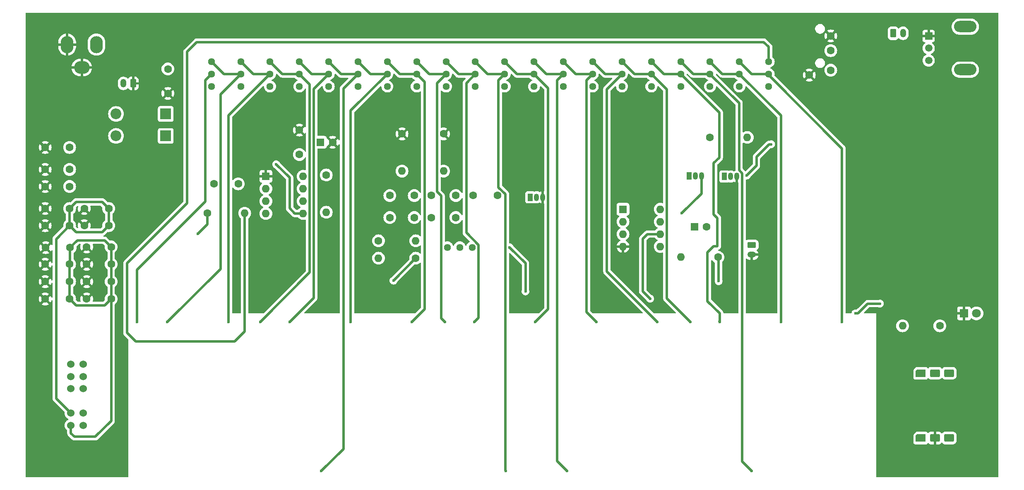
<source format=gbr>
%TF.GenerationSoftware,KiCad,Pcbnew,8.0.2*%
%TF.CreationDate,2025-05-17T21:18:52+08:00*%
%TF.ProjectId,TouchTone555,546f7563-6854-46f6-9e65-3535352e6b69,v1.2*%
%TF.SameCoordinates,Original*%
%TF.FileFunction,Copper,L2,Bot*%
%TF.FilePolarity,Positive*%
%FSLAX46Y46*%
G04 Gerber Fmt 4.6, Leading zero omitted, Abs format (unit mm)*
G04 Created by KiCad (PCBNEW 8.0.2) date 2025-05-17 21:18:52*
%MOMM*%
%LPD*%
G01*
G04 APERTURE LIST*
G04 Aperture macros list*
%AMRoundRect*
0 Rectangle with rounded corners*
0 $1 Rounding radius*
0 $2 $3 $4 $5 $6 $7 $8 $9 X,Y pos of 4 corners*
0 Add a 4 corners polygon primitive as box body*
4,1,4,$2,$3,$4,$5,$6,$7,$8,$9,$2,$3,0*
0 Add four circle primitives for the rounded corners*
1,1,$1+$1,$2,$3*
1,1,$1+$1,$4,$5*
1,1,$1+$1,$6,$7*
1,1,$1+$1,$8,$9*
0 Add four rect primitives between the rounded corners*
20,1,$1+$1,$2,$3,$4,$5,0*
20,1,$1+$1,$4,$5,$6,$7,0*
20,1,$1+$1,$6,$7,$8,$9,0*
20,1,$1+$1,$8,$9,$2,$3,0*%
%AMOutline5P*
0 Free polygon, 5 corners , with rotation*
0 The origin of the aperture is its center*
0 number of corners: always 5*
0 $1 to $10 corner X, Y*
0 $11 Rotation angle, in degrees counterclockwise*
0 create outline with 5 corners*
4,1,5,$1,$2,$3,$4,$5,$6,$7,$8,$9,$10,$1,$2,$11*%
%AMOutline6P*
0 Free polygon, 6 corners , with rotation*
0 The origin of the aperture is its center*
0 number of corners: always 6*
0 $1 to $12 corner X, Y*
0 $13 Rotation angle, in degrees counterclockwise*
0 create outline with 6 corners*
4,1,6,$1,$2,$3,$4,$5,$6,$7,$8,$9,$10,$11,$12,$1,$2,$13*%
%AMOutline7P*
0 Free polygon, 7 corners , with rotation*
0 The origin of the aperture is its center*
0 number of corners: always 7*
0 $1 to $14 corner X, Y*
0 $15 Rotation angle, in degrees counterclockwise*
0 create outline with 7 corners*
4,1,7,$1,$2,$3,$4,$5,$6,$7,$8,$9,$10,$11,$12,$13,$14,$1,$2,$15*%
%AMOutline8P*
0 Free polygon, 8 corners , with rotation*
0 The origin of the aperture is its center*
0 number of corners: always 8*
0 $1 to $16 corner X, Y*
0 $17 Rotation angle, in degrees counterclockwise*
0 create outline with 8 corners*
4,1,8,$1,$2,$3,$4,$5,$6,$7,$8,$9,$10,$11,$12,$13,$14,$15,$16,$1,$2,$17*%
G04 Aperture macros list end*
%TA.AperFunction,ComponentPad*%
%ADD10R,2.200000X2.200000*%
%TD*%
%TA.AperFunction,ComponentPad*%
%ADD11O,2.200000X2.200000*%
%TD*%
%TA.AperFunction,ComponentPad*%
%ADD12C,1.524000*%
%TD*%
%TA.AperFunction,ComponentPad*%
%ADD13C,1.600000*%
%TD*%
%TA.AperFunction,ComponentPad*%
%ADD14O,1.600000X1.600000*%
%TD*%
%TA.AperFunction,ComponentPad*%
%ADD15R,1.600000X1.600000*%
%TD*%
%TA.AperFunction,ComponentPad*%
%ADD16Outline5P,-1.000000X0.480000X-0.680000X0.800000X1.000000X0.800000X1.000000X-0.800000X-1.000000X-0.800000X0.000000*%
%TD*%
%TA.AperFunction,ComponentPad*%
%ADD17RoundRect,0.284091X-0.715909X-0.515909X0.715909X-0.515909X0.715909X0.515909X-0.715909X0.515909X0*%
%TD*%
%TA.AperFunction,ComponentPad*%
%ADD18RoundRect,0.250000X-0.350000X-0.625000X0.350000X-0.625000X0.350000X0.625000X-0.350000X0.625000X0*%
%TD*%
%TA.AperFunction,ComponentPad*%
%ADD19O,1.200000X1.750000*%
%TD*%
%TA.AperFunction,ComponentPad*%
%ADD20C,1.440000*%
%TD*%
%TA.AperFunction,ComponentPad*%
%ADD21R,1.050000X1.500000*%
%TD*%
%TA.AperFunction,ComponentPad*%
%ADD22O,1.050000X1.500000*%
%TD*%
%TA.AperFunction,ComponentPad*%
%ADD23O,2.600000X3.500000*%
%TD*%
%TA.AperFunction,ComponentPad*%
%ADD24O,3.200000X2.600000*%
%TD*%
%TA.AperFunction,ComponentPad*%
%ADD25RoundRect,0.250000X-0.625000X0.350000X-0.625000X-0.350000X0.625000X-0.350000X0.625000X0.350000X0*%
%TD*%
%TA.AperFunction,ComponentPad*%
%ADD26O,1.750000X1.200000*%
%TD*%
%TA.AperFunction,ComponentPad*%
%ADD27RoundRect,0.250000X0.350000X0.625000X-0.350000X0.625000X-0.350000X-0.625000X0.350000X-0.625000X0*%
%TD*%
%TA.AperFunction,ComponentPad*%
%ADD28R,1.508000X1.508000*%
%TD*%
%TA.AperFunction,ComponentPad*%
%ADD29C,1.508000*%
%TD*%
%TA.AperFunction,ComponentPad*%
%ADD30O,4.600000X2.300000*%
%TD*%
%TA.AperFunction,ComponentPad*%
%ADD31R,1.800000X1.800000*%
%TD*%
%TA.AperFunction,ComponentPad*%
%ADD32C,1.800000*%
%TD*%
%TA.AperFunction,ViaPad*%
%ADD33C,0.600000*%
%TD*%
%TA.AperFunction,Conductor*%
%ADD34C,0.500000*%
%TD*%
G04 APERTURE END LIST*
D10*
%TO.P,D1,1,K*%
%TO.N,Net-(D1-K)*%
X79160000Y-75200000D03*
D11*
%TO.P,D1,2,A*%
%TO.N,Net-(D1-A)*%
X69000000Y-75200000D03*
%TD*%
D12*
%TO.P,SW3,1,1*%
%TO.N,Net-(C10-Pad2)*%
X59750000Y-138900000D03*
%TO.P,SW3,2,2*%
%TO.N,Net-(C5-Pad2)*%
X59750000Y-136400000D03*
%TO.P,SW3,3,C1*%
%TO.N,/Timing Capacitors*%
X59750000Y-131400000D03*
%TO.P,SW3,4,3*%
%TO.N,Net-(SW3-3)*%
X59750000Y-128900000D03*
%TO.P,SW3,5,4*%
%TO.N,Net-(SW3-4)*%
X59750000Y-126400000D03*
%TO.P,SW3,6,8*%
%TO.N,unconnected-(SW3-8-Pad6)*%
X62250000Y-138900000D03*
%TO.P,SW3,7,7*%
%TO.N,unconnected-(SW3-Pad7)*%
X62250000Y-136400000D03*
%TO.P,SW3,8,C2*%
%TO.N,unconnected-(SW3-C2-Pad8)*%
X62250000Y-131400000D03*
%TO.P,SW3,9,6*%
%TO.N,unconnected-(SW3-6-Pad9)*%
X62250000Y-128900000D03*
%TO.P,SW3,10,5*%
%TO.N,unconnected-(SW3-5-Pad10)*%
X62250000Y-126400000D03*
%TD*%
D13*
%TO.P,R7,1*%
%TO.N,Net-(J5-Pin_1)*%
X190500000Y-80000000D03*
D14*
%TO.P,R7,2*%
%TO.N,Net-(J3-Ring1)*%
X198120000Y-80000000D03*
%TD*%
D13*
%TO.P,R1,1*%
%TO.N,Net-(U1-VCC)*%
X112000000Y-87690000D03*
D14*
%TO.P,R1,2*%
%TO.N,VCC*%
X112000000Y-95310000D03*
%TD*%
D15*
%TO.P,C18,1*%
%TO.N,Net-(Q2-E)*%
X187294888Y-98250000D03*
D13*
%TO.P,C18,2*%
%TO.N,Net-(J5-Pin_1)*%
X189794888Y-98250000D03*
%TD*%
D16*
%TO.P,SW2,1*%
%TO.N,Net-(Q1-C)*%
X233600000Y-141500000D03*
D17*
%TO.P,SW2,2*%
%TO.N,GND*%
X236500000Y-141500000D03*
%TO.P,SW2,3*%
%TO.N,unconnected-(SW2-Pad3)*%
X239400000Y-141500000D03*
%TD*%
D18*
%TO.P,J4,1,Pin_1*%
%TO.N,/555 Output*%
X228000000Y-58700000D03*
D19*
%TO.P,J4,2,Pin_2*%
X230000000Y-58700000D03*
%TD*%
D20*
%TO.P,VR15,1*%
%TO.N,unconnected-(VR15-Pad1)*%
X130500000Y-69580000D03*
%TO.P,VR15,2*%
%TO.N,/Key 8*%
X130500000Y-67040000D03*
%TO.P,VR15,3*%
%TO.N,/Key 9*%
X130500000Y-64500000D03*
%TD*%
D13*
%TO.P,C6,1*%
%TO.N,GND*%
X54500000Y-98050000D03*
%TO.P,C6,2*%
%TO.N,Net-(C5-Pad2)*%
X59500000Y-98050000D03*
%TD*%
%TO.P,C16,1*%
%TO.N,GND*%
X63000000Y-113050000D03*
%TO.P,C16,2*%
%TO.N,Net-(C10-Pad2)*%
X68000000Y-113050000D03*
%TD*%
D21*
%TO.P,Q3,1,E*%
%TO.N,Net-(Q2-E)*%
X193460000Y-88000000D03*
D22*
%TO.P,Q3,2,B*%
%TO.N,Net-(Q2-B)*%
X194730000Y-88000000D03*
%TO.P,Q3,3,C*%
%TO.N,GND*%
X196000000Y-88000000D03*
%TD*%
D20*
%TO.P,VR4,1*%
%TO.N,unconnected-(VR4-Pad1)*%
X190500000Y-69580000D03*
%TO.P,VR4,2*%
%TO.N,/Key 18*%
X190500000Y-67040000D03*
%TO.P,VR4,3*%
%TO.N,/Key 19*%
X190500000Y-64500000D03*
%TD*%
%TO.P,VR5,1*%
%TO.N,unconnected-(VR5-Pad1)*%
X184500000Y-69580000D03*
%TO.P,VR5,2*%
%TO.N,/Key 17*%
X184500000Y-67040000D03*
%TO.P,VR5,3*%
%TO.N,/Key 18*%
X184500000Y-64500000D03*
%TD*%
D10*
%TO.P,D3,1,K*%
%TO.N,Net-(D1-K)*%
X79160000Y-79700000D03*
D11*
%TO.P,D3,2,A*%
%TO.N,Net-(D3-A)*%
X69000000Y-79700000D03*
%TD*%
D13*
%TO.P,C21,1*%
%TO.N,Net-(Q1-B)*%
X125000000Y-91890000D03*
%TO.P,C21,2*%
%TO.N,Net-(C20-Pad1)*%
X130000000Y-91890000D03*
%TD*%
D20*
%TO.P,VR8,1*%
%TO.N,unconnected-(VR8-Pad1)*%
X166500000Y-69580000D03*
%TO.P,VR8,2*%
%TO.N,/Key 14*%
X166500000Y-67040000D03*
%TO.P,VR8,3*%
%TO.N,/Key 15*%
X166500000Y-64500000D03*
%TD*%
%TO.P,VR22,1*%
%TO.N,unconnected-(VR22-Pad1)*%
X88500000Y-69580000D03*
%TO.P,VR22,2*%
%TO.N,/Key 1*%
X88500000Y-67040000D03*
%TO.P,VR22,3*%
%TO.N,/Key 2*%
X88500000Y-64500000D03*
%TD*%
D13*
%TO.P,C7,1*%
%TO.N,GND*%
X62500000Y-94550000D03*
%TO.P,C7,2*%
%TO.N,Net-(C5-Pad2)*%
X67500000Y-94550000D03*
%TD*%
%TO.P,R2,1*%
%TO.N,Net-(Q1-B)*%
X122690000Y-101150000D03*
D14*
%TO.P,R2,2*%
%TO.N,Net-(Q1-C)*%
X130310000Y-101150000D03*
%TD*%
D13*
%TO.P,C19,1*%
%TO.N,Net-(C19-Pad1)*%
X142000000Y-91890000D03*
%TO.P,C19,2*%
%TO.N,Net-(Q1-C)*%
X147000000Y-91890000D03*
%TD*%
%TO.P,C11,1*%
%TO.N,GND*%
X54500000Y-109500000D03*
%TO.P,C11,2*%
%TO.N,Net-(C10-Pad2)*%
X59500000Y-109500000D03*
%TD*%
D20*
%TO.P,VR11,1*%
%TO.N,unconnected-(VR11-Pad1)*%
X148500000Y-69580000D03*
%TO.P,VR11,2*%
%TO.N,/Key 11*%
X148500000Y-67040000D03*
%TO.P,VR11,3*%
%TO.N,/Key 12*%
X148500000Y-64500000D03*
%TD*%
D13*
%TO.P,R6,1*%
%TO.N,/Timing Capacitors*%
X87690000Y-95500000D03*
D14*
%TO.P,R6,2*%
%TO.N,Net-(R6-Pad2)*%
X95310000Y-95500000D03*
%TD*%
D13*
%TO.P,C5,1*%
%TO.N,GND*%
X54500000Y-94550000D03*
%TO.P,C5,2*%
%TO.N,Net-(C5-Pad2)*%
X59500000Y-94550000D03*
%TD*%
D20*
%TO.P,VR20,1*%
%TO.N,unconnected-(VR20-Pad1)*%
X100500000Y-69580000D03*
%TO.P,VR20,2*%
%TO.N,/Key 3*%
X100500000Y-67040000D03*
%TO.P,VR20,3*%
%TO.N,/Key 4*%
X100500000Y-64500000D03*
%TD*%
D13*
%TO.P,R5,1*%
%TO.N,Net-(D2-A)*%
X237510000Y-118550000D03*
D14*
%TO.P,R5,2*%
%TO.N,VCC*%
X229890000Y-118550000D03*
%TD*%
D20*
%TO.P,VR14,1*%
%TO.N,unconnected-(VR14-Pad1)*%
X136500000Y-69580000D03*
%TO.P,VR14,2*%
%TO.N,/Key 9*%
X136500000Y-67040000D03*
%TO.P,VR14,3*%
%TO.N,/Key 10*%
X136500000Y-64500000D03*
%TD*%
%TO.P,VR9,1*%
%TO.N,unconnected-(VR9-Pad1)*%
X160500000Y-69580000D03*
%TO.P,VR9,2*%
%TO.N,/Key 13*%
X160500000Y-67040000D03*
%TO.P,VR9,3*%
%TO.N,/Key 14*%
X160500000Y-64500000D03*
%TD*%
D13*
%TO.P,C9,1*%
%TO.N,GND*%
X54600000Y-102550000D03*
%TO.P,C9,2*%
%TO.N,Net-(C10-Pad2)*%
X59600000Y-102550000D03*
%TD*%
%TO.P,R8,1*%
%TO.N,/Vibrato Output*%
X130310000Y-104700000D03*
D14*
%TO.P,R8,2*%
%TO.N,VCC*%
X122690000Y-104700000D03*
%TD*%
D13*
%TO.P,R9,1*%
%TO.N,Net-(A5K1-Pad3)*%
X192120000Y-104500000D03*
D14*
%TO.P,R9,2*%
%TO.N,Net-(U2--)*%
X184500000Y-104500000D03*
%TD*%
D20*
%TO.P,VR17,1*%
%TO.N,unconnected-(VR17-Pad1)*%
X118500000Y-69580000D03*
%TO.P,VR17,2*%
%TO.N,/Key 6*%
X118500000Y-67040000D03*
%TO.P,VR17,3*%
%TO.N,/Key 7*%
X118500000Y-64500000D03*
%TD*%
D13*
%TO.P,C15,1*%
%TO.N,GND*%
X63000000Y-109500000D03*
%TO.P,C15,2*%
%TO.N,Net-(C10-Pad2)*%
X68000000Y-109500000D03*
%TD*%
D20*
%TO.P,VR3,1*%
%TO.N,unconnected-(VR3-Pad1)*%
X196500000Y-69580000D03*
%TO.P,VR3,2*%
%TO.N,/Key 19*%
X196500000Y-67040000D03*
%TO.P,VR3,3*%
%TO.N,/Key 20*%
X196500000Y-64500000D03*
%TD*%
%TO.P,VR6,1*%
%TO.N,unconnected-(VR6-Pad1)*%
X178500000Y-69580000D03*
%TO.P,VR6,2*%
%TO.N,/Key 16*%
X178500000Y-67040000D03*
%TO.P,VR6,3*%
%TO.N,/Key 17*%
X178500000Y-64500000D03*
%TD*%
D15*
%TO.P,U2,1,GAIN*%
%TO.N,unconnected-(U2-GAIN-Pad1)*%
X172700000Y-94700000D03*
D14*
%TO.P,U2,2,-*%
%TO.N,Net-(U2--)*%
X172700000Y-97240000D03*
%TO.P,U2,3,+*%
%TO.N,/555 Output*%
X172700000Y-99780000D03*
%TO.P,U2,4,GND*%
%TO.N,GND*%
X172700000Y-102320000D03*
%TO.P,U2,5*%
%TO.N,Net-(U2--)*%
X180320000Y-102320000D03*
%TO.P,U2,6,V+*%
%TO.N,VCC*%
X180320000Y-99780000D03*
%TO.P,U2,7,BYPASS*%
%TO.N,unconnected-(U2-BYPASS-Pad7)*%
X180320000Y-97240000D03*
%TO.P,U2,8,GAIN*%
%TO.N,unconnected-(U2-GAIN-Pad8)*%
X180320000Y-94700000D03*
%TD*%
D13*
%TO.P,C27,1*%
%TO.N,GND*%
X79600000Y-71000000D03*
%TO.P,C27,2*%
%TO.N,VCC*%
X79600000Y-66000000D03*
%TD*%
D21*
%TO.P,Q1,1,C*%
%TO.N,Net-(Q1-C)*%
X153730000Y-92250000D03*
D22*
%TO.P,Q1,2,B*%
%TO.N,Net-(Q1-B)*%
X155000000Y-92250000D03*
%TO.P,Q1,3,E*%
%TO.N,GND*%
X156270000Y-92250000D03*
%TD*%
D20*
%TO.P,VR10,1*%
%TO.N,unconnected-(VR10-Pad1)*%
X154500000Y-69580000D03*
%TO.P,VR10,2*%
%TO.N,/Key 12*%
X154500000Y-67040000D03*
%TO.P,VR10,3*%
%TO.N,/Key 13*%
X154500000Y-64500000D03*
%TD*%
D23*
%TO.P,J1,1*%
%TO.N,Net-(D1-A)*%
X65000000Y-61000000D03*
%TO.P,J1,2*%
%TO.N,GND*%
X59000000Y-61000000D03*
D24*
%TO.P,J1,3*%
X62000000Y-65700000D03*
%TD*%
D21*
%TO.P,Q2,1,E*%
%TO.N,Net-(Q2-E)*%
X186230000Y-87860000D03*
D22*
%TO.P,Q2,2,B*%
%TO.N,Net-(Q2-B)*%
X187500000Y-87860000D03*
%TO.P,Q2,3,C*%
%TO.N,VCC*%
X188770000Y-87860000D03*
%TD*%
D20*
%TO.P,VR2,1*%
%TO.N,unconnected-(VR2-Pad1)*%
X202500000Y-69580000D03*
%TO.P,VR2,2*%
%TO.N,/Key 20*%
X202500000Y-67040000D03*
%TO.P,VR2,3*%
%TO.N,Net-(R6-Pad2)*%
X202500000Y-64500000D03*
%TD*%
D13*
%TO.P,C2,1*%
%TO.N,GND*%
X54500000Y-82050000D03*
%TO.P,C2,2*%
%TO.N,Net-(SW3-4)*%
X59500000Y-82050000D03*
%TD*%
%TO.P,C17,1*%
%TO.N,GND*%
X106500000Y-78500000D03*
%TO.P,C17,2*%
%TO.N,VCC*%
X106500000Y-83500000D03*
%TD*%
%TO.P,C13,1*%
%TO.N,GND*%
X63000000Y-102400000D03*
%TO.P,C13,2*%
%TO.N,Net-(C10-Pad2)*%
X68000000Y-102400000D03*
%TD*%
%TO.P,R4,1*%
%TO.N,GND*%
X136000000Y-79270000D03*
D14*
%TO.P,R4,2*%
%TO.N,Net-(C19-Pad1)*%
X136000000Y-86890000D03*
%TD*%
D13*
%TO.P,C20,1*%
%TO.N,Net-(C20-Pad1)*%
X133500000Y-91890000D03*
%TO.P,C20,2*%
%TO.N,Net-(C19-Pad1)*%
X138500000Y-91890000D03*
%TD*%
D15*
%TO.P,U1,1,GND*%
%TO.N,GND*%
X99650000Y-87950000D03*
D14*
%TO.P,U1,2,TR*%
%TO.N,/Timing Capacitors*%
X99650000Y-90490000D03*
%TO.P,U1,3,Q*%
%TO.N,/555 Output*%
X99650000Y-93030000D03*
%TO.P,U1,4,R*%
%TO.N,VCC*%
X99650000Y-95570000D03*
%TO.P,U1,5,CV*%
%TO.N,Net-(U1-CV)*%
X107270000Y-95570000D03*
%TO.P,U1,6,THR*%
%TO.N,/Timing Capacitors*%
X107270000Y-93030000D03*
%TO.P,U1,7,DIS*%
%TO.N,unconnected-(U1-DIS-Pad7)*%
X107270000Y-90490000D03*
%TO.P,U1,8,VCC*%
%TO.N,Net-(U1-VCC)*%
X107270000Y-87950000D03*
%TD*%
D25*
%TO.P,J5,1,Pin_1*%
%TO.N,Net-(J5-Pin_1)*%
X199050000Y-102000000D03*
D26*
%TO.P,J5,2,Pin_2*%
%TO.N,GND*%
X199050000Y-104000000D03*
%TD*%
D13*
%TO.P,C1,1*%
%TO.N,Net-(U1-CV)*%
X94000000Y-89500000D03*
%TO.P,C1,2*%
%TO.N,/Vibrato Output*%
X89000000Y-89500000D03*
%TD*%
D15*
%TO.P,C24,1*%
%TO.N,VCC*%
X110794888Y-81000000D03*
D13*
%TO.P,C24,2*%
%TO.N,GND*%
X113294888Y-81000000D03*
%TD*%
%TO.P,C3,1*%
%TO.N,GND*%
X54500000Y-86550000D03*
%TO.P,C3,2*%
%TO.N,Net-(SW3-3)*%
X59500000Y-86550000D03*
%TD*%
D20*
%TO.P,VR13,1*%
%TO.N,unconnected-(VR13-Pad1)*%
X142500000Y-69580000D03*
%TO.P,VR13,2*%
%TO.N,/Key 10*%
X142500000Y-67040000D03*
%TO.P,VR13,3*%
%TO.N,/Key 11*%
X142500000Y-64500000D03*
%TD*%
D13*
%TO.P,C12,1*%
%TO.N,GND*%
X54500000Y-113050000D03*
%TO.P,C12,2*%
%TO.N,Net-(C10-Pad2)*%
X59500000Y-113050000D03*
%TD*%
D27*
%TO.P,J2,1,Pin_1*%
%TO.N,GND*%
X72500000Y-68950000D03*
D19*
%TO.P,J2,2,Pin_2*%
%TO.N,Net-(D3-A)*%
X70500000Y-68950000D03*
%TD*%
D13*
%TO.P,C14,1*%
%TO.N,GND*%
X63000000Y-105950000D03*
%TO.P,C14,2*%
%TO.N,Net-(C10-Pad2)*%
X68000000Y-105950000D03*
%TD*%
%TO.P,R3,1*%
%TO.N,GND*%
X127500000Y-79270000D03*
D14*
%TO.P,R3,2*%
%TO.N,Net-(C20-Pad1)*%
X127500000Y-86890000D03*
%TD*%
D28*
%TO.P,A5K1,1*%
%TO.N,GND*%
X235219500Y-59250000D03*
D29*
%TO.P,A5K1,2*%
%TO.N,Net-(Q2-B)*%
X235219500Y-61750000D03*
%TO.P,A5K1,3*%
%TO.N,Net-(A5K1-Pad3)*%
X235219500Y-64250000D03*
D30*
%TO.P,A5K1,S1*%
%TO.N,N/C*%
X242719500Y-57350000D03*
%TO.P,A5K1,S2*%
X242719500Y-66150000D03*
%TD*%
D13*
%TO.P,C8,1*%
%TO.N,GND*%
X62500000Y-98050000D03*
%TO.P,C8,2*%
%TO.N,Net-(C5-Pad2)*%
X67500000Y-98050000D03*
%TD*%
%TO.P,C4,1*%
%TO.N,GND*%
X54500000Y-90050000D03*
%TO.P,C4,2*%
%TO.N,Net-(SW3-3)*%
X59500000Y-90050000D03*
%TD*%
%TO.P,C23,1*%
%TO.N,Net-(C20-Pad1)*%
X133500000Y-96390000D03*
%TO.P,C23,2*%
%TO.N,Net-(C19-Pad1)*%
X138500000Y-96390000D03*
%TD*%
%TO.P,C22,1*%
%TO.N,Net-(Q1-B)*%
X125000000Y-96390000D03*
%TO.P,C22,2*%
%TO.N,Net-(C20-Pad1)*%
X130000000Y-96390000D03*
%TD*%
D20*
%TO.P,VR18,1*%
%TO.N,unconnected-(VR18-Pad1)*%
X112500000Y-69580000D03*
%TO.P,VR18,2*%
%TO.N,/Key 5*%
X112500000Y-67040000D03*
%TO.P,VR18,3*%
%TO.N,/Key 6*%
X112500000Y-64500000D03*
%TD*%
%TO.P,VR1,1*%
%TO.N,Net-(Q1-C)*%
X141850000Y-102500000D03*
%TO.P,VR1,2*%
%TO.N,/Vibrato Output*%
X139310000Y-102500000D03*
%TO.P,VR1,3*%
%TO.N,unconnected-(VR1-Pad3)*%
X136770000Y-102500000D03*
%TD*%
%TO.P,VR19,1*%
%TO.N,unconnected-(VR19-Pad1)*%
X106500000Y-69580000D03*
%TO.P,VR19,2*%
%TO.N,/Key 4*%
X106500000Y-67040000D03*
%TO.P,VR19,3*%
%TO.N,/Key 5*%
X106500000Y-64500000D03*
%TD*%
D13*
%TO.P,C10,1*%
%TO.N,GND*%
X54500000Y-105950000D03*
%TO.P,C10,2*%
%TO.N,Net-(C10-Pad2)*%
X59500000Y-105950000D03*
%TD*%
D16*
%TO.P,SW1,1*%
%TO.N,unconnected-(SW1-Pad1)*%
X233600000Y-128250000D03*
D17*
%TO.P,SW1,2*%
%TO.N,Net-(D1-K)*%
X236500000Y-128250000D03*
%TO.P,SW1,3*%
%TO.N,VCC*%
X239400000Y-128250000D03*
%TD*%
D20*
%TO.P,VR7,1*%
%TO.N,unconnected-(VR7-Pad1)*%
X172500000Y-69580000D03*
%TO.P,VR7,2*%
%TO.N,/Key 15*%
X172500000Y-67040000D03*
%TO.P,VR7,3*%
%TO.N,/Key 16*%
X172500000Y-64500000D03*
%TD*%
%TO.P,VR21,1*%
%TO.N,unconnected-(VR21-Pad1)*%
X94500000Y-69580000D03*
%TO.P,VR21,2*%
%TO.N,/Key 2*%
X94500000Y-67040000D03*
%TO.P,VR21,3*%
%TO.N,/Key 3*%
X94500000Y-64500000D03*
%TD*%
D13*
%TO.P,J3,1,Sleeve*%
%TO.N,GND*%
X210800000Y-67245000D03*
%TO.P,J3,2,Tip*%
%TO.N,Net-(J3-Ring1)*%
X215200000Y-66245000D03*
%TO.P,J3,3,Ring1*%
X215200000Y-62245000D03*
%TO.P,J3,4,Ring2*%
%TO.N,GND*%
X215200000Y-59245000D03*
%TD*%
D31*
%TO.P,D2,1,K*%
%TO.N,GND*%
X242475000Y-116000000D03*
D32*
%TO.P,D2,2,A*%
%TO.N,Net-(D2-A)*%
X245015000Y-116000000D03*
%TD*%
D20*
%TO.P,VR16,1*%
%TO.N,unconnected-(VR16-Pad1)*%
X124500000Y-69580000D03*
%TO.P,VR16,2*%
%TO.N,/Key 7*%
X124500000Y-67040000D03*
%TO.P,VR16,3*%
%TO.N,/Key 8*%
X124500000Y-64500000D03*
%TD*%
D33*
%TO.N,Net-(U1-CV)*%
X101750000Y-85500000D03*
%TO.N,GND*%
X155800000Y-98600000D03*
X196000000Y-104000000D03*
X166400000Y-106200000D03*
X166400000Y-100600000D03*
X153600000Y-96600000D03*
%TO.N,/Vibrato Output*%
X125750000Y-109300000D03*
%TO.N,VCC*%
X178250000Y-113000000D03*
X225250000Y-114000000D03*
X220250000Y-116000000D03*
X184750000Y-95500000D03*
%TO.N,/Timing Capacitors*%
X85750000Y-99750000D03*
%TO.N,/Key 20*%
X217500000Y-117750000D03*
%TO.N,/Key 19*%
X205000000Y-117750000D03*
%TO.N,/Key 18*%
X199000000Y-148250000D03*
%TO.N,/Key 17*%
X192500000Y-117750000D03*
%TO.N,/Key 16*%
X186500000Y-117750000D03*
%TO.N,/Key 15*%
X179750000Y-117750000D03*
%TO.N,/Key 14*%
X167250000Y-117750000D03*
%TO.N,/Key 13*%
X161250000Y-148250000D03*
%TO.N,/Key 12*%
X154750000Y-117750000D03*
%TO.N,/Key 11*%
X148750000Y-148250000D03*
%TO.N,/Key 10*%
X142250000Y-117750000D03*
%TO.N,/Key 9*%
X136250000Y-117750000D03*
%TO.N,/Key 8*%
X129500000Y-117750000D03*
%TO.N,/Key 7*%
X117000000Y-117750000D03*
%TO.N,/Key 6*%
X111000000Y-148250000D03*
%TO.N,/Key 5*%
X104500000Y-117750000D03*
%TO.N,/Key 4*%
X98500000Y-117750000D03*
%TO.N,/Key 3*%
X92000000Y-117750000D03*
%TO.N,/Key 2*%
X79500000Y-117750000D03*
%TO.N,/Key 1*%
X73250000Y-117750000D03*
%TO.N,Net-(Q1-C)*%
X152750000Y-111500000D03*
X149500000Y-102500000D03*
%TO.N,Net-(Q2-B)*%
X203000000Y-81400000D03*
X198000000Y-87800000D03*
%TO.N,Net-(A5K1-Pad3)*%
X192250000Y-109400000D03*
%TD*%
D34*
%TO.N,Net-(U1-CV)*%
X101750000Y-85500000D02*
X104500000Y-88250000D01*
X104500000Y-88250000D02*
X104500000Y-94500000D01*
X105570000Y-95570000D02*
X107270000Y-95570000D01*
X104500000Y-94500000D02*
X105570000Y-95570000D01*
%TO.N,GND*%
X196000000Y-88000000D02*
X196000000Y-104000000D01*
X153800000Y-96600000D02*
X155800000Y-98600000D01*
X166400000Y-100600000D02*
X166400000Y-106200000D01*
X153600000Y-96600000D02*
X153800000Y-96600000D01*
%TO.N,/Vibrato Output*%
X125750000Y-109260000D02*
X130310000Y-104700000D01*
X125750000Y-109300000D02*
X125750000Y-109260000D01*
%TO.N,VCC*%
X177720000Y-99780000D02*
X180320000Y-99780000D01*
X176750000Y-100750000D02*
X177720000Y-99780000D01*
X178250000Y-113000000D02*
X176750000Y-111500000D01*
X222750000Y-114000000D02*
X221250000Y-115500000D01*
X225250000Y-114000000D02*
X222750000Y-114000000D01*
X221250000Y-115500000D02*
X220750000Y-116000000D01*
X184750000Y-95500000D02*
X188770000Y-91480000D01*
X176750000Y-111500000D02*
X176750000Y-100750000D01*
X188770000Y-91480000D02*
X188770000Y-87860000D01*
X220750000Y-116000000D02*
X220250000Y-116000000D01*
%TO.N,Net-(C5-Pad2)*%
X59750000Y-136400000D02*
X56750000Y-133400000D01*
X66150000Y-99400000D02*
X67500000Y-98050000D01*
X59500000Y-94550000D02*
X60850000Y-93200000D01*
X60850000Y-99400000D02*
X66150000Y-99400000D01*
X56750000Y-100800000D02*
X59500000Y-98050000D01*
X59500000Y-94550000D02*
X59500000Y-98050000D01*
X56750000Y-133400000D02*
X56750000Y-100800000D01*
X67500000Y-94550000D02*
X67500000Y-98050000D01*
X59500000Y-98050000D02*
X60850000Y-99400000D01*
X60850000Y-93200000D02*
X66150000Y-93200000D01*
X66150000Y-93200000D02*
X67500000Y-94550000D01*
%TO.N,/Timing Capacitors*%
X85750000Y-99750000D02*
X87690000Y-97810000D01*
X87690000Y-97810000D02*
X87690000Y-95500000D01*
%TO.N,Net-(C10-Pad2)*%
X59500000Y-109500000D02*
X59500000Y-105950000D01*
X60500000Y-141250000D02*
X64750000Y-141250000D01*
X59750000Y-138900000D02*
X59750000Y-140500000D01*
X68000000Y-138000000D02*
X68000000Y-113050000D01*
X66650000Y-114400000D02*
X68000000Y-113050000D01*
X68000000Y-105950000D02*
X68000000Y-102400000D01*
X59600000Y-102550000D02*
X59600000Y-105850000D01*
X59500000Y-113050000D02*
X60850000Y-114400000D01*
X68000000Y-102400000D02*
X66650000Y-101050000D01*
X61100000Y-101050000D02*
X59600000Y-102550000D01*
X64750000Y-141250000D02*
X68000000Y-138000000D01*
X60850000Y-114400000D02*
X66650000Y-114400000D01*
X68000000Y-109500000D02*
X68000000Y-113050000D01*
X66650000Y-101050000D02*
X61100000Y-101050000D01*
X59500000Y-113050000D02*
X59500000Y-109500000D01*
X59750000Y-140500000D02*
X60500000Y-141250000D01*
X59600000Y-105850000D02*
X59500000Y-105950000D01*
X68000000Y-105950000D02*
X68000000Y-109500000D01*
%TO.N,Net-(R6-Pad2)*%
X202500000Y-64500000D02*
X202500000Y-61500000D01*
X83500000Y-93500000D02*
X71250000Y-105750000D01*
X95310000Y-119690000D02*
X95310000Y-95500000D01*
X83500000Y-62500000D02*
X83500000Y-93500000D01*
X202500000Y-61500000D02*
X201500000Y-60500000D01*
X71250000Y-120000000D02*
X73000000Y-121750000D01*
X85500000Y-60500000D02*
X83500000Y-62500000D01*
X201500000Y-60500000D02*
X85500000Y-60500000D01*
X71250000Y-105750000D02*
X71250000Y-120000000D01*
X93250000Y-121750000D02*
X95310000Y-119690000D01*
X73000000Y-121750000D02*
X93250000Y-121750000D01*
%TO.N,/Key 20*%
X217500000Y-82250000D02*
X217500000Y-117750000D01*
X202500000Y-67250000D02*
X217500000Y-82250000D01*
X199040000Y-67040000D02*
X196500000Y-64500000D01*
X202500000Y-67040000D02*
X199040000Y-67040000D01*
X202500000Y-67040000D02*
X202500000Y-67250000D01*
%TO.N,/Key 19*%
X205000000Y-75540000D02*
X205000000Y-117750000D01*
X196500000Y-67040000D02*
X205000000Y-75540000D01*
X196500000Y-67040000D02*
X193040000Y-67040000D01*
X193040000Y-67040000D02*
X190500000Y-64500000D01*
%TO.N,/Key 18*%
X187040000Y-67040000D02*
X184500000Y-64500000D01*
X196445280Y-86700000D02*
X197075000Y-87329720D01*
X197075000Y-87329720D02*
X197075000Y-146325000D01*
X197075000Y-146325000D02*
X199000000Y-148250000D01*
X190500000Y-67040000D02*
X196445280Y-72985280D01*
X196445280Y-72985280D02*
X196445280Y-86700000D01*
X190500000Y-67040000D02*
X187040000Y-67040000D01*
%TO.N,/Key 17*%
X191250000Y-85250000D02*
X191250000Y-95750000D01*
X184500000Y-67040000D02*
X192385000Y-74925000D01*
X184500000Y-67040000D02*
X181040000Y-67040000D01*
X192385000Y-84115000D02*
X191250000Y-85250000D01*
X190000000Y-103500000D02*
X190000000Y-113500000D01*
X192500000Y-116000000D02*
X192500000Y-117750000D01*
X192385000Y-74925000D02*
X192385000Y-84115000D01*
X192385000Y-117635000D02*
X192500000Y-117750000D01*
X181040000Y-67040000D02*
X178500000Y-64500000D01*
X192000000Y-102250000D02*
X191250000Y-102250000D01*
X191250000Y-102250000D02*
X190000000Y-103500000D01*
X190000000Y-113500000D02*
X192500000Y-116000000D01*
X192000000Y-96500000D02*
X192000000Y-102250000D01*
X191250000Y-95750000D02*
X192000000Y-96500000D01*
%TO.N,/Key 16*%
X181670000Y-70210000D02*
X181670000Y-112920000D01*
X178500000Y-67040000D02*
X181670000Y-70210000D01*
X181670000Y-112920000D02*
X186500000Y-117750000D01*
X178500000Y-67040000D02*
X175040000Y-67040000D01*
X175040000Y-67040000D02*
X172500000Y-64500000D01*
%TO.N,/Key 15*%
X172500000Y-67040000D02*
X169040000Y-67040000D01*
X169040000Y-67040000D02*
X166500000Y-64500000D01*
X172500000Y-67040000D02*
X169400000Y-70140000D01*
X169400000Y-107400000D02*
X179750000Y-117750000D01*
X169400000Y-70140000D02*
X169400000Y-107400000D01*
%TO.N,/Key 14*%
X166500000Y-67040000D02*
X163040000Y-67040000D01*
X165230000Y-115730000D02*
X167250000Y-117750000D01*
X165230000Y-68310000D02*
X165230000Y-115730000D01*
X163040000Y-67040000D02*
X160500000Y-64500000D01*
X166500000Y-67040000D02*
X165230000Y-68310000D01*
%TO.N,/Key 13*%
X160500000Y-67040000D02*
X157040000Y-67040000D01*
X159230000Y-68310000D02*
X159230000Y-146230000D01*
X160500000Y-67040000D02*
X159230000Y-68310000D01*
X159230000Y-146230000D02*
X161250000Y-148250000D01*
X157040000Y-67040000D02*
X154500000Y-64500000D01*
%TO.N,/Key 12*%
X157345000Y-115155000D02*
X154750000Y-117750000D01*
X154500000Y-67040000D02*
X157345000Y-69885000D01*
X157345000Y-69885000D02*
X157345000Y-115155000D01*
X154500000Y-67040000D02*
X151040000Y-67040000D01*
X151040000Y-67040000D02*
X148500000Y-64500000D01*
%TO.N,/Key 11*%
X148650000Y-148150000D02*
X148750000Y-148250000D01*
X147230000Y-90210811D02*
X148650000Y-91630811D01*
X148500000Y-67040000D02*
X147230000Y-68310000D01*
X147230000Y-68310000D02*
X147230000Y-90210811D01*
X145040000Y-67040000D02*
X142500000Y-64500000D01*
X148500000Y-67040000D02*
X145040000Y-67040000D01*
X148650000Y-91630811D02*
X148650000Y-148150000D01*
%TO.N,/Key 10*%
X143120000Y-101973948D02*
X143120000Y-116880000D01*
X142500000Y-67040000D02*
X139040000Y-67040000D01*
X140650000Y-99503948D02*
X143120000Y-101973948D01*
X142500000Y-67040000D02*
X140650000Y-68890000D01*
X143120000Y-116880000D02*
X142250000Y-117750000D01*
X140650000Y-68890000D02*
X140650000Y-99503948D01*
X139040000Y-67040000D02*
X136500000Y-64500000D01*
%TO.N,/Key 9*%
X135500000Y-117000000D02*
X136250000Y-117750000D01*
X135500000Y-91980811D02*
X135500000Y-117000000D01*
X136500000Y-67040000D02*
X133040000Y-67040000D01*
X136500000Y-67040000D02*
X134650000Y-68890000D01*
X133040000Y-67040000D02*
X130500000Y-64500000D01*
X134650000Y-91130811D02*
X135500000Y-91980811D01*
X134650000Y-68890000D02*
X134650000Y-91130811D01*
%TO.N,/Key 8*%
X127040000Y-67040000D02*
X124500000Y-64500000D01*
X130500000Y-67040000D02*
X132150000Y-68690000D01*
X130500000Y-67040000D02*
X127040000Y-67040000D01*
X132150000Y-68690000D02*
X132150000Y-115100000D01*
X132150000Y-115100000D02*
X129500000Y-117750000D01*
%TO.N,/Key 7*%
X124500000Y-67040000D02*
X117000000Y-74540000D01*
X124500000Y-67040000D02*
X121040000Y-67040000D01*
X121040000Y-67040000D02*
X118500000Y-64500000D01*
X117000000Y-74540000D02*
X117000000Y-117750000D01*
%TO.N,/Key 6*%
X115500000Y-143750000D02*
X111000000Y-148250000D01*
X115500000Y-70040000D02*
X115500000Y-143750000D01*
X115040000Y-67040000D02*
X112500000Y-64500000D01*
X118500000Y-67040000D02*
X115500000Y-70040000D01*
X118500000Y-67040000D02*
X115040000Y-67040000D01*
%TO.N,/Key 5*%
X109420000Y-112830000D02*
X104500000Y-117750000D01*
X109420000Y-70120000D02*
X109420000Y-112830000D01*
X109040000Y-67040000D02*
X106500000Y-64500000D01*
X112500000Y-67040000D02*
X109040000Y-67040000D01*
X112500000Y-67040000D02*
X109420000Y-70120000D01*
%TO.N,/Key 4*%
X108620000Y-107630000D02*
X98500000Y-117750000D01*
X103040000Y-67040000D02*
X100500000Y-64500000D01*
X108620000Y-69160000D02*
X108620000Y-107630000D01*
X106500000Y-67040000D02*
X103040000Y-67040000D01*
X106500000Y-67040000D02*
X108620000Y-69160000D01*
%TO.N,/Key 3*%
X97040000Y-67040000D02*
X94500000Y-64500000D01*
X100500000Y-67040000D02*
X97040000Y-67040000D01*
X100500000Y-67040000D02*
X92000000Y-75540000D01*
X92000000Y-75540000D02*
X92000000Y-117750000D01*
%TO.N,/Key 2*%
X90350000Y-106900000D02*
X79500000Y-117750000D01*
X90350000Y-71190000D02*
X90350000Y-106900000D01*
X94500000Y-67040000D02*
X90350000Y-71190000D01*
X94500000Y-67040000D02*
X91040000Y-67040000D01*
X91040000Y-67040000D02*
X88500000Y-64500000D01*
%TO.N,/Key 1*%
X87230000Y-68310000D02*
X87230000Y-93130811D01*
X73250000Y-107110811D02*
X73250000Y-117750000D01*
X87230000Y-93130811D02*
X73250000Y-107110811D01*
X88500000Y-67040000D02*
X87230000Y-68310000D01*
%TO.N,Net-(Q1-C)*%
X152750000Y-105750000D02*
X149500000Y-102500000D01*
X152750000Y-111500000D02*
X152750000Y-105750000D01*
%TO.N,Net-(Q2-B)*%
X200000000Y-84000000D02*
X202400000Y-81600000D01*
X202600000Y-81400000D02*
X203000000Y-81400000D01*
X202400000Y-81600000D02*
X202600000Y-81400000D01*
X198000000Y-87800000D02*
X200000000Y-85800000D01*
X200000000Y-85800000D02*
X200000000Y-84000000D01*
%TO.N,Net-(A5K1-Pad3)*%
X192250000Y-104630000D02*
X192120000Y-104500000D01*
X192250000Y-109400000D02*
X192250000Y-104630000D01*
%TD*%
%TA.AperFunction,Conductor*%
%TO.N,GND*%
G36*
X61720215Y-101820185D02*
G01*
X61765970Y-101872989D01*
X61775914Y-101942147D01*
X61772951Y-101956594D01*
X61714859Y-102173392D01*
X61714858Y-102173400D01*
X61695034Y-102399997D01*
X61695034Y-102400002D01*
X61714858Y-102626599D01*
X61714860Y-102626610D01*
X61773730Y-102846317D01*
X61773735Y-102846331D01*
X61869863Y-103052478D01*
X61920974Y-103125472D01*
X62600000Y-102446446D01*
X62600000Y-102452661D01*
X62627259Y-102554394D01*
X62679920Y-102645606D01*
X62754394Y-102720080D01*
X62845606Y-102772741D01*
X62947339Y-102800000D01*
X62953553Y-102800000D01*
X62274526Y-103479025D01*
X62347513Y-103530132D01*
X62347521Y-103530136D01*
X62553668Y-103626264D01*
X62553682Y-103626269D01*
X62773389Y-103685139D01*
X62773400Y-103685141D01*
X62999998Y-103704966D01*
X63000002Y-103704966D01*
X63226599Y-103685141D01*
X63226610Y-103685139D01*
X63446317Y-103626269D01*
X63446331Y-103626264D01*
X63652478Y-103530136D01*
X63725471Y-103479024D01*
X63046447Y-102800000D01*
X63052661Y-102800000D01*
X63154394Y-102772741D01*
X63245606Y-102720080D01*
X63320080Y-102645606D01*
X63372741Y-102554394D01*
X63400000Y-102452661D01*
X63400000Y-102446447D01*
X64079024Y-103125471D01*
X64130136Y-103052478D01*
X64226264Y-102846331D01*
X64226269Y-102846317D01*
X64285139Y-102626610D01*
X64285141Y-102626599D01*
X64304966Y-102400002D01*
X64304966Y-102399997D01*
X64285141Y-102173400D01*
X64285140Y-102173392D01*
X64227049Y-101956594D01*
X64228712Y-101886744D01*
X64267874Y-101828881D01*
X64332103Y-101801377D01*
X64346824Y-101800500D01*
X66287770Y-101800500D01*
X66354809Y-101820185D01*
X66375451Y-101836819D01*
X66673282Y-102134650D01*
X66706767Y-102195973D01*
X66709129Y-102233137D01*
X66694532Y-102399996D01*
X66694532Y-102400001D01*
X66714364Y-102626686D01*
X66714366Y-102626697D01*
X66773258Y-102846488D01*
X66773261Y-102846497D01*
X66821526Y-102950000D01*
X66854906Y-103021584D01*
X66869431Y-103052731D01*
X66869432Y-103052734D01*
X66999954Y-103239141D01*
X67160859Y-103400046D01*
X67196621Y-103425086D01*
X67240247Y-103479662D01*
X67249500Y-103526662D01*
X67249500Y-104823336D01*
X67229815Y-104890375D01*
X67196625Y-104924910D01*
X67160863Y-104949951D01*
X66999951Y-105110862D01*
X66869432Y-105297265D01*
X66869431Y-105297267D01*
X66773261Y-105503502D01*
X66773258Y-105503511D01*
X66714366Y-105723302D01*
X66714364Y-105723313D01*
X66694532Y-105949998D01*
X66694532Y-105950001D01*
X66714364Y-106176686D01*
X66714366Y-106176697D01*
X66773258Y-106396488D01*
X66773261Y-106396497D01*
X66869431Y-106602732D01*
X66869432Y-106602734D01*
X66999954Y-106789141D01*
X67160859Y-106950046D01*
X67196621Y-106975086D01*
X67240247Y-107029662D01*
X67249500Y-107076662D01*
X67249500Y-108373336D01*
X67229815Y-108440375D01*
X67196625Y-108474910D01*
X67160863Y-108499951D01*
X66999951Y-108660862D01*
X66869432Y-108847265D01*
X66869431Y-108847267D01*
X66773261Y-109053502D01*
X66773258Y-109053511D01*
X66714366Y-109273302D01*
X66714364Y-109273313D01*
X66694532Y-109499998D01*
X66694532Y-109500001D01*
X66714364Y-109726686D01*
X66714366Y-109726697D01*
X66773258Y-109946488D01*
X66773261Y-109946497D01*
X66869431Y-110152732D01*
X66869432Y-110152734D01*
X66999954Y-110339141D01*
X67160859Y-110500046D01*
X67196621Y-110525086D01*
X67240247Y-110579662D01*
X67249500Y-110626662D01*
X67249500Y-111923336D01*
X67229815Y-111990375D01*
X67196625Y-112024910D01*
X67160863Y-112049951D01*
X66999951Y-112210862D01*
X66869432Y-112397265D01*
X66869431Y-112397267D01*
X66773261Y-112603502D01*
X66773258Y-112603511D01*
X66714366Y-112823302D01*
X66714364Y-112823313D01*
X66694532Y-113049998D01*
X66694532Y-113050003D01*
X66709129Y-113216861D01*
X66695362Y-113285360D01*
X66673282Y-113315348D01*
X66375449Y-113613182D01*
X66314129Y-113646666D01*
X66287770Y-113649500D01*
X64346824Y-113649500D01*
X64279785Y-113629815D01*
X64234030Y-113577011D01*
X64224086Y-113507853D01*
X64227049Y-113493406D01*
X64285140Y-113276607D01*
X64285141Y-113276599D01*
X64304966Y-113050002D01*
X64304966Y-113049997D01*
X64285141Y-112823400D01*
X64285139Y-112823389D01*
X64226269Y-112603682D01*
X64226264Y-112603668D01*
X64130136Y-112397521D01*
X64130132Y-112397513D01*
X64079025Y-112324526D01*
X63400000Y-113003551D01*
X63400000Y-112997339D01*
X63372741Y-112895606D01*
X63320080Y-112804394D01*
X63245606Y-112729920D01*
X63154394Y-112677259D01*
X63052661Y-112650000D01*
X63046448Y-112650000D01*
X63725472Y-111970974D01*
X63652478Y-111919863D01*
X63446331Y-111823735D01*
X63446317Y-111823730D01*
X63226610Y-111764860D01*
X63226599Y-111764858D01*
X63000002Y-111745034D01*
X62999998Y-111745034D01*
X62773400Y-111764858D01*
X62773389Y-111764860D01*
X62553682Y-111823730D01*
X62553673Y-111823734D01*
X62347516Y-111919866D01*
X62347512Y-111919868D01*
X62274526Y-111970973D01*
X62274526Y-111970974D01*
X62953553Y-112650000D01*
X62947339Y-112650000D01*
X62845606Y-112677259D01*
X62754394Y-112729920D01*
X62679920Y-112804394D01*
X62627259Y-112895606D01*
X62600000Y-112997339D01*
X62600000Y-113003552D01*
X61920974Y-112324526D01*
X61920973Y-112324526D01*
X61869868Y-112397512D01*
X61869866Y-112397516D01*
X61773734Y-112603673D01*
X61773730Y-112603682D01*
X61714860Y-112823389D01*
X61714858Y-112823400D01*
X61695034Y-113049997D01*
X61695034Y-113050002D01*
X61714858Y-113276599D01*
X61714859Y-113276607D01*
X61772951Y-113493406D01*
X61771288Y-113563256D01*
X61732126Y-113621119D01*
X61667897Y-113648623D01*
X61653176Y-113649500D01*
X61212229Y-113649500D01*
X61145190Y-113629815D01*
X61124548Y-113613181D01*
X60826716Y-113315348D01*
X60793231Y-113254025D01*
X60790869Y-113216861D01*
X60805468Y-113050000D01*
X60785635Y-112823308D01*
X60726739Y-112603504D01*
X60630568Y-112397266D01*
X60500047Y-112210861D01*
X60339139Y-112049953D01*
X60334373Y-112046615D01*
X60303375Y-112024910D01*
X60259751Y-111970332D01*
X60250500Y-111923336D01*
X60250500Y-110626662D01*
X60270185Y-110559623D01*
X60303379Y-110525086D01*
X60339140Y-110500046D01*
X60500045Y-110339141D01*
X60500047Y-110339139D01*
X60630568Y-110152734D01*
X60726739Y-109946496D01*
X60785635Y-109726692D01*
X60805468Y-109500000D01*
X60805468Y-109499997D01*
X61695034Y-109499997D01*
X61695034Y-109500002D01*
X61714858Y-109726599D01*
X61714860Y-109726610D01*
X61773730Y-109946317D01*
X61773735Y-109946331D01*
X61869863Y-110152478D01*
X61920974Y-110225472D01*
X62600000Y-109546446D01*
X62600000Y-109552661D01*
X62627259Y-109654394D01*
X62679920Y-109745606D01*
X62754394Y-109820080D01*
X62845606Y-109872741D01*
X62947339Y-109900000D01*
X62953553Y-109900000D01*
X62274526Y-110579025D01*
X62347513Y-110630132D01*
X62347521Y-110630136D01*
X62553668Y-110726264D01*
X62553682Y-110726269D01*
X62773389Y-110785139D01*
X62773400Y-110785141D01*
X62999998Y-110804966D01*
X63000002Y-110804966D01*
X63226599Y-110785141D01*
X63226610Y-110785139D01*
X63446317Y-110726269D01*
X63446331Y-110726264D01*
X63652478Y-110630136D01*
X63725471Y-110579024D01*
X63046447Y-109900000D01*
X63052661Y-109900000D01*
X63154394Y-109872741D01*
X63245606Y-109820080D01*
X63320080Y-109745606D01*
X63372741Y-109654394D01*
X63400000Y-109552661D01*
X63400000Y-109546447D01*
X64079024Y-110225471D01*
X64130136Y-110152478D01*
X64226264Y-109946331D01*
X64226269Y-109946317D01*
X64285139Y-109726610D01*
X64285141Y-109726599D01*
X64304966Y-109500002D01*
X64304966Y-109499997D01*
X64285141Y-109273400D01*
X64285139Y-109273389D01*
X64226269Y-109053682D01*
X64226264Y-109053668D01*
X64130136Y-108847521D01*
X64130132Y-108847513D01*
X64079025Y-108774526D01*
X63400000Y-109453551D01*
X63400000Y-109447339D01*
X63372741Y-109345606D01*
X63320080Y-109254394D01*
X63245606Y-109179920D01*
X63154394Y-109127259D01*
X63052661Y-109100000D01*
X63046448Y-109100000D01*
X63725472Y-108420974D01*
X63652478Y-108369863D01*
X63446331Y-108273735D01*
X63446317Y-108273730D01*
X63226610Y-108214860D01*
X63226599Y-108214858D01*
X63000002Y-108195034D01*
X62999998Y-108195034D01*
X62773400Y-108214858D01*
X62773389Y-108214860D01*
X62553682Y-108273730D01*
X62553673Y-108273734D01*
X62347516Y-108369866D01*
X62347512Y-108369868D01*
X62274526Y-108420973D01*
X62274526Y-108420974D01*
X62953553Y-109100000D01*
X62947339Y-109100000D01*
X62845606Y-109127259D01*
X62754394Y-109179920D01*
X62679920Y-109254394D01*
X62627259Y-109345606D01*
X62600000Y-109447339D01*
X62600000Y-109453552D01*
X61920974Y-108774526D01*
X61920973Y-108774526D01*
X61869868Y-108847512D01*
X61869866Y-108847516D01*
X61773734Y-109053673D01*
X61773730Y-109053682D01*
X61714860Y-109273389D01*
X61714858Y-109273400D01*
X61695034Y-109499997D01*
X60805468Y-109499997D01*
X60785635Y-109273308D01*
X60726739Y-109053504D01*
X60630568Y-108847266D01*
X60500047Y-108660861D01*
X60339139Y-108499953D01*
X60334373Y-108496615D01*
X60303375Y-108474910D01*
X60259751Y-108420332D01*
X60250500Y-108373336D01*
X60250500Y-107076662D01*
X60270185Y-107009623D01*
X60303379Y-106975086D01*
X60339140Y-106950046D01*
X60500045Y-106789141D01*
X60500047Y-106789139D01*
X60630568Y-106602734D01*
X60726739Y-106396496D01*
X60785635Y-106176692D01*
X60805468Y-105950000D01*
X60805468Y-105949997D01*
X61695034Y-105949997D01*
X61695034Y-105950002D01*
X61714858Y-106176599D01*
X61714860Y-106176610D01*
X61773730Y-106396317D01*
X61773735Y-106396331D01*
X61869863Y-106602478D01*
X61920974Y-106675472D01*
X62600000Y-105996446D01*
X62600000Y-106002661D01*
X62627259Y-106104394D01*
X62679920Y-106195606D01*
X62754394Y-106270080D01*
X62845606Y-106322741D01*
X62947339Y-106350000D01*
X62953553Y-106350000D01*
X62274526Y-107029025D01*
X62347513Y-107080132D01*
X62347521Y-107080136D01*
X62553668Y-107176264D01*
X62553682Y-107176269D01*
X62773389Y-107235139D01*
X62773400Y-107235141D01*
X62999998Y-107254966D01*
X63000002Y-107254966D01*
X63226599Y-107235141D01*
X63226610Y-107235139D01*
X63446317Y-107176269D01*
X63446331Y-107176264D01*
X63652478Y-107080136D01*
X63725471Y-107029024D01*
X63046447Y-106350000D01*
X63052661Y-106350000D01*
X63154394Y-106322741D01*
X63245606Y-106270080D01*
X63320080Y-106195606D01*
X63372741Y-106104394D01*
X63400000Y-106002661D01*
X63400000Y-105996447D01*
X64079024Y-106675471D01*
X64130136Y-106602478D01*
X64226264Y-106396331D01*
X64226269Y-106396317D01*
X64285139Y-106176610D01*
X64285141Y-106176599D01*
X64304966Y-105950002D01*
X64304966Y-105949997D01*
X64285141Y-105723400D01*
X64285139Y-105723389D01*
X64226269Y-105503682D01*
X64226264Y-105503668D01*
X64130136Y-105297521D01*
X64130132Y-105297513D01*
X64079025Y-105224526D01*
X63400000Y-105903551D01*
X63400000Y-105897339D01*
X63372741Y-105795606D01*
X63320080Y-105704394D01*
X63245606Y-105629920D01*
X63154394Y-105577259D01*
X63052661Y-105550000D01*
X63046448Y-105550000D01*
X63725472Y-104870974D01*
X63652478Y-104819863D01*
X63446331Y-104723735D01*
X63446317Y-104723730D01*
X63226610Y-104664860D01*
X63226599Y-104664858D01*
X63000002Y-104645034D01*
X62999998Y-104645034D01*
X62773400Y-104664858D01*
X62773389Y-104664860D01*
X62553682Y-104723730D01*
X62553673Y-104723734D01*
X62347516Y-104819866D01*
X62347512Y-104819868D01*
X62274526Y-104870973D01*
X62274526Y-104870974D01*
X62953553Y-105550000D01*
X62947339Y-105550000D01*
X62845606Y-105577259D01*
X62754394Y-105629920D01*
X62679920Y-105704394D01*
X62627259Y-105795606D01*
X62600000Y-105897339D01*
X62600000Y-105903552D01*
X61920974Y-105224526D01*
X61920973Y-105224526D01*
X61869868Y-105297512D01*
X61869866Y-105297516D01*
X61773734Y-105503673D01*
X61773730Y-105503682D01*
X61714860Y-105723389D01*
X61714858Y-105723400D01*
X61695034Y-105949997D01*
X60805468Y-105949997D01*
X60785635Y-105723308D01*
X60734130Y-105531087D01*
X60726741Y-105503511D01*
X60726738Y-105503502D01*
X60705840Y-105458686D01*
X60630568Y-105297266D01*
X60500047Y-105110861D01*
X60500045Y-105110858D01*
X60386819Y-104997632D01*
X60353334Y-104936309D01*
X60350500Y-104909951D01*
X60350500Y-103676662D01*
X60370185Y-103609623D01*
X60403379Y-103575086D01*
X60439140Y-103550046D01*
X60600045Y-103389141D01*
X60600047Y-103389139D01*
X60730568Y-103202734D01*
X60826739Y-102996496D01*
X60885635Y-102776692D01*
X60905468Y-102550000D01*
X60890869Y-102383137D01*
X60904635Y-102314639D01*
X60926713Y-102284653D01*
X61374548Y-101836819D01*
X61435871Y-101803334D01*
X61462229Y-101800500D01*
X61653176Y-101800500D01*
X61720215Y-101820185D01*
G37*
%TD.AperFunction*%
%TA.AperFunction,Conductor*%
G36*
X65854809Y-93970185D02*
G01*
X65875451Y-93986819D01*
X66173282Y-94284650D01*
X66206767Y-94345973D01*
X66209129Y-94383137D01*
X66194532Y-94549996D01*
X66194532Y-94550001D01*
X66214364Y-94776686D01*
X66214366Y-94776697D01*
X66273258Y-94996488D01*
X66273261Y-94996497D01*
X66369431Y-95202732D01*
X66369432Y-95202734D01*
X66499954Y-95389141D01*
X66660859Y-95550046D01*
X66696621Y-95575086D01*
X66740247Y-95629662D01*
X66749500Y-95676662D01*
X66749500Y-96923336D01*
X66729815Y-96990375D01*
X66696625Y-97024910D01*
X66660863Y-97049951D01*
X66499951Y-97210862D01*
X66369432Y-97397265D01*
X66369431Y-97397267D01*
X66273261Y-97603502D01*
X66273258Y-97603511D01*
X66214366Y-97823302D01*
X66214364Y-97823313D01*
X66194532Y-98049998D01*
X66194532Y-98050003D01*
X66209129Y-98216861D01*
X66195362Y-98285360D01*
X66173282Y-98315348D01*
X65875449Y-98613182D01*
X65814129Y-98646666D01*
X65787770Y-98649500D01*
X63846824Y-98649500D01*
X63779785Y-98629815D01*
X63734030Y-98577011D01*
X63724086Y-98507853D01*
X63727049Y-98493406D01*
X63785140Y-98276607D01*
X63785141Y-98276599D01*
X63804966Y-98050002D01*
X63804966Y-98049997D01*
X63785141Y-97823400D01*
X63785139Y-97823389D01*
X63726269Y-97603682D01*
X63726264Y-97603668D01*
X63630136Y-97397521D01*
X63630132Y-97397513D01*
X63579025Y-97324526D01*
X62900000Y-98003551D01*
X62900000Y-97997339D01*
X62872741Y-97895606D01*
X62820080Y-97804394D01*
X62745606Y-97729920D01*
X62654394Y-97677259D01*
X62552661Y-97650000D01*
X62546448Y-97650000D01*
X63225472Y-96970974D01*
X63152478Y-96919863D01*
X62946331Y-96823735D01*
X62946317Y-96823730D01*
X62726610Y-96764860D01*
X62726599Y-96764858D01*
X62500002Y-96745034D01*
X62499998Y-96745034D01*
X62273400Y-96764858D01*
X62273389Y-96764860D01*
X62053682Y-96823730D01*
X62053673Y-96823734D01*
X61847516Y-96919866D01*
X61847512Y-96919868D01*
X61774526Y-96970973D01*
X61774526Y-96970974D01*
X62453553Y-97650000D01*
X62447339Y-97650000D01*
X62345606Y-97677259D01*
X62254394Y-97729920D01*
X62179920Y-97804394D01*
X62127259Y-97895606D01*
X62100000Y-97997339D01*
X62100000Y-98003552D01*
X61420974Y-97324526D01*
X61420973Y-97324526D01*
X61369868Y-97397512D01*
X61369866Y-97397516D01*
X61273734Y-97603673D01*
X61273730Y-97603682D01*
X61214860Y-97823389D01*
X61214858Y-97823400D01*
X61195034Y-98049997D01*
X61195034Y-98050002D01*
X61214858Y-98276599D01*
X61214860Y-98276610D01*
X61251335Y-98412738D01*
X61249672Y-98482588D01*
X61210509Y-98540450D01*
X61146280Y-98567954D01*
X61077378Y-98556367D01*
X61043879Y-98532512D01*
X60961367Y-98450000D01*
X60826716Y-98315348D01*
X60793231Y-98254025D01*
X60790869Y-98216861D01*
X60805468Y-98050000D01*
X60803623Y-98028917D01*
X60790938Y-97883920D01*
X60785635Y-97823308D01*
X60726739Y-97603504D01*
X60630568Y-97397266D01*
X60565307Y-97304063D01*
X60500048Y-97210862D01*
X60433404Y-97144218D01*
X60339139Y-97049953D01*
X60328829Y-97042734D01*
X60303375Y-97024910D01*
X60259751Y-96970332D01*
X60250500Y-96923336D01*
X60250500Y-95676662D01*
X60270185Y-95609623D01*
X60303379Y-95575086D01*
X60310643Y-95570000D01*
X60339139Y-95550047D01*
X60500047Y-95389139D01*
X60630568Y-95202734D01*
X60726739Y-94996496D01*
X60785635Y-94776692D01*
X60805468Y-94550000D01*
X60790869Y-94383137D01*
X60804635Y-94314639D01*
X60826713Y-94284653D01*
X61043881Y-94067485D01*
X61105202Y-94034002D01*
X61174894Y-94038986D01*
X61230827Y-94080858D01*
X61255244Y-94146322D01*
X61251335Y-94187261D01*
X61214860Y-94323389D01*
X61214858Y-94323400D01*
X61195034Y-94549997D01*
X61195034Y-94550002D01*
X61214858Y-94776599D01*
X61214860Y-94776610D01*
X61273730Y-94996317D01*
X61273735Y-94996331D01*
X61369863Y-95202478D01*
X61420974Y-95275472D01*
X62100000Y-94596446D01*
X62100000Y-94602661D01*
X62127259Y-94704394D01*
X62179920Y-94795606D01*
X62254394Y-94870080D01*
X62345606Y-94922741D01*
X62447339Y-94950000D01*
X62453553Y-94950000D01*
X61774526Y-95629025D01*
X61847513Y-95680132D01*
X61847521Y-95680136D01*
X62053668Y-95776264D01*
X62053682Y-95776269D01*
X62273389Y-95835139D01*
X62273400Y-95835141D01*
X62499998Y-95854966D01*
X62500002Y-95854966D01*
X62726599Y-95835141D01*
X62726610Y-95835139D01*
X62946317Y-95776269D01*
X62946331Y-95776264D01*
X63152478Y-95680136D01*
X63225471Y-95629024D01*
X62546447Y-94950000D01*
X62552661Y-94950000D01*
X62654394Y-94922741D01*
X62745606Y-94870080D01*
X62820080Y-94795606D01*
X62872741Y-94704394D01*
X62900000Y-94602661D01*
X62900000Y-94596447D01*
X63579024Y-95275471D01*
X63630136Y-95202478D01*
X63726264Y-94996331D01*
X63726269Y-94996317D01*
X63785139Y-94776610D01*
X63785141Y-94776599D01*
X63804966Y-94550002D01*
X63804966Y-94549997D01*
X63785141Y-94323400D01*
X63785140Y-94323392D01*
X63727049Y-94106594D01*
X63728712Y-94036744D01*
X63767874Y-93978881D01*
X63832103Y-93951377D01*
X63846824Y-93950500D01*
X65787770Y-93950500D01*
X65854809Y-93970185D01*
G37*
%TD.AperFunction*%
%TA.AperFunction,Conductor*%
G36*
X249442539Y-54520185D02*
G01*
X249488294Y-54572989D01*
X249499500Y-54624500D01*
X249499500Y-149375500D01*
X249479815Y-149442539D01*
X249427011Y-149488294D01*
X249375500Y-149499500D01*
X224624000Y-149499500D01*
X224556961Y-149479815D01*
X224511206Y-149427011D01*
X224500000Y-149375500D01*
X224500000Y-140979019D01*
X232099500Y-140979019D01*
X232099500Y-142347870D01*
X232099501Y-142347876D01*
X232105908Y-142407483D01*
X232156202Y-142542328D01*
X232156206Y-142542335D01*
X232242452Y-142657544D01*
X232242455Y-142657547D01*
X232357664Y-142743793D01*
X232357671Y-142743797D01*
X232492517Y-142794091D01*
X232492516Y-142794091D01*
X232499444Y-142794835D01*
X232552127Y-142800500D01*
X234647872Y-142800499D01*
X234707483Y-142794091D01*
X234842331Y-142743796D01*
X234957546Y-142657546D01*
X235025614Y-142566617D01*
X235081546Y-142524749D01*
X235151237Y-142519765D01*
X235212560Y-142553250D01*
X235292124Y-142632814D01*
X235441731Y-142726818D01*
X235441734Y-142726820D01*
X235608513Y-142785179D01*
X235740053Y-142799999D01*
X235740057Y-142800000D01*
X236250000Y-142800000D01*
X236250000Y-141900000D01*
X236750000Y-141900000D01*
X236750000Y-142800000D01*
X237259943Y-142800000D01*
X237259946Y-142799999D01*
X237391486Y-142785179D01*
X237558265Y-142726820D01*
X237558268Y-142726818D01*
X237707875Y-142632814D01*
X237832812Y-142507877D01*
X237844709Y-142488944D01*
X237897043Y-142442653D01*
X237966097Y-142432003D01*
X238029945Y-142460378D01*
X238054697Y-142488942D01*
X238066789Y-142508187D01*
X238066791Y-142508189D01*
X238191811Y-142633209D01*
X238341515Y-142727274D01*
X238508398Y-142785669D01*
X238508401Y-142785669D01*
X238508403Y-142785670D01*
X238597099Y-142795663D01*
X238640020Y-142800499D01*
X238640023Y-142800500D01*
X238640026Y-142800500D01*
X240159977Y-142800500D01*
X240159978Y-142800499D01*
X240225788Y-142793084D01*
X240291596Y-142785670D01*
X240291597Y-142785669D01*
X240291602Y-142785669D01*
X240458485Y-142727274D01*
X240608189Y-142633209D01*
X240733209Y-142508189D01*
X240827274Y-142358485D01*
X240885669Y-142191602D01*
X240900500Y-142059974D01*
X240900500Y-140940026D01*
X240885669Y-140808398D01*
X240827274Y-140641515D01*
X240733209Y-140491811D01*
X240608189Y-140366791D01*
X240529149Y-140317127D01*
X240458484Y-140272725D01*
X240291596Y-140214329D01*
X240159980Y-140199500D01*
X240159974Y-140199500D01*
X238640026Y-140199500D01*
X238640019Y-140199500D01*
X238508403Y-140214329D01*
X238341515Y-140272725D01*
X238191810Y-140366791D01*
X238066791Y-140491810D01*
X238066790Y-140491812D01*
X238054696Y-140511059D01*
X238002361Y-140557348D01*
X237933307Y-140567995D01*
X237869459Y-140539618D01*
X237844711Y-140511056D01*
X237832819Y-140492130D01*
X237832814Y-140492124D01*
X237707875Y-140367185D01*
X237558268Y-140273181D01*
X237558265Y-140273179D01*
X237391486Y-140214820D01*
X237259946Y-140200000D01*
X236750000Y-140200000D01*
X236750000Y-141100000D01*
X236250000Y-141100000D01*
X236250000Y-140200000D01*
X235740053Y-140200000D01*
X235608513Y-140214820D01*
X235441734Y-140273179D01*
X235441731Y-140273181D01*
X235292126Y-140367184D01*
X235212560Y-140446750D01*
X235151236Y-140480234D01*
X235081545Y-140475250D01*
X235025612Y-140433379D01*
X234957546Y-140342454D01*
X234923706Y-140317121D01*
X234842335Y-140256206D01*
X234842328Y-140256202D01*
X234707482Y-140205908D01*
X234707483Y-140205908D01*
X234647883Y-140199501D01*
X234647881Y-140199500D01*
X234647873Y-140199500D01*
X234647864Y-140199500D01*
X232879029Y-140199500D01*
X232794950Y-140210060D01*
X232661984Y-140265136D01*
X232595065Y-140317121D01*
X232595058Y-140317127D01*
X232217117Y-140695067D01*
X232217108Y-140695077D01*
X232165136Y-140761982D01*
X232110060Y-140894950D01*
X232099500Y-140979019D01*
X224500000Y-140979019D01*
X224500000Y-127729019D01*
X232099500Y-127729019D01*
X232099500Y-129097870D01*
X232099501Y-129097876D01*
X232105908Y-129157483D01*
X232156202Y-129292328D01*
X232156206Y-129292335D01*
X232242452Y-129407544D01*
X232242455Y-129407547D01*
X232357664Y-129493793D01*
X232357671Y-129493797D01*
X232492517Y-129544091D01*
X232492516Y-129544091D01*
X232499444Y-129544835D01*
X232552127Y-129550500D01*
X234647872Y-129550499D01*
X234707483Y-129544091D01*
X234842331Y-129493796D01*
X234957546Y-129407546D01*
X235025311Y-129317023D01*
X235081243Y-129275154D01*
X235150935Y-129270170D01*
X235212257Y-129303655D01*
X235291811Y-129383209D01*
X235441515Y-129477274D01*
X235608398Y-129535669D01*
X235608401Y-129535669D01*
X235608403Y-129535670D01*
X235697099Y-129545663D01*
X235740020Y-129550499D01*
X235740023Y-129550500D01*
X235740026Y-129550500D01*
X237259977Y-129550500D01*
X237259978Y-129550499D01*
X237325788Y-129543084D01*
X237391596Y-129535670D01*
X237391597Y-129535669D01*
X237391602Y-129535669D01*
X237558485Y-129477274D01*
X237708189Y-129383209D01*
X237833209Y-129258189D01*
X237845007Y-129239411D01*
X237897339Y-129193123D01*
X237966393Y-129182473D01*
X238030241Y-129210848D01*
X238054991Y-129239409D01*
X238066791Y-129258189D01*
X238191811Y-129383209D01*
X238341515Y-129477274D01*
X238508398Y-129535669D01*
X238508401Y-129535669D01*
X238508403Y-129535670D01*
X238597099Y-129545663D01*
X238640020Y-129550499D01*
X238640023Y-129550500D01*
X238640026Y-129550500D01*
X240159977Y-129550500D01*
X240159978Y-129550499D01*
X240225788Y-129543084D01*
X240291596Y-129535670D01*
X240291597Y-129535669D01*
X240291602Y-129535669D01*
X240458485Y-129477274D01*
X240608189Y-129383209D01*
X240733209Y-129258189D01*
X240827274Y-129108485D01*
X240885669Y-128941602D01*
X240890357Y-128900000D01*
X240900499Y-128809980D01*
X240900500Y-128809976D01*
X240900500Y-127690023D01*
X240900499Y-127690019D01*
X240885670Y-127558403D01*
X240885669Y-127558401D01*
X240885669Y-127558398D01*
X240827274Y-127391515D01*
X240733209Y-127241811D01*
X240608189Y-127116791D01*
X240608187Y-127116790D01*
X240458484Y-127022725D01*
X240291596Y-126964329D01*
X240159980Y-126949500D01*
X240159974Y-126949500D01*
X238640026Y-126949500D01*
X238640019Y-126949500D01*
X238508403Y-126964329D01*
X238341515Y-127022725D01*
X238191810Y-127116791D01*
X238066789Y-127241812D01*
X238054993Y-127260587D01*
X238002659Y-127306877D01*
X237933605Y-127317525D01*
X237869757Y-127289150D01*
X237845007Y-127260587D01*
X237833210Y-127241812D01*
X237708189Y-127116791D01*
X237558484Y-127022725D01*
X237391596Y-126964329D01*
X237259980Y-126949500D01*
X237259974Y-126949500D01*
X235740026Y-126949500D01*
X235740019Y-126949500D01*
X235608403Y-126964329D01*
X235441515Y-127022725D01*
X235291812Y-127116790D01*
X235212257Y-127196345D01*
X235150933Y-127229829D01*
X235081242Y-127224845D01*
X235025310Y-127182974D01*
X234957547Y-127092455D01*
X234957544Y-127092452D01*
X234842335Y-127006206D01*
X234842328Y-127006202D01*
X234707482Y-126955908D01*
X234707483Y-126955908D01*
X234647883Y-126949501D01*
X234647881Y-126949500D01*
X234647873Y-126949500D01*
X234647864Y-126949500D01*
X232879029Y-126949500D01*
X232794950Y-126960060D01*
X232661984Y-127015136D01*
X232595065Y-127067121D01*
X232595058Y-127067127D01*
X232217117Y-127445067D01*
X232217108Y-127445077D01*
X232165136Y-127511982D01*
X232110060Y-127644950D01*
X232099500Y-127729019D01*
X224500000Y-127729019D01*
X224500000Y-118549998D01*
X228584532Y-118549998D01*
X228584532Y-118550001D01*
X228604364Y-118776686D01*
X228604366Y-118776697D01*
X228663258Y-118996488D01*
X228663261Y-118996497D01*
X228759431Y-119202732D01*
X228759432Y-119202734D01*
X228889954Y-119389141D01*
X229050858Y-119550045D01*
X229050861Y-119550047D01*
X229237266Y-119680568D01*
X229443504Y-119776739D01*
X229663308Y-119835635D01*
X229825230Y-119849801D01*
X229889998Y-119855468D01*
X229890000Y-119855468D01*
X229890002Y-119855468D01*
X229946673Y-119850509D01*
X230116692Y-119835635D01*
X230336496Y-119776739D01*
X230542734Y-119680568D01*
X230729139Y-119550047D01*
X230890047Y-119389139D01*
X231020568Y-119202734D01*
X231116739Y-118996496D01*
X231175635Y-118776692D01*
X231195468Y-118550000D01*
X231195468Y-118549998D01*
X236204532Y-118549998D01*
X236204532Y-118550001D01*
X236224364Y-118776686D01*
X236224366Y-118776697D01*
X236283258Y-118996488D01*
X236283261Y-118996497D01*
X236379431Y-119202732D01*
X236379432Y-119202734D01*
X236509954Y-119389141D01*
X236670858Y-119550045D01*
X236670861Y-119550047D01*
X236857266Y-119680568D01*
X237063504Y-119776739D01*
X237283308Y-119835635D01*
X237445230Y-119849801D01*
X237509998Y-119855468D01*
X237510000Y-119855468D01*
X237510002Y-119855468D01*
X237566673Y-119850509D01*
X237736692Y-119835635D01*
X237956496Y-119776739D01*
X238162734Y-119680568D01*
X238349139Y-119550047D01*
X238510047Y-119389139D01*
X238640568Y-119202734D01*
X238736739Y-118996496D01*
X238795635Y-118776692D01*
X238815468Y-118550000D01*
X238795635Y-118323308D01*
X238736739Y-118103504D01*
X238640568Y-117897266D01*
X238510047Y-117710861D01*
X238510045Y-117710858D01*
X238349141Y-117549954D01*
X238162734Y-117419432D01*
X238162732Y-117419431D01*
X237956497Y-117323261D01*
X237956488Y-117323258D01*
X237736697Y-117264366D01*
X237736693Y-117264365D01*
X237736692Y-117264365D01*
X237736691Y-117264364D01*
X237736686Y-117264364D01*
X237510002Y-117244532D01*
X237509998Y-117244532D01*
X237283313Y-117264364D01*
X237283302Y-117264366D01*
X237063511Y-117323258D01*
X237063502Y-117323261D01*
X236857267Y-117419431D01*
X236857265Y-117419432D01*
X236670858Y-117549954D01*
X236509954Y-117710858D01*
X236379432Y-117897265D01*
X236379431Y-117897267D01*
X236283261Y-118103502D01*
X236283258Y-118103511D01*
X236224366Y-118323302D01*
X236224364Y-118323313D01*
X236204532Y-118549998D01*
X231195468Y-118549998D01*
X231175635Y-118323308D01*
X231116739Y-118103504D01*
X231020568Y-117897266D01*
X230890047Y-117710861D01*
X230890045Y-117710858D01*
X230729141Y-117549954D01*
X230542734Y-117419432D01*
X230542732Y-117419431D01*
X230336497Y-117323261D01*
X230336488Y-117323258D01*
X230116697Y-117264366D01*
X230116693Y-117264365D01*
X230116692Y-117264365D01*
X230116691Y-117264364D01*
X230116686Y-117264364D01*
X229890002Y-117244532D01*
X229889998Y-117244532D01*
X229663313Y-117264364D01*
X229663302Y-117264366D01*
X229443511Y-117323258D01*
X229443502Y-117323261D01*
X229237267Y-117419431D01*
X229237265Y-117419432D01*
X229050858Y-117549954D01*
X228889954Y-117710858D01*
X228759432Y-117897265D01*
X228759431Y-117897267D01*
X228663261Y-118103502D01*
X228663258Y-118103511D01*
X228604366Y-118323302D01*
X228604364Y-118323313D01*
X228584532Y-118549998D01*
X224500000Y-118549998D01*
X224500000Y-116000000D01*
X222110729Y-116000000D01*
X222043690Y-115980315D01*
X221997935Y-115927511D01*
X221987991Y-115858353D01*
X222017016Y-115794797D01*
X222023048Y-115788319D01*
X222759212Y-115052155D01*
X241075000Y-115052155D01*
X241075000Y-115750000D01*
X242099722Y-115750000D01*
X242055667Y-115826306D01*
X242025000Y-115940756D01*
X242025000Y-116059244D01*
X242055667Y-116173694D01*
X242099722Y-116250000D01*
X241075000Y-116250000D01*
X241075000Y-116947844D01*
X241081401Y-117007372D01*
X241081403Y-117007379D01*
X241131645Y-117142086D01*
X241131649Y-117142093D01*
X241217809Y-117257187D01*
X241217812Y-117257190D01*
X241332906Y-117343350D01*
X241332913Y-117343354D01*
X241467620Y-117393596D01*
X241467627Y-117393598D01*
X241527155Y-117399999D01*
X241527172Y-117400000D01*
X242225000Y-117400000D01*
X242225000Y-116375277D01*
X242301306Y-116419333D01*
X242415756Y-116450000D01*
X242534244Y-116450000D01*
X242648694Y-116419333D01*
X242725000Y-116375277D01*
X242725000Y-117400000D01*
X243422828Y-117400000D01*
X243422844Y-117399999D01*
X243482372Y-117393598D01*
X243482379Y-117393596D01*
X243617086Y-117343354D01*
X243617093Y-117343350D01*
X243732187Y-117257190D01*
X243732190Y-117257187D01*
X243818350Y-117142093D01*
X243818355Y-117142084D01*
X243847075Y-117065081D01*
X243888945Y-117009147D01*
X243954409Y-116984729D01*
X244022682Y-116999580D01*
X244054484Y-117024428D01*
X244063216Y-117033913D01*
X244063219Y-117033915D01*
X244063222Y-117033918D01*
X244246365Y-117176464D01*
X244246371Y-117176468D01*
X244246374Y-117176470D01*
X244378066Y-117247738D01*
X244436767Y-117279506D01*
X244450497Y-117286936D01*
X244556299Y-117323258D01*
X244670015Y-117362297D01*
X244670017Y-117362297D01*
X244670019Y-117362298D01*
X244898951Y-117400500D01*
X244898952Y-117400500D01*
X245131048Y-117400500D01*
X245131049Y-117400500D01*
X245359981Y-117362298D01*
X245579503Y-117286936D01*
X245783626Y-117176470D01*
X245966784Y-117033913D01*
X246123979Y-116863153D01*
X246250924Y-116668849D01*
X246344157Y-116456300D01*
X246401134Y-116231305D01*
X246420300Y-116000000D01*
X246420300Y-115999993D01*
X246401135Y-115768702D01*
X246401133Y-115768691D01*
X246344157Y-115543699D01*
X246250924Y-115331151D01*
X246123983Y-115136852D01*
X246123980Y-115136849D01*
X246123979Y-115136847D01*
X245966784Y-114966087D01*
X245966779Y-114966083D01*
X245966777Y-114966081D01*
X245783634Y-114823535D01*
X245783628Y-114823531D01*
X245579504Y-114713064D01*
X245579495Y-114713061D01*
X245359984Y-114637702D01*
X245172404Y-114606401D01*
X245131049Y-114599500D01*
X244898951Y-114599500D01*
X244857596Y-114606401D01*
X244670015Y-114637702D01*
X244450504Y-114713061D01*
X244450495Y-114713064D01*
X244246371Y-114823531D01*
X244246365Y-114823535D01*
X244063222Y-114966081D01*
X244063215Y-114966087D01*
X244054484Y-114975572D01*
X243994595Y-115011561D01*
X243924757Y-115009458D01*
X243867143Y-114969932D01*
X243847075Y-114934918D01*
X243818355Y-114857915D01*
X243818350Y-114857906D01*
X243732190Y-114742812D01*
X243732187Y-114742809D01*
X243617093Y-114656649D01*
X243617086Y-114656645D01*
X243482379Y-114606403D01*
X243482372Y-114606401D01*
X243422844Y-114600000D01*
X242725000Y-114600000D01*
X242725000Y-115624722D01*
X242648694Y-115580667D01*
X242534244Y-115550000D01*
X242415756Y-115550000D01*
X242301306Y-115580667D01*
X242225000Y-115624722D01*
X242225000Y-114600000D01*
X241527155Y-114600000D01*
X241467627Y-114606401D01*
X241467620Y-114606403D01*
X241332913Y-114656645D01*
X241332906Y-114656649D01*
X241217812Y-114742809D01*
X241217809Y-114742812D01*
X241131649Y-114857906D01*
X241131645Y-114857913D01*
X241081403Y-114992620D01*
X241081401Y-114992627D01*
X241075000Y-115052155D01*
X222759212Y-115052155D01*
X223024548Y-114786819D01*
X223085871Y-114753334D01*
X223112229Y-114750500D01*
X224950028Y-114750500D01*
X224990983Y-114757458D01*
X225070745Y-114785368D01*
X225070750Y-114785369D01*
X225249996Y-114805565D01*
X225250000Y-114805565D01*
X225250004Y-114805565D01*
X225429249Y-114785369D01*
X225429252Y-114785368D01*
X225429255Y-114785368D01*
X225599522Y-114725789D01*
X225752262Y-114629816D01*
X225879816Y-114502262D01*
X225975789Y-114349522D01*
X226035368Y-114179255D01*
X226049926Y-114050047D01*
X226055565Y-114000003D01*
X226055565Y-113999996D01*
X226035369Y-113820750D01*
X226035368Y-113820745D01*
X225994073Y-113702732D01*
X225975789Y-113650478D01*
X225975174Y-113649500D01*
X225920984Y-113563256D01*
X225879816Y-113497738D01*
X225752262Y-113370184D01*
X225719377Y-113349521D01*
X225599523Y-113274211D01*
X225429254Y-113214631D01*
X225429249Y-113214630D01*
X225250004Y-113194435D01*
X225249996Y-113194435D01*
X225070750Y-113214630D01*
X225070745Y-113214631D01*
X224990983Y-113242542D01*
X224950028Y-113249500D01*
X222676080Y-113249500D01*
X222531092Y-113278340D01*
X222531082Y-113278343D01*
X222394511Y-113334912D01*
X222394498Y-113334919D01*
X222271584Y-113417048D01*
X222271580Y-113417051D01*
X220754142Y-114934489D01*
X220511693Y-115176937D01*
X220450370Y-115210422D01*
X220410129Y-115212476D01*
X220250004Y-115194435D01*
X220249996Y-115194435D01*
X220070750Y-115214630D01*
X220070745Y-115214631D01*
X219900476Y-115274211D01*
X219747737Y-115370184D01*
X219620184Y-115497737D01*
X219524211Y-115650476D01*
X219464631Y-115820745D01*
X219464630Y-115820749D01*
X219456842Y-115889883D01*
X219429776Y-115954297D01*
X219372182Y-115993852D01*
X219333622Y-116000000D01*
X218374500Y-116000000D01*
X218307461Y-115980315D01*
X218261706Y-115927511D01*
X218250500Y-115876000D01*
X218250500Y-82176079D01*
X218221659Y-82031092D01*
X218221658Y-82031091D01*
X218221658Y-82031087D01*
X218170460Y-81907483D01*
X218165087Y-81894511D01*
X218165080Y-81894498D01*
X218082952Y-81771585D01*
X218036838Y-81725471D01*
X217978416Y-81667049D01*
X210880872Y-74569505D01*
X203727072Y-67415704D01*
X203693587Y-67354381D01*
X203694978Y-67295929D01*
X203706549Y-67252747D01*
X203707227Y-67244997D01*
X209495034Y-67244997D01*
X209495034Y-67245002D01*
X209514858Y-67471599D01*
X209514860Y-67471610D01*
X209573730Y-67691317D01*
X209573735Y-67691331D01*
X209669863Y-67897478D01*
X209720974Y-67970472D01*
X210446447Y-67245000D01*
X210446447Y-67244999D01*
X209720974Y-66519526D01*
X209720973Y-66519526D01*
X209669868Y-66592512D01*
X209669866Y-66592516D01*
X209573734Y-66798673D01*
X209573730Y-66798682D01*
X209514860Y-67018389D01*
X209514858Y-67018400D01*
X209495034Y-67244997D01*
X203707227Y-67244997D01*
X203725162Y-67040000D01*
X203706549Y-66827253D01*
X203651276Y-66620970D01*
X203561021Y-66427419D01*
X203438529Y-66252481D01*
X203438527Y-66252478D01*
X203352022Y-66165973D01*
X210074526Y-66165973D01*
X210074526Y-66165974D01*
X210529288Y-66620736D01*
X210519930Y-66630095D01*
X210473852Y-66709905D01*
X210450000Y-66798922D01*
X210450000Y-67691078D01*
X210473852Y-67780095D01*
X210519930Y-67859905D01*
X210529288Y-67869263D01*
X210074526Y-68324025D01*
X210147513Y-68375132D01*
X210147521Y-68375136D01*
X210353668Y-68471264D01*
X210353682Y-68471269D01*
X210573389Y-68530139D01*
X210573400Y-68530141D01*
X210799998Y-68549966D01*
X210800002Y-68549966D01*
X211026599Y-68530141D01*
X211026610Y-68530139D01*
X211246317Y-68471269D01*
X211246331Y-68471264D01*
X211452478Y-68375136D01*
X211525471Y-68324024D01*
X211070711Y-67869264D01*
X211080070Y-67859905D01*
X211126148Y-67780095D01*
X211150000Y-67691078D01*
X211150000Y-67244999D01*
X211153553Y-67244999D01*
X211153553Y-67245000D01*
X211879024Y-67970471D01*
X211930136Y-67897478D01*
X212026264Y-67691331D01*
X212026269Y-67691317D01*
X212085139Y-67471610D01*
X212085141Y-67471599D01*
X212104966Y-67245002D01*
X212104966Y-67244997D01*
X212085141Y-67018400D01*
X212085139Y-67018389D01*
X212026269Y-66798682D01*
X212026264Y-66798668D01*
X211930136Y-66592521D01*
X211930132Y-66592513D01*
X211879025Y-66519526D01*
X211153553Y-67244999D01*
X211150000Y-67244999D01*
X211150000Y-66798922D01*
X211126148Y-66709905D01*
X211080070Y-66630095D01*
X211070711Y-66620736D01*
X211446448Y-66244998D01*
X213894532Y-66244998D01*
X213894532Y-66245001D01*
X213914364Y-66471686D01*
X213914366Y-66471697D01*
X213973258Y-66691488D01*
X213973261Y-66691497D01*
X214069431Y-66897732D01*
X214069432Y-66897734D01*
X214199954Y-67084141D01*
X214360858Y-67245045D01*
X214360861Y-67245047D01*
X214547266Y-67375568D01*
X214753504Y-67471739D01*
X214973308Y-67530635D01*
X215135230Y-67544801D01*
X215199998Y-67550468D01*
X215200000Y-67550468D01*
X215200002Y-67550468D01*
X215256673Y-67545509D01*
X215426692Y-67530635D01*
X215646496Y-67471739D01*
X215852734Y-67375568D01*
X216039139Y-67245047D01*
X216200047Y-67084139D01*
X216330568Y-66897734D01*
X216426739Y-66691496D01*
X216485635Y-66471692D01*
X216504752Y-66253181D01*
X216505468Y-66245001D01*
X216505468Y-66244998D01*
X216492911Y-66101471D01*
X216485792Y-66020097D01*
X239919000Y-66020097D01*
X239919000Y-66279902D01*
X239959640Y-66536493D01*
X240039922Y-66783576D01*
X240121034Y-66942764D01*
X240153640Y-67006758D01*
X240157868Y-67015054D01*
X240243570Y-67133013D01*
X240310569Y-67225229D01*
X240494271Y-67408931D01*
X240704449Y-67561634D01*
X240824790Y-67622951D01*
X240935923Y-67679577D01*
X240935925Y-67679577D01*
X240935928Y-67679579D01*
X241183007Y-67759860D01*
X241310768Y-67780095D01*
X241439598Y-67800500D01*
X241439603Y-67800500D01*
X243999402Y-67800500D01*
X244112798Y-67782539D01*
X244255993Y-67759860D01*
X244503072Y-67679579D01*
X244734551Y-67561634D01*
X244944729Y-67408931D01*
X245128431Y-67225229D01*
X245281134Y-67015051D01*
X245399079Y-66783572D01*
X245479360Y-66536493D01*
X245513427Y-66321401D01*
X245520000Y-66279902D01*
X245520000Y-66020097D01*
X245496653Y-65872693D01*
X245479360Y-65763507D01*
X245399079Y-65516428D01*
X245399077Y-65516425D01*
X245399077Y-65516423D01*
X245342742Y-65405861D01*
X245281134Y-65284949D01*
X245128431Y-65074771D01*
X244944729Y-64891069D01*
X244734551Y-64738366D01*
X244654991Y-64697828D01*
X244503076Y-64620422D01*
X244255993Y-64540140D01*
X243999402Y-64499500D01*
X243999397Y-64499500D01*
X241439603Y-64499500D01*
X241439598Y-64499500D01*
X241183006Y-64540140D01*
X240935923Y-64620422D01*
X240704445Y-64738368D01*
X240494274Y-64891066D01*
X240494268Y-64891071D01*
X240310571Y-65074768D01*
X240310566Y-65074774D01*
X240157868Y-65284945D01*
X240039922Y-65516423D01*
X239959640Y-65763506D01*
X239919000Y-66020097D01*
X216485792Y-66020097D01*
X216485635Y-66018308D01*
X216426739Y-65798504D01*
X216330568Y-65592266D01*
X216200047Y-65405861D01*
X216200045Y-65405858D01*
X216039141Y-65244954D01*
X215852734Y-65114432D01*
X215852732Y-65114431D01*
X215646497Y-65018261D01*
X215646488Y-65018258D01*
X215426697Y-64959366D01*
X215426693Y-64959365D01*
X215426692Y-64959365D01*
X215426691Y-64959364D01*
X215426686Y-64959364D01*
X215200002Y-64939532D01*
X215199998Y-64939532D01*
X214973313Y-64959364D01*
X214973302Y-64959366D01*
X214753511Y-65018258D01*
X214753502Y-65018261D01*
X214547267Y-65114431D01*
X214547265Y-65114432D01*
X214360858Y-65244954D01*
X214199954Y-65405858D01*
X214069432Y-65592265D01*
X214069431Y-65592267D01*
X213973261Y-65798502D01*
X213973258Y-65798511D01*
X213914366Y-66018302D01*
X213914364Y-66018313D01*
X213894532Y-66244998D01*
X211446448Y-66244998D01*
X211525472Y-66165974D01*
X211452478Y-66114863D01*
X211246331Y-66018735D01*
X211246317Y-66018730D01*
X211026610Y-65959860D01*
X211026599Y-65959858D01*
X210800002Y-65940034D01*
X210799998Y-65940034D01*
X210573400Y-65959858D01*
X210573389Y-65959860D01*
X210353682Y-66018730D01*
X210353673Y-66018734D01*
X210147516Y-66114866D01*
X210147512Y-66114868D01*
X210074526Y-66165973D01*
X203352022Y-66165973D01*
X203287521Y-66101472D01*
X203112578Y-65978977D01*
X203112579Y-65978977D01*
X202983547Y-65918809D01*
X202919030Y-65888724D01*
X202919023Y-65888722D01*
X202913936Y-65886870D01*
X202914709Y-65884746D01*
X202863305Y-65853424D01*
X202832766Y-65790581D01*
X202841050Y-65721204D01*
X202885528Y-65667320D01*
X202914315Y-65654172D01*
X202913936Y-65653130D01*
X202919013Y-65651280D01*
X202919030Y-65651276D01*
X203112581Y-65561021D01*
X203287519Y-65438529D01*
X203438529Y-65287519D01*
X203561021Y-65112581D01*
X203651276Y-64919030D01*
X203658105Y-64893543D01*
X211999499Y-64893543D01*
X212037947Y-65086829D01*
X212037950Y-65086839D01*
X212113364Y-65268907D01*
X212113371Y-65268920D01*
X212222860Y-65432781D01*
X212222863Y-65432785D01*
X212362214Y-65572136D01*
X212362218Y-65572139D01*
X212526079Y-65681628D01*
X212526092Y-65681635D01*
X212689795Y-65749442D01*
X212708165Y-65757051D01*
X212708169Y-65757051D01*
X212708170Y-65757052D01*
X212901456Y-65795500D01*
X212901459Y-65795500D01*
X213098543Y-65795500D01*
X213228582Y-65769632D01*
X213291835Y-65757051D01*
X213473914Y-65681632D01*
X213637782Y-65572139D01*
X213777139Y-65432782D01*
X213886632Y-65268914D01*
X213896557Y-65244954D01*
X213903721Y-65227655D01*
X213962051Y-65086835D01*
X213981104Y-64991049D01*
X214000500Y-64893543D01*
X214000500Y-64696456D01*
X213962052Y-64503170D01*
X213962051Y-64503169D01*
X213962051Y-64503165D01*
X213962049Y-64503160D01*
X213886635Y-64321092D01*
X213886628Y-64321079D01*
X213777139Y-64157218D01*
X213777136Y-64157214D01*
X213637785Y-64017863D01*
X213637781Y-64017860D01*
X213473920Y-63908371D01*
X213473907Y-63908364D01*
X213291839Y-63832950D01*
X213291829Y-63832947D01*
X213098543Y-63794500D01*
X213098541Y-63794500D01*
X212901459Y-63794500D01*
X212901457Y-63794500D01*
X212708170Y-63832947D01*
X212708160Y-63832950D01*
X212526092Y-63908364D01*
X212526079Y-63908371D01*
X212362218Y-64017860D01*
X212362214Y-64017863D01*
X212222863Y-64157214D01*
X212222860Y-64157218D01*
X212113371Y-64321079D01*
X212113364Y-64321092D01*
X212037950Y-64503160D01*
X212037947Y-64503170D01*
X211999500Y-64696456D01*
X211999500Y-64696459D01*
X211999500Y-64893541D01*
X211999500Y-64893543D01*
X211999499Y-64893543D01*
X203658105Y-64893543D01*
X203706549Y-64712747D01*
X203725162Y-64500000D01*
X203706549Y-64287253D01*
X203651276Y-64080970D01*
X203561021Y-63887419D01*
X203438529Y-63712481D01*
X203438527Y-63712478D01*
X203286819Y-63560770D01*
X203253334Y-63499447D01*
X203250500Y-63473089D01*
X203250500Y-62244998D01*
X213894532Y-62244998D01*
X213894532Y-62245001D01*
X213914364Y-62471686D01*
X213914366Y-62471697D01*
X213973258Y-62691488D01*
X213973261Y-62691497D01*
X214069431Y-62897732D01*
X214069432Y-62897734D01*
X214199954Y-63084141D01*
X214360858Y-63245045D01*
X214360861Y-63245047D01*
X214547266Y-63375568D01*
X214753504Y-63471739D01*
X214973308Y-63530635D01*
X215135230Y-63544801D01*
X215199998Y-63550468D01*
X215200000Y-63550468D01*
X215200002Y-63550468D01*
X215256673Y-63545509D01*
X215426692Y-63530635D01*
X215646496Y-63471739D01*
X215852734Y-63375568D01*
X216039139Y-63245047D01*
X216200047Y-63084139D01*
X216330568Y-62897734D01*
X216426739Y-62691496D01*
X216485635Y-62471692D01*
X216505468Y-62245000D01*
X216485635Y-62018308D01*
X216430052Y-61810867D01*
X216426741Y-61798511D01*
X216426738Y-61798502D01*
X216404120Y-61749997D01*
X233960208Y-61749997D01*
X233960208Y-61750002D01*
X233978577Y-61959970D01*
X233979339Y-61968674D01*
X234036153Y-62180703D01*
X234036154Y-62180706D01*
X234036155Y-62180708D01*
X234128919Y-62379642D01*
X234128923Y-62379650D01*
X234254822Y-62559452D01*
X234254827Y-62559458D01*
X234410041Y-62714672D01*
X234410047Y-62714677D01*
X234589849Y-62840576D01*
X234589851Y-62840577D01*
X234589854Y-62840579D01*
X234636283Y-62862229D01*
X234690730Y-62887618D01*
X234743169Y-62933790D01*
X234762321Y-63000984D01*
X234742105Y-63067865D01*
X234690730Y-63112382D01*
X234589853Y-63159421D01*
X234589849Y-63159423D01*
X234410047Y-63285322D01*
X234410041Y-63285327D01*
X234254827Y-63440541D01*
X234254822Y-63440547D01*
X234128923Y-63620349D01*
X234128919Y-63620357D01*
X234036155Y-63819291D01*
X234036153Y-63819295D01*
X234036153Y-63819297D01*
X234017899Y-63887421D01*
X233979339Y-64031324D01*
X233979338Y-64031331D01*
X233960208Y-64249997D01*
X233960208Y-64250002D01*
X233968412Y-64343783D01*
X233979339Y-64468674D01*
X234036153Y-64680703D01*
X234036154Y-64680706D01*
X234036155Y-64680708D01*
X234128919Y-64879642D01*
X234128923Y-64879650D01*
X234254822Y-65059452D01*
X234254827Y-65059458D01*
X234410041Y-65214672D01*
X234410047Y-65214677D01*
X234589849Y-65340576D01*
X234589851Y-65340577D01*
X234589854Y-65340579D01*
X234788797Y-65433347D01*
X235000826Y-65490161D01*
X235157021Y-65503826D01*
X235219498Y-65509292D01*
X235219500Y-65509292D01*
X235219502Y-65509292D01*
X235274168Y-65504509D01*
X235438174Y-65490161D01*
X235650203Y-65433347D01*
X235849146Y-65340579D01*
X236028957Y-65214674D01*
X236184174Y-65059457D01*
X236310079Y-64879646D01*
X236402847Y-64680703D01*
X236459661Y-64468674D01*
X236478792Y-64250000D01*
X236459661Y-64031326D01*
X236402847Y-63819297D01*
X236310079Y-63620354D01*
X236310077Y-63620351D01*
X236310076Y-63620349D01*
X236184177Y-63440547D01*
X236184172Y-63440541D01*
X236028958Y-63285327D01*
X236028952Y-63285322D01*
X235849150Y-63159423D01*
X235849142Y-63159419D01*
X235748270Y-63112382D01*
X235695830Y-63066210D01*
X235676678Y-62999017D01*
X235696893Y-62932135D01*
X235748270Y-62887618D01*
X235756360Y-62883845D01*
X235849146Y-62840579D01*
X236028957Y-62714674D01*
X236184174Y-62559457D01*
X236310079Y-62379646D01*
X236402847Y-62180703D01*
X236459661Y-61968674D01*
X236478792Y-61750000D01*
X236459661Y-61531326D01*
X236402847Y-61319297D01*
X236310079Y-61120354D01*
X236310077Y-61120351D01*
X236310076Y-61120349D01*
X236184177Y-60940547D01*
X236184172Y-60940541D01*
X236028957Y-60785326D01*
X235949336Y-60729575D01*
X235905712Y-60674998D01*
X235898519Y-60605499D01*
X235930041Y-60543145D01*
X235990271Y-60507731D01*
X236018027Y-60504300D01*
X236018021Y-60504177D01*
X236019797Y-60504081D01*
X236020460Y-60504000D01*
X236021328Y-60504000D01*
X236021344Y-60503999D01*
X236080872Y-60497598D01*
X236080879Y-60497596D01*
X236215586Y-60447354D01*
X236215593Y-60447350D01*
X236330687Y-60361190D01*
X236330690Y-60361187D01*
X236416850Y-60246093D01*
X236416854Y-60246086D01*
X236467096Y-60111379D01*
X236467098Y-60111372D01*
X236473499Y-60051844D01*
X236473500Y-60051827D01*
X236473500Y-59500000D01*
X235652512Y-59500000D01*
X235685425Y-59442993D01*
X235719500Y-59315826D01*
X235719500Y-59184174D01*
X235685425Y-59057007D01*
X235652512Y-59000000D01*
X236473500Y-59000000D01*
X236473500Y-58448172D01*
X236473499Y-58448155D01*
X236467098Y-58388627D01*
X236467096Y-58388620D01*
X236416854Y-58253913D01*
X236416850Y-58253906D01*
X236330690Y-58138812D01*
X236330687Y-58138809D01*
X236215593Y-58052649D01*
X236215586Y-58052645D01*
X236080879Y-58002403D01*
X236080872Y-58002401D01*
X236021344Y-57996000D01*
X235469500Y-57996000D01*
X235469500Y-58816988D01*
X235412493Y-58784075D01*
X235285326Y-58750000D01*
X235153674Y-58750000D01*
X235026507Y-58784075D01*
X234969500Y-58816988D01*
X234969500Y-57996000D01*
X234417655Y-57996000D01*
X234358127Y-58002401D01*
X234358120Y-58002403D01*
X234223413Y-58052645D01*
X234223406Y-58052649D01*
X234108312Y-58138809D01*
X234108309Y-58138812D01*
X234022149Y-58253906D01*
X234022145Y-58253913D01*
X233971903Y-58388620D01*
X233971901Y-58388627D01*
X233965500Y-58448155D01*
X233965500Y-59000000D01*
X234786488Y-59000000D01*
X234753575Y-59057007D01*
X234719500Y-59184174D01*
X234719500Y-59315826D01*
X234753575Y-59442993D01*
X234786488Y-59500000D01*
X233965500Y-59500000D01*
X233965500Y-60051844D01*
X233971901Y-60111372D01*
X233971903Y-60111379D01*
X234022145Y-60246086D01*
X234022149Y-60246093D01*
X234108309Y-60361187D01*
X234108312Y-60361190D01*
X234223406Y-60447350D01*
X234223413Y-60447354D01*
X234358120Y-60497596D01*
X234358127Y-60497598D01*
X234417655Y-60503999D01*
X234417672Y-60504000D01*
X234418540Y-60504000D01*
X234418733Y-60504056D01*
X234420979Y-60504177D01*
X234420969Y-60504355D01*
X234420975Y-60504356D01*
X234420963Y-60504459D01*
X234420950Y-60504707D01*
X234485579Y-60523685D01*
X234531334Y-60576489D01*
X234541278Y-60645647D01*
X234512253Y-60709203D01*
X234489664Y-60729575D01*
X234410042Y-60785326D01*
X234254827Y-60940541D01*
X234254822Y-60940547D01*
X234128923Y-61120349D01*
X234128919Y-61120357D01*
X234036155Y-61319291D01*
X233979339Y-61531324D01*
X233979338Y-61531331D01*
X233960208Y-61749997D01*
X216404120Y-61749997D01*
X216330568Y-61592267D01*
X216330567Y-61592265D01*
X216313584Y-61568011D01*
X216200047Y-61405861D01*
X216200045Y-61405858D01*
X216039141Y-61244954D01*
X215852734Y-61114432D01*
X215852732Y-61114431D01*
X215646497Y-61018261D01*
X215646488Y-61018258D01*
X215426697Y-60959366D01*
X215426693Y-60959365D01*
X215426692Y-60959365D01*
X215426691Y-60959364D01*
X215426686Y-60959364D01*
X215200002Y-60939532D01*
X215199998Y-60939532D01*
X214973313Y-60959364D01*
X214973302Y-60959366D01*
X214753511Y-61018258D01*
X214753502Y-61018261D01*
X214547267Y-61114431D01*
X214547265Y-61114432D01*
X214360858Y-61244954D01*
X214199954Y-61405858D01*
X214069432Y-61592265D01*
X214069431Y-61592267D01*
X213973261Y-61798502D01*
X213973258Y-61798511D01*
X213914366Y-62018302D01*
X213914364Y-62018313D01*
X213894532Y-62244998D01*
X203250500Y-62244998D01*
X203250500Y-61426079D01*
X203238242Y-61364460D01*
X203225985Y-61302838D01*
X203221659Y-61281088D01*
X203167408Y-61150117D01*
X203165764Y-61145522D01*
X203082954Y-61021588D01*
X203082953Y-61021587D01*
X203082951Y-61021584D01*
X202978416Y-60917049D01*
X202736365Y-60674998D01*
X201978421Y-59917052D01*
X201978414Y-59917046D01*
X201904729Y-59867812D01*
X201904729Y-59867813D01*
X201855491Y-59834913D01*
X201718917Y-59778343D01*
X201718907Y-59778340D01*
X201573920Y-59749500D01*
X201573918Y-59749500D01*
X85426082Y-59749500D01*
X85426080Y-59749500D01*
X85281092Y-59778340D01*
X85281082Y-59778343D01*
X85144509Y-59834913D01*
X85094408Y-59868390D01*
X85021581Y-59917050D01*
X85021578Y-59917053D01*
X82917052Y-62021578D01*
X82917049Y-62021581D01*
X82876043Y-62082951D01*
X82876044Y-62082952D01*
X82834914Y-62144508D01*
X82778343Y-62281082D01*
X82778340Y-62281092D01*
X82749500Y-62426079D01*
X82749500Y-93137769D01*
X82729815Y-93204808D01*
X82713181Y-93225450D01*
X70667052Y-105271578D01*
X70667049Y-105271581D01*
X70621909Y-105339138D01*
X70621910Y-105339139D01*
X70584914Y-105394508D01*
X70528343Y-105531082D01*
X70528340Y-105531092D01*
X70499500Y-105676079D01*
X70499500Y-105676082D01*
X70499500Y-120073918D01*
X70499500Y-120073920D01*
X70499499Y-120073920D01*
X70528340Y-120218907D01*
X70528343Y-120218917D01*
X70584914Y-120355492D01*
X70617812Y-120404727D01*
X70617813Y-120404730D01*
X70667046Y-120478414D01*
X70667052Y-120478421D01*
X71463681Y-121275049D01*
X71497166Y-121336372D01*
X71500000Y-121362730D01*
X71500000Y-149375500D01*
X71480315Y-149442539D01*
X71427511Y-149488294D01*
X71376000Y-149499500D01*
X50624500Y-149499500D01*
X50557461Y-149479815D01*
X50511706Y-149427011D01*
X50500500Y-149375500D01*
X50500500Y-105949997D01*
X53195034Y-105949997D01*
X53195034Y-105950002D01*
X53214858Y-106176599D01*
X53214860Y-106176610D01*
X53273730Y-106396317D01*
X53273735Y-106396331D01*
X53369863Y-106602478D01*
X53420974Y-106675472D01*
X54100000Y-105996446D01*
X54100000Y-106002661D01*
X54127259Y-106104394D01*
X54179920Y-106195606D01*
X54254394Y-106270080D01*
X54345606Y-106322741D01*
X54447339Y-106350000D01*
X54453553Y-106350000D01*
X53774526Y-107029025D01*
X53847513Y-107080132D01*
X53847521Y-107080136D01*
X54053668Y-107176264D01*
X54053682Y-107176269D01*
X54273389Y-107235139D01*
X54273400Y-107235141D01*
X54499998Y-107254966D01*
X54500002Y-107254966D01*
X54726599Y-107235141D01*
X54726610Y-107235139D01*
X54946317Y-107176269D01*
X54946331Y-107176264D01*
X55152478Y-107080136D01*
X55225471Y-107029024D01*
X54546447Y-106350000D01*
X54552661Y-106350000D01*
X54654394Y-106322741D01*
X54745606Y-106270080D01*
X54820080Y-106195606D01*
X54872741Y-106104394D01*
X54900000Y-106002661D01*
X54900000Y-105996447D01*
X55579024Y-106675471D01*
X55630136Y-106602478D01*
X55726264Y-106396331D01*
X55726269Y-106396317D01*
X55755725Y-106286387D01*
X55792090Y-106226726D01*
X55854937Y-106196197D01*
X55924312Y-106204492D01*
X55978190Y-106248977D01*
X55999465Y-106315529D01*
X55999500Y-106318480D01*
X55999500Y-109131519D01*
X55979815Y-109198558D01*
X55927011Y-109244313D01*
X55857853Y-109254257D01*
X55794297Y-109225232D01*
X55756523Y-109166454D01*
X55755725Y-109163613D01*
X55726268Y-109053679D01*
X55726264Y-109053668D01*
X55630136Y-108847521D01*
X55630132Y-108847513D01*
X55579025Y-108774526D01*
X54900000Y-109453551D01*
X54900000Y-109447339D01*
X54872741Y-109345606D01*
X54820080Y-109254394D01*
X54745606Y-109179920D01*
X54654394Y-109127259D01*
X54552661Y-109100000D01*
X54546448Y-109100000D01*
X55225472Y-108420974D01*
X55152478Y-108369863D01*
X54946331Y-108273735D01*
X54946317Y-108273730D01*
X54726610Y-108214860D01*
X54726599Y-108214858D01*
X54500002Y-108195034D01*
X54499998Y-108195034D01*
X54273400Y-108214858D01*
X54273389Y-108214860D01*
X54053682Y-108273730D01*
X54053673Y-108273734D01*
X53847516Y-108369866D01*
X53847512Y-108369868D01*
X53774526Y-108420973D01*
X53774526Y-108420974D01*
X54453553Y-109100000D01*
X54447339Y-109100000D01*
X54345606Y-109127259D01*
X54254394Y-109179920D01*
X54179920Y-109254394D01*
X54127259Y-109345606D01*
X54100000Y-109447339D01*
X54100000Y-109453552D01*
X53420974Y-108774526D01*
X53420973Y-108774526D01*
X53369868Y-108847512D01*
X53369866Y-108847516D01*
X53273734Y-109053673D01*
X53273730Y-109053682D01*
X53214860Y-109273389D01*
X53214858Y-109273400D01*
X53195034Y-109499997D01*
X53195034Y-109500002D01*
X53214858Y-109726599D01*
X53214860Y-109726610D01*
X53273730Y-109946317D01*
X53273735Y-109946331D01*
X53369863Y-110152478D01*
X53420974Y-110225472D01*
X54100000Y-109546446D01*
X54100000Y-109552661D01*
X54127259Y-109654394D01*
X54179920Y-109745606D01*
X54254394Y-109820080D01*
X54345606Y-109872741D01*
X54447339Y-109900000D01*
X54453553Y-109900000D01*
X53774526Y-110579025D01*
X53847513Y-110630132D01*
X53847521Y-110630136D01*
X54053668Y-110726264D01*
X54053682Y-110726269D01*
X54273389Y-110785139D01*
X54273400Y-110785141D01*
X54499998Y-110804966D01*
X54500002Y-110804966D01*
X54726599Y-110785141D01*
X54726610Y-110785139D01*
X54946317Y-110726269D01*
X54946331Y-110726264D01*
X55152478Y-110630136D01*
X55225471Y-110579024D01*
X54546447Y-109900000D01*
X54552661Y-109900000D01*
X54654394Y-109872741D01*
X54745606Y-109820080D01*
X54820080Y-109745606D01*
X54872741Y-109654394D01*
X54900000Y-109552661D01*
X54900000Y-109546447D01*
X55579024Y-110225471D01*
X55630136Y-110152478D01*
X55726264Y-109946331D01*
X55726269Y-109946317D01*
X55755725Y-109836387D01*
X55792090Y-109776726D01*
X55854937Y-109746197D01*
X55924312Y-109754492D01*
X55978190Y-109798977D01*
X55999465Y-109865529D01*
X55999500Y-109868480D01*
X55999500Y-112681519D01*
X55979815Y-112748558D01*
X55927011Y-112794313D01*
X55857853Y-112804257D01*
X55794297Y-112775232D01*
X55756523Y-112716454D01*
X55755725Y-112713613D01*
X55726268Y-112603679D01*
X55726264Y-112603668D01*
X55630136Y-112397521D01*
X55630132Y-112397513D01*
X55579025Y-112324526D01*
X54900000Y-113003551D01*
X54900000Y-112997339D01*
X54872741Y-112895606D01*
X54820080Y-112804394D01*
X54745606Y-112729920D01*
X54654394Y-112677259D01*
X54552661Y-112650000D01*
X54546448Y-112650000D01*
X55225472Y-111970974D01*
X55152478Y-111919863D01*
X54946331Y-111823735D01*
X54946317Y-111823730D01*
X54726610Y-111764860D01*
X54726599Y-111764858D01*
X54500002Y-111745034D01*
X54499998Y-111745034D01*
X54273400Y-111764858D01*
X54273389Y-111764860D01*
X54053682Y-111823730D01*
X54053673Y-111823734D01*
X53847516Y-111919866D01*
X53847512Y-111919868D01*
X53774526Y-111970973D01*
X53774526Y-111970974D01*
X54453553Y-112650000D01*
X54447339Y-112650000D01*
X54345606Y-112677259D01*
X54254394Y-112729920D01*
X54179920Y-112804394D01*
X54127259Y-112895606D01*
X54100000Y-112997339D01*
X54100000Y-113003552D01*
X53420974Y-112324526D01*
X53420973Y-112324526D01*
X53369868Y-112397512D01*
X53369866Y-112397516D01*
X53273734Y-112603673D01*
X53273730Y-112603682D01*
X53214860Y-112823389D01*
X53214858Y-112823400D01*
X53195034Y-113049997D01*
X53195034Y-113050002D01*
X53214858Y-113276599D01*
X53214860Y-113276610D01*
X53273730Y-113496317D01*
X53273735Y-113496331D01*
X53369863Y-113702478D01*
X53420974Y-113775472D01*
X54100000Y-113096446D01*
X54100000Y-113102661D01*
X54127259Y-113204394D01*
X54179920Y-113295606D01*
X54254394Y-113370080D01*
X54345606Y-113422741D01*
X54447339Y-113450000D01*
X54453553Y-113450000D01*
X53774526Y-114129025D01*
X53847513Y-114180132D01*
X53847521Y-114180136D01*
X54053668Y-114276264D01*
X54053682Y-114276269D01*
X54273389Y-114335139D01*
X54273400Y-114335141D01*
X54499998Y-114354966D01*
X54500002Y-114354966D01*
X54726599Y-114335141D01*
X54726610Y-114335139D01*
X54946317Y-114276269D01*
X54946331Y-114276264D01*
X55152478Y-114180136D01*
X55225471Y-114129024D01*
X54546447Y-113450000D01*
X54552661Y-113450000D01*
X54654394Y-113422741D01*
X54745606Y-113370080D01*
X54820080Y-113295606D01*
X54872741Y-113204394D01*
X54900000Y-113102661D01*
X54900000Y-113096447D01*
X55579024Y-113775471D01*
X55630136Y-113702478D01*
X55726264Y-113496331D01*
X55726269Y-113496317D01*
X55755725Y-113386387D01*
X55792090Y-113326726D01*
X55854937Y-113296197D01*
X55924312Y-113304492D01*
X55978190Y-113348977D01*
X55999465Y-113415529D01*
X55999500Y-113418480D01*
X55999500Y-133473918D01*
X55999500Y-133473920D01*
X55999499Y-133473920D01*
X56028340Y-133618907D01*
X56028343Y-133618917D01*
X56084914Y-133755492D01*
X56117812Y-133804727D01*
X56117813Y-133804730D01*
X56167046Y-133878414D01*
X56167052Y-133878421D01*
X58458358Y-136169726D01*
X58491843Y-136231049D01*
X58494205Y-136268213D01*
X58482677Y-136399997D01*
X58482677Y-136400002D01*
X58501929Y-136620062D01*
X58501930Y-136620070D01*
X58559104Y-136833445D01*
X58559105Y-136833447D01*
X58559106Y-136833450D01*
X58587929Y-136895261D01*
X58652466Y-137033662D01*
X58652468Y-137033666D01*
X58779170Y-137214615D01*
X58779175Y-137214621D01*
X58935378Y-137370824D01*
X58935384Y-137370829D01*
X59116333Y-137497531D01*
X59116335Y-137497532D01*
X59116338Y-137497534D01*
X59202299Y-137537618D01*
X59254738Y-137583790D01*
X59273890Y-137650984D01*
X59253674Y-137717865D01*
X59202299Y-137762382D01*
X59116340Y-137802465D01*
X59116338Y-137802466D01*
X58935377Y-137929175D01*
X58779175Y-138085377D01*
X58652466Y-138266338D01*
X58652465Y-138266340D01*
X58559107Y-138466548D01*
X58559104Y-138466554D01*
X58501930Y-138679929D01*
X58501929Y-138679937D01*
X58482677Y-138899997D01*
X58482677Y-138900002D01*
X58501929Y-139120062D01*
X58501930Y-139120070D01*
X58559104Y-139333445D01*
X58559105Y-139333447D01*
X58559106Y-139333450D01*
X58587929Y-139395261D01*
X58652466Y-139533662D01*
X58652468Y-139533666D01*
X58779170Y-139714615D01*
X58779174Y-139714620D01*
X58935380Y-139870826D01*
X58946620Y-139878696D01*
X58990247Y-139933271D01*
X58999500Y-139980273D01*
X58999500Y-140573918D01*
X58999500Y-140573920D01*
X58999499Y-140573920D01*
X59028340Y-140718907D01*
X59028343Y-140718917D01*
X59084913Y-140855490D01*
X59084914Y-140855492D01*
X59110982Y-140894505D01*
X59110983Y-140894507D01*
X59167045Y-140978414D01*
X59167049Y-140978418D01*
X60021580Y-141832948D01*
X60021584Y-141832951D01*
X60144498Y-141915080D01*
X60144511Y-141915087D01*
X60281082Y-141971656D01*
X60281087Y-141971658D01*
X60281091Y-141971658D01*
X60281092Y-141971659D01*
X60426079Y-142000500D01*
X60426082Y-142000500D01*
X64823920Y-142000500D01*
X64921462Y-141981096D01*
X64968913Y-141971658D01*
X65105495Y-141915084D01*
X65154729Y-141882186D01*
X65228416Y-141832952D01*
X68582952Y-138478416D01*
X68632186Y-138404729D01*
X68665084Y-138355495D01*
X68721658Y-138218913D01*
X68750500Y-138073918D01*
X68750500Y-114176662D01*
X68770185Y-114109623D01*
X68803379Y-114075086D01*
X68839140Y-114050046D01*
X69000045Y-113889141D01*
X69000047Y-113889139D01*
X69130568Y-113702734D01*
X69226739Y-113496496D01*
X69285635Y-113276692D01*
X69305468Y-113050000D01*
X69285635Y-112823308D01*
X69226739Y-112603504D01*
X69130568Y-112397266D01*
X69000047Y-112210861D01*
X68839139Y-112049953D01*
X68834373Y-112046615D01*
X68803375Y-112024910D01*
X68759751Y-111970332D01*
X68750500Y-111923336D01*
X68750500Y-110626662D01*
X68770185Y-110559623D01*
X68803379Y-110525086D01*
X68839140Y-110500046D01*
X69000045Y-110339141D01*
X69000047Y-110339139D01*
X69130568Y-110152734D01*
X69226739Y-109946496D01*
X69285635Y-109726692D01*
X69305468Y-109500000D01*
X69285635Y-109273308D01*
X69226739Y-109053504D01*
X69130568Y-108847266D01*
X69000047Y-108660861D01*
X68839139Y-108499953D01*
X68834373Y-108496615D01*
X68803375Y-108474910D01*
X68759751Y-108420332D01*
X68750500Y-108373336D01*
X68750500Y-107076662D01*
X68770185Y-107009623D01*
X68803379Y-106975086D01*
X68839140Y-106950046D01*
X69000045Y-106789141D01*
X69000047Y-106789139D01*
X69130568Y-106602734D01*
X69226739Y-106396496D01*
X69285635Y-106176692D01*
X69305468Y-105950000D01*
X69285635Y-105723308D01*
X69234130Y-105531087D01*
X69226741Y-105503511D01*
X69226738Y-105503502D01*
X69205840Y-105458686D01*
X69130568Y-105297266D01*
X69025539Y-105147268D01*
X69000048Y-105110862D01*
X68962100Y-105072914D01*
X68839139Y-104949953D01*
X68826073Y-104940804D01*
X68803375Y-104924910D01*
X68759751Y-104870332D01*
X68750500Y-104823336D01*
X68750500Y-103526662D01*
X68770185Y-103459623D01*
X68803379Y-103425086D01*
X68818689Y-103414366D01*
X68839139Y-103400047D01*
X69000047Y-103239139D01*
X69130568Y-103052734D01*
X69226739Y-102846496D01*
X69285635Y-102626692D01*
X69305468Y-102400000D01*
X69285635Y-102173308D01*
X69234612Y-101982885D01*
X69226741Y-101953511D01*
X69226738Y-101953502D01*
X69201802Y-101900027D01*
X69130568Y-101747266D01*
X69000047Y-101560861D01*
X69000045Y-101560858D01*
X68839141Y-101399954D01*
X68652734Y-101269432D01*
X68652732Y-101269431D01*
X68446497Y-101173261D01*
X68446488Y-101173258D01*
X68226697Y-101114366D01*
X68226693Y-101114365D01*
X68226692Y-101114365D01*
X68226691Y-101114364D01*
X68226686Y-101114364D01*
X68000002Y-101094532D01*
X67999997Y-101094532D01*
X67833137Y-101109129D01*
X67764637Y-101095362D01*
X67734650Y-101073282D01*
X67128421Y-100467052D01*
X67128420Y-100467051D01*
X67094675Y-100444504D01*
X67019847Y-100394506D01*
X67005495Y-100384916D01*
X67005490Y-100384913D01*
X66868917Y-100328343D01*
X66868907Y-100328340D01*
X66723920Y-100299500D01*
X66723918Y-100299500D01*
X66561970Y-100299500D01*
X66494931Y-100279815D01*
X66449176Y-100227011D01*
X66439232Y-100157853D01*
X66468257Y-100094297D01*
X66500487Y-100068559D01*
X66500428Y-100068470D01*
X66501481Y-100067766D01*
X66503514Y-100066143D01*
X66505486Y-100065087D01*
X66505495Y-100065084D01*
X66554729Y-100032186D01*
X66628416Y-99982952D01*
X67234652Y-99376714D01*
X67295973Y-99343231D01*
X67333135Y-99340869D01*
X67476366Y-99353400D01*
X67499999Y-99355468D01*
X67500000Y-99355468D01*
X67500002Y-99355468D01*
X67556673Y-99350509D01*
X67726692Y-99335635D01*
X67946496Y-99276739D01*
X68152734Y-99180568D01*
X68339139Y-99050047D01*
X68500047Y-98889139D01*
X68630568Y-98702734D01*
X68726739Y-98496496D01*
X68785635Y-98276692D01*
X68805468Y-98050000D01*
X68803623Y-98028917D01*
X68790938Y-97883920D01*
X68785635Y-97823308D01*
X68726739Y-97603504D01*
X68630568Y-97397266D01*
X68565307Y-97304063D01*
X68500048Y-97210862D01*
X68433404Y-97144218D01*
X68339139Y-97049953D01*
X68328829Y-97042734D01*
X68303375Y-97024910D01*
X68259751Y-96970332D01*
X68250500Y-96923336D01*
X68250500Y-95676662D01*
X68270185Y-95609623D01*
X68303379Y-95575086D01*
X68310643Y-95570000D01*
X68339139Y-95550047D01*
X68500047Y-95389139D01*
X68630568Y-95202734D01*
X68726739Y-94996496D01*
X68785635Y-94776692D01*
X68805468Y-94550000D01*
X68785635Y-94323308D01*
X68738212Y-94146322D01*
X68726741Y-94103511D01*
X68726738Y-94103502D01*
X68700515Y-94047267D01*
X68630568Y-93897266D01*
X68500047Y-93710861D01*
X68500045Y-93710858D01*
X68339141Y-93549954D01*
X68152734Y-93419432D01*
X68152732Y-93419431D01*
X67946497Y-93323261D01*
X67946488Y-93323258D01*
X67726697Y-93264366D01*
X67726693Y-93264365D01*
X67726692Y-93264365D01*
X67726691Y-93264364D01*
X67726686Y-93264364D01*
X67500002Y-93244532D01*
X67499997Y-93244532D01*
X67333137Y-93259129D01*
X67264637Y-93245362D01*
X67234650Y-93223282D01*
X66628421Y-92617052D01*
X66628418Y-92617049D01*
X66548668Y-92563763D01*
X66528182Y-92550075D01*
X66505495Y-92534916D01*
X66505492Y-92534914D01*
X66505491Y-92534914D01*
X66368917Y-92478343D01*
X66368907Y-92478340D01*
X66223920Y-92449500D01*
X66223918Y-92449500D01*
X60923917Y-92449500D01*
X60776082Y-92449500D01*
X60776080Y-92449500D01*
X60631092Y-92478340D01*
X60631082Y-92478343D01*
X60494511Y-92534912D01*
X60494498Y-92534919D01*
X60371584Y-92617048D01*
X60371580Y-92617051D01*
X59765348Y-93223282D01*
X59704025Y-93256767D01*
X59666861Y-93259129D01*
X59500003Y-93244532D01*
X59499998Y-93244532D01*
X59273313Y-93264364D01*
X59273302Y-93264366D01*
X59053511Y-93323258D01*
X59053502Y-93323261D01*
X58847267Y-93419431D01*
X58847265Y-93419432D01*
X58660858Y-93549954D01*
X58499954Y-93710858D01*
X58369432Y-93897265D01*
X58369431Y-93897267D01*
X58273261Y-94103502D01*
X58273258Y-94103511D01*
X58214366Y-94323302D01*
X58214364Y-94323313D01*
X58194532Y-94549998D01*
X58194532Y-94550001D01*
X58214364Y-94776686D01*
X58214366Y-94776697D01*
X58273258Y-94996488D01*
X58273261Y-94996497D01*
X58369431Y-95202732D01*
X58369432Y-95202734D01*
X58499954Y-95389141D01*
X58660859Y-95550046D01*
X58696621Y-95575086D01*
X58740247Y-95629662D01*
X58749500Y-95676662D01*
X58749500Y-96923336D01*
X58729815Y-96990375D01*
X58696625Y-97024910D01*
X58660863Y-97049951D01*
X58499951Y-97210862D01*
X58369432Y-97397265D01*
X58369431Y-97397267D01*
X58273261Y-97603502D01*
X58273258Y-97603511D01*
X58214366Y-97823302D01*
X58214364Y-97823313D01*
X58194532Y-98049998D01*
X58194532Y-98050003D01*
X58209129Y-98216861D01*
X58195362Y-98285360D01*
X58173282Y-98315348D01*
X56167047Y-100321584D01*
X56167045Y-100321586D01*
X56139976Y-100362101D01*
X56128140Y-100379816D01*
X56118323Y-100394508D01*
X56084916Y-100444504D01*
X56084912Y-100444511D01*
X56028343Y-100581082D01*
X56028340Y-100581092D01*
X55999500Y-100726079D01*
X55999500Y-101915846D01*
X55979815Y-101982885D01*
X55927011Y-102028640D01*
X55857853Y-102038584D01*
X55794297Y-102009559D01*
X55763118Y-101968251D01*
X55730134Y-101897517D01*
X55730132Y-101897513D01*
X55679025Y-101824526D01*
X55000000Y-102503551D01*
X55000000Y-102497339D01*
X54972741Y-102395606D01*
X54920080Y-102304394D01*
X54845606Y-102229920D01*
X54754394Y-102177259D01*
X54652661Y-102150000D01*
X54646448Y-102150000D01*
X55325472Y-101470974D01*
X55252478Y-101419863D01*
X55046331Y-101323735D01*
X55046317Y-101323730D01*
X54826610Y-101264860D01*
X54826599Y-101264858D01*
X54600002Y-101245034D01*
X54599998Y-101245034D01*
X54373400Y-101264858D01*
X54373389Y-101264860D01*
X54153682Y-101323730D01*
X54153673Y-101323734D01*
X53947516Y-101419866D01*
X53947512Y-101419868D01*
X53874526Y-101470973D01*
X53874526Y-101470974D01*
X54553553Y-102150000D01*
X54547339Y-102150000D01*
X54445606Y-102177259D01*
X54354394Y-102229920D01*
X54279920Y-102304394D01*
X54227259Y-102395606D01*
X54200000Y-102497339D01*
X54200000Y-102503552D01*
X53520974Y-101824526D01*
X53520973Y-101824526D01*
X53469868Y-101897512D01*
X53469866Y-101897516D01*
X53373734Y-102103673D01*
X53373730Y-102103682D01*
X53314860Y-102323389D01*
X53314858Y-102323400D01*
X53295034Y-102549997D01*
X53295034Y-102550002D01*
X53314858Y-102776599D01*
X53314860Y-102776610D01*
X53373730Y-102996317D01*
X53373735Y-102996331D01*
X53469863Y-103202478D01*
X53520974Y-103275472D01*
X54200000Y-102596446D01*
X54200000Y-102602661D01*
X54227259Y-102704394D01*
X54279920Y-102795606D01*
X54354394Y-102870080D01*
X54445606Y-102922741D01*
X54547339Y-102950000D01*
X54553553Y-102950000D01*
X53874526Y-103629025D01*
X53947513Y-103680132D01*
X53947521Y-103680136D01*
X54153668Y-103776264D01*
X54153682Y-103776269D01*
X54373389Y-103835139D01*
X54373400Y-103835141D01*
X54599998Y-103854966D01*
X54600002Y-103854966D01*
X54826599Y-103835141D01*
X54826610Y-103835139D01*
X55046317Y-103776269D01*
X55046331Y-103776264D01*
X55252478Y-103680136D01*
X55325471Y-103629024D01*
X54646447Y-102950000D01*
X54652661Y-102950000D01*
X54754394Y-102922741D01*
X54845606Y-102870080D01*
X54920080Y-102795606D01*
X54972741Y-102704394D01*
X55000000Y-102602661D01*
X55000000Y-102596447D01*
X55679024Y-103275471D01*
X55730136Y-103202478D01*
X55763118Y-103131749D01*
X55809290Y-103079309D01*
X55876483Y-103060157D01*
X55943364Y-103080372D01*
X55988699Y-103133537D01*
X55999500Y-103184153D01*
X55999500Y-105581519D01*
X55979815Y-105648558D01*
X55927011Y-105694313D01*
X55857853Y-105704257D01*
X55794297Y-105675232D01*
X55756523Y-105616454D01*
X55755725Y-105613613D01*
X55726268Y-105503679D01*
X55726264Y-105503668D01*
X55630136Y-105297521D01*
X55630132Y-105297513D01*
X55579025Y-105224526D01*
X54900000Y-105903551D01*
X54900000Y-105897339D01*
X54872741Y-105795606D01*
X54820080Y-105704394D01*
X54745606Y-105629920D01*
X54654394Y-105577259D01*
X54552661Y-105550000D01*
X54546448Y-105550000D01*
X55225472Y-104870974D01*
X55152478Y-104819863D01*
X54946331Y-104723735D01*
X54946317Y-104723730D01*
X54726610Y-104664860D01*
X54726599Y-104664858D01*
X54500002Y-104645034D01*
X54499998Y-104645034D01*
X54273400Y-104664858D01*
X54273389Y-104664860D01*
X54053682Y-104723730D01*
X54053673Y-104723734D01*
X53847516Y-104819866D01*
X53847512Y-104819868D01*
X53774526Y-104870973D01*
X53774526Y-104870974D01*
X54453553Y-105550000D01*
X54447339Y-105550000D01*
X54345606Y-105577259D01*
X54254394Y-105629920D01*
X54179920Y-105704394D01*
X54127259Y-105795606D01*
X54100000Y-105897339D01*
X54100000Y-105903552D01*
X53420974Y-105224526D01*
X53420973Y-105224526D01*
X53369868Y-105297512D01*
X53369866Y-105297516D01*
X53273734Y-105503673D01*
X53273730Y-105503682D01*
X53214860Y-105723389D01*
X53214858Y-105723400D01*
X53195034Y-105949997D01*
X50500500Y-105949997D01*
X50500500Y-98049997D01*
X53195034Y-98049997D01*
X53195034Y-98050002D01*
X53214858Y-98276599D01*
X53214860Y-98276610D01*
X53273730Y-98496317D01*
X53273735Y-98496331D01*
X53369863Y-98702478D01*
X53420974Y-98775472D01*
X54100000Y-98096446D01*
X54100000Y-98102661D01*
X54127259Y-98204394D01*
X54179920Y-98295606D01*
X54254394Y-98370080D01*
X54345606Y-98422741D01*
X54447339Y-98450000D01*
X54453553Y-98450000D01*
X53774526Y-99129025D01*
X53847513Y-99180132D01*
X53847521Y-99180136D01*
X54053668Y-99276264D01*
X54053682Y-99276269D01*
X54273389Y-99335139D01*
X54273400Y-99335141D01*
X54499998Y-99354966D01*
X54500002Y-99354966D01*
X54726599Y-99335141D01*
X54726610Y-99335139D01*
X54946317Y-99276269D01*
X54946331Y-99276264D01*
X55152478Y-99180136D01*
X55225471Y-99129024D01*
X54546447Y-98450000D01*
X54552661Y-98450000D01*
X54654394Y-98422741D01*
X54745606Y-98370080D01*
X54820080Y-98295606D01*
X54872741Y-98204394D01*
X54900000Y-98102661D01*
X54900000Y-98096447D01*
X55579024Y-98775471D01*
X55630136Y-98702478D01*
X55726264Y-98496331D01*
X55726269Y-98496317D01*
X55785139Y-98276610D01*
X55785141Y-98276599D01*
X55804966Y-98050002D01*
X55804966Y-98049997D01*
X55785141Y-97823400D01*
X55785139Y-97823389D01*
X55726269Y-97603682D01*
X55726264Y-97603668D01*
X55630136Y-97397521D01*
X55630132Y-97397513D01*
X55579025Y-97324526D01*
X54900000Y-98003551D01*
X54900000Y-97997339D01*
X54872741Y-97895606D01*
X54820080Y-97804394D01*
X54745606Y-97729920D01*
X54654394Y-97677259D01*
X54552661Y-97650000D01*
X54546448Y-97650000D01*
X55225472Y-96970974D01*
X55152478Y-96919863D01*
X54946331Y-96823735D01*
X54946317Y-96823730D01*
X54726610Y-96764860D01*
X54726599Y-96764858D01*
X54500002Y-96745034D01*
X54499998Y-96745034D01*
X54273400Y-96764858D01*
X54273389Y-96764860D01*
X54053682Y-96823730D01*
X54053673Y-96823734D01*
X53847516Y-96919866D01*
X53847512Y-96919868D01*
X53774526Y-96970973D01*
X53774526Y-96970974D01*
X54453553Y-97650000D01*
X54447339Y-97650000D01*
X54345606Y-97677259D01*
X54254394Y-97729920D01*
X54179920Y-97804394D01*
X54127259Y-97895606D01*
X54100000Y-97997339D01*
X54100000Y-98003552D01*
X53420974Y-97324526D01*
X53420973Y-97324526D01*
X53369868Y-97397512D01*
X53369866Y-97397516D01*
X53273734Y-97603673D01*
X53273730Y-97603682D01*
X53214860Y-97823389D01*
X53214858Y-97823400D01*
X53195034Y-98049997D01*
X50500500Y-98049997D01*
X50500500Y-94549997D01*
X53195034Y-94549997D01*
X53195034Y-94550002D01*
X53214858Y-94776599D01*
X53214860Y-94776610D01*
X53273730Y-94996317D01*
X53273735Y-94996331D01*
X53369863Y-95202478D01*
X53420974Y-95275472D01*
X54100000Y-94596446D01*
X54100000Y-94602661D01*
X54127259Y-94704394D01*
X54179920Y-94795606D01*
X54254394Y-94870080D01*
X54345606Y-94922741D01*
X54447339Y-94950000D01*
X54453553Y-94950000D01*
X53774526Y-95629025D01*
X53847513Y-95680132D01*
X53847521Y-95680136D01*
X54053668Y-95776264D01*
X54053682Y-95776269D01*
X54273389Y-95835139D01*
X54273400Y-95835141D01*
X54499998Y-95854966D01*
X54500002Y-95854966D01*
X54726599Y-95835141D01*
X54726610Y-95835139D01*
X54946317Y-95776269D01*
X54946331Y-95776264D01*
X55152478Y-95680136D01*
X55225471Y-95629024D01*
X54546447Y-94950000D01*
X54552661Y-94950000D01*
X54654394Y-94922741D01*
X54745606Y-94870080D01*
X54820080Y-94795606D01*
X54872741Y-94704394D01*
X54900000Y-94602661D01*
X54900000Y-94596447D01*
X55579024Y-95275471D01*
X55630136Y-95202478D01*
X55726264Y-94996331D01*
X55726269Y-94996317D01*
X55785139Y-94776610D01*
X55785141Y-94776599D01*
X55804966Y-94550002D01*
X55804966Y-94549997D01*
X55785141Y-94323400D01*
X55785139Y-94323389D01*
X55726269Y-94103682D01*
X55726264Y-94103668D01*
X55630136Y-93897521D01*
X55630132Y-93897513D01*
X55579025Y-93824526D01*
X54900000Y-94503551D01*
X54900000Y-94497339D01*
X54872741Y-94395606D01*
X54820080Y-94304394D01*
X54745606Y-94229920D01*
X54654394Y-94177259D01*
X54552661Y-94150000D01*
X54546448Y-94150000D01*
X55225472Y-93470974D01*
X55152478Y-93419863D01*
X54946331Y-93323735D01*
X54946317Y-93323730D01*
X54726610Y-93264860D01*
X54726599Y-93264858D01*
X54500002Y-93245034D01*
X54499998Y-93245034D01*
X54273400Y-93264858D01*
X54273389Y-93264860D01*
X54053682Y-93323730D01*
X54053673Y-93323734D01*
X53847516Y-93419866D01*
X53847512Y-93419868D01*
X53774526Y-93470973D01*
X53774526Y-93470974D01*
X54453553Y-94150000D01*
X54447339Y-94150000D01*
X54345606Y-94177259D01*
X54254394Y-94229920D01*
X54179920Y-94304394D01*
X54127259Y-94395606D01*
X54100000Y-94497339D01*
X54100000Y-94503552D01*
X53420974Y-93824526D01*
X53420973Y-93824526D01*
X53369868Y-93897512D01*
X53369866Y-93897516D01*
X53273734Y-94103673D01*
X53273730Y-94103682D01*
X53214860Y-94323389D01*
X53214858Y-94323400D01*
X53195034Y-94549997D01*
X50500500Y-94549997D01*
X50500500Y-90049997D01*
X53195034Y-90049997D01*
X53195034Y-90050002D01*
X53214858Y-90276599D01*
X53214860Y-90276610D01*
X53273730Y-90496317D01*
X53273735Y-90496331D01*
X53369863Y-90702478D01*
X53420974Y-90775472D01*
X54100000Y-90096446D01*
X54100000Y-90102661D01*
X54127259Y-90204394D01*
X54179920Y-90295606D01*
X54254394Y-90370080D01*
X54345606Y-90422741D01*
X54447339Y-90450000D01*
X54453553Y-90450000D01*
X53774526Y-91129025D01*
X53847513Y-91180132D01*
X53847521Y-91180136D01*
X54053668Y-91276264D01*
X54053682Y-91276269D01*
X54273389Y-91335139D01*
X54273400Y-91335141D01*
X54499998Y-91354966D01*
X54500002Y-91354966D01*
X54726599Y-91335141D01*
X54726610Y-91335139D01*
X54946317Y-91276269D01*
X54946331Y-91276264D01*
X55152478Y-91180136D01*
X55225471Y-91129024D01*
X54546447Y-90450000D01*
X54552661Y-90450000D01*
X54654394Y-90422741D01*
X54745606Y-90370080D01*
X54820080Y-90295606D01*
X54872741Y-90204394D01*
X54900000Y-90102661D01*
X54900000Y-90096447D01*
X55579024Y-90775471D01*
X55630136Y-90702478D01*
X55726264Y-90496331D01*
X55726269Y-90496317D01*
X55785139Y-90276610D01*
X55785141Y-90276599D01*
X55804966Y-90050002D01*
X55804966Y-90049998D01*
X58194532Y-90049998D01*
X58194532Y-90050001D01*
X58214364Y-90276686D01*
X58214366Y-90276697D01*
X58273258Y-90496488D01*
X58273261Y-90496497D01*
X58369431Y-90702732D01*
X58369432Y-90702734D01*
X58499954Y-90889141D01*
X58660858Y-91050045D01*
X58707693Y-91082839D01*
X58847266Y-91180568D01*
X59053504Y-91276739D01*
X59273308Y-91335635D01*
X59418950Y-91348377D01*
X59499998Y-91355468D01*
X59500000Y-91355468D01*
X59500002Y-91355468D01*
X59581050Y-91348377D01*
X59726692Y-91335635D01*
X59946496Y-91276739D01*
X60152734Y-91180568D01*
X60339139Y-91050047D01*
X60500047Y-90889139D01*
X60630568Y-90702734D01*
X60726739Y-90496496D01*
X60785635Y-90276692D01*
X60805468Y-90050000D01*
X60804899Y-90043502D01*
X60796413Y-89946497D01*
X60785635Y-89823308D01*
X60726739Y-89603504D01*
X60630568Y-89397266D01*
X60523315Y-89244091D01*
X60500045Y-89210858D01*
X60339141Y-89049954D01*
X60152734Y-88919432D01*
X60152732Y-88919431D01*
X59946497Y-88823261D01*
X59946488Y-88823258D01*
X59726697Y-88764366D01*
X59726693Y-88764365D01*
X59726692Y-88764365D01*
X59726691Y-88764364D01*
X59726686Y-88764364D01*
X59500002Y-88744532D01*
X59499998Y-88744532D01*
X59273313Y-88764364D01*
X59273302Y-88764366D01*
X59053511Y-88823258D01*
X59053502Y-88823261D01*
X58847267Y-88919431D01*
X58847265Y-88919432D01*
X58660858Y-89049954D01*
X58499954Y-89210858D01*
X58369432Y-89397265D01*
X58369431Y-89397267D01*
X58273261Y-89603502D01*
X58273258Y-89603511D01*
X58214366Y-89823302D01*
X58214364Y-89823313D01*
X58194532Y-90049998D01*
X55804966Y-90049998D01*
X55804966Y-90049997D01*
X55785141Y-89823400D01*
X55785139Y-89823389D01*
X55726269Y-89603682D01*
X55726264Y-89603668D01*
X55630136Y-89397521D01*
X55630132Y-89397513D01*
X55579025Y-89324526D01*
X54900000Y-90003551D01*
X54900000Y-89997339D01*
X54872741Y-89895606D01*
X54820080Y-89804394D01*
X54745606Y-89729920D01*
X54654394Y-89677259D01*
X54552661Y-89650000D01*
X54546448Y-89650000D01*
X55225472Y-88970974D01*
X55152478Y-88919863D01*
X54946331Y-88823735D01*
X54946317Y-88823730D01*
X54726610Y-88764860D01*
X54726599Y-88764858D01*
X54500002Y-88745034D01*
X54499998Y-88745034D01*
X54273400Y-88764858D01*
X54273389Y-88764860D01*
X54053682Y-88823730D01*
X54053673Y-88823734D01*
X53847516Y-88919866D01*
X53847512Y-88919868D01*
X53774526Y-88970973D01*
X53774526Y-88970974D01*
X54453553Y-89650000D01*
X54447339Y-89650000D01*
X54345606Y-89677259D01*
X54254394Y-89729920D01*
X54179920Y-89804394D01*
X54127259Y-89895606D01*
X54100000Y-89997339D01*
X54100000Y-90003552D01*
X53420974Y-89324526D01*
X53420973Y-89324526D01*
X53369868Y-89397512D01*
X53369866Y-89397516D01*
X53273734Y-89603673D01*
X53273730Y-89603682D01*
X53214860Y-89823389D01*
X53214858Y-89823400D01*
X53195034Y-90049997D01*
X50500500Y-90049997D01*
X50500500Y-86549997D01*
X53195034Y-86549997D01*
X53195034Y-86550002D01*
X53214858Y-86776599D01*
X53214860Y-86776610D01*
X53273730Y-86996317D01*
X53273735Y-86996331D01*
X53369863Y-87202478D01*
X53420974Y-87275472D01*
X54100000Y-86596446D01*
X54100000Y-86602661D01*
X54127259Y-86704394D01*
X54179920Y-86795606D01*
X54254394Y-86870080D01*
X54345606Y-86922741D01*
X54447339Y-86950000D01*
X54453553Y-86950000D01*
X53774526Y-87629025D01*
X53847513Y-87680132D01*
X53847521Y-87680136D01*
X54053668Y-87776264D01*
X54053682Y-87776269D01*
X54273389Y-87835139D01*
X54273400Y-87835141D01*
X54499998Y-87854966D01*
X54500002Y-87854966D01*
X54726599Y-87835141D01*
X54726610Y-87835139D01*
X54946317Y-87776269D01*
X54946331Y-87776264D01*
X55152478Y-87680136D01*
X55225471Y-87629024D01*
X54546447Y-86950000D01*
X54552661Y-86950000D01*
X54654394Y-86922741D01*
X54745606Y-86870080D01*
X54820080Y-86795606D01*
X54872741Y-86704394D01*
X54900000Y-86602661D01*
X54900000Y-86596447D01*
X55579024Y-87275471D01*
X55630136Y-87202478D01*
X55726264Y-86996331D01*
X55726269Y-86996317D01*
X55785139Y-86776610D01*
X55785141Y-86776599D01*
X55804966Y-86550002D01*
X55804966Y-86549998D01*
X58194532Y-86549998D01*
X58194532Y-86550001D01*
X58214364Y-86776686D01*
X58214366Y-86776697D01*
X58273258Y-86996488D01*
X58273261Y-86996497D01*
X58369431Y-87202732D01*
X58369432Y-87202734D01*
X58499954Y-87389141D01*
X58660858Y-87550045D01*
X58660861Y-87550047D01*
X58847266Y-87680568D01*
X59053504Y-87776739D01*
X59273308Y-87835635D01*
X59435230Y-87849801D01*
X59499998Y-87855468D01*
X59500000Y-87855468D01*
X59500002Y-87855468D01*
X59556673Y-87850509D01*
X59726692Y-87835635D01*
X59946496Y-87776739D01*
X60152734Y-87680568D01*
X60339139Y-87550047D01*
X60500047Y-87389139D01*
X60630568Y-87202734D01*
X60726739Y-86996496D01*
X60785635Y-86776692D01*
X60805468Y-86550000D01*
X60785635Y-86323308D01*
X60726739Y-86103504D01*
X60630568Y-85897266D01*
X60500047Y-85710861D01*
X60500045Y-85710858D01*
X60339141Y-85549954D01*
X60152734Y-85419432D01*
X60152732Y-85419431D01*
X59946497Y-85323261D01*
X59946488Y-85323258D01*
X59726697Y-85264366D01*
X59726693Y-85264365D01*
X59726692Y-85264365D01*
X59726691Y-85264364D01*
X59726686Y-85264364D01*
X59500002Y-85244532D01*
X59499998Y-85244532D01*
X59273313Y-85264364D01*
X59273302Y-85264366D01*
X59053511Y-85323258D01*
X59053502Y-85323261D01*
X58847267Y-85419431D01*
X58847265Y-85419432D01*
X58660858Y-85549954D01*
X58499954Y-85710858D01*
X58369432Y-85897265D01*
X58369431Y-85897267D01*
X58273261Y-86103502D01*
X58273258Y-86103511D01*
X58214366Y-86323302D01*
X58214364Y-86323313D01*
X58194532Y-86549998D01*
X55804966Y-86549998D01*
X55804966Y-86549997D01*
X55785141Y-86323400D01*
X55785139Y-86323389D01*
X55726269Y-86103682D01*
X55726264Y-86103668D01*
X55630136Y-85897521D01*
X55630132Y-85897513D01*
X55579025Y-85824526D01*
X54900000Y-86503551D01*
X54900000Y-86497339D01*
X54872741Y-86395606D01*
X54820080Y-86304394D01*
X54745606Y-86229920D01*
X54654394Y-86177259D01*
X54552661Y-86150000D01*
X54546448Y-86150000D01*
X55225472Y-85470974D01*
X55152478Y-85419863D01*
X54946331Y-85323735D01*
X54946317Y-85323730D01*
X54726610Y-85264860D01*
X54726599Y-85264858D01*
X54500002Y-85245034D01*
X54499998Y-85245034D01*
X54273400Y-85264858D01*
X54273389Y-85264860D01*
X54053682Y-85323730D01*
X54053673Y-85323734D01*
X53847516Y-85419866D01*
X53847512Y-85419868D01*
X53774526Y-85470973D01*
X53774526Y-85470974D01*
X54453553Y-86150000D01*
X54447339Y-86150000D01*
X54345606Y-86177259D01*
X54254394Y-86229920D01*
X54179920Y-86304394D01*
X54127259Y-86395606D01*
X54100000Y-86497339D01*
X54100000Y-86503552D01*
X53420974Y-85824526D01*
X53420973Y-85824526D01*
X53369868Y-85897512D01*
X53369866Y-85897516D01*
X53273734Y-86103673D01*
X53273730Y-86103682D01*
X53214860Y-86323389D01*
X53214858Y-86323400D01*
X53195034Y-86549997D01*
X50500500Y-86549997D01*
X50500500Y-82049997D01*
X53195034Y-82049997D01*
X53195034Y-82050002D01*
X53214858Y-82276599D01*
X53214860Y-82276610D01*
X53273730Y-82496317D01*
X53273735Y-82496331D01*
X53369863Y-82702478D01*
X53420974Y-82775472D01*
X54100000Y-82096446D01*
X54100000Y-82102661D01*
X54127259Y-82204394D01*
X54179920Y-82295606D01*
X54254394Y-82370080D01*
X54345606Y-82422741D01*
X54447339Y-82450000D01*
X54453553Y-82450000D01*
X53774526Y-83129025D01*
X53847513Y-83180132D01*
X53847521Y-83180136D01*
X54053668Y-83276264D01*
X54053682Y-83276269D01*
X54273389Y-83335139D01*
X54273400Y-83335141D01*
X54499998Y-83354966D01*
X54500002Y-83354966D01*
X54726599Y-83335141D01*
X54726610Y-83335139D01*
X54946317Y-83276269D01*
X54946331Y-83276264D01*
X55152478Y-83180136D01*
X55225471Y-83129024D01*
X54546447Y-82450000D01*
X54552661Y-82450000D01*
X54654394Y-82422741D01*
X54745606Y-82370080D01*
X54820080Y-82295606D01*
X54872741Y-82204394D01*
X54900000Y-82102661D01*
X54900000Y-82096447D01*
X55579024Y-82775471D01*
X55630136Y-82702478D01*
X55726264Y-82496331D01*
X55726269Y-82496317D01*
X55785139Y-82276610D01*
X55785141Y-82276599D01*
X55804966Y-82050002D01*
X55804966Y-82049998D01*
X58194532Y-82049998D01*
X58194532Y-82050001D01*
X58214364Y-82276686D01*
X58214366Y-82276697D01*
X58273258Y-82496488D01*
X58273261Y-82496497D01*
X58369431Y-82702732D01*
X58369432Y-82702734D01*
X58499954Y-82889141D01*
X58660858Y-83050045D01*
X58660861Y-83050047D01*
X58847266Y-83180568D01*
X59053504Y-83276739D01*
X59273308Y-83335635D01*
X59435230Y-83349801D01*
X59499998Y-83355468D01*
X59500000Y-83355468D01*
X59500002Y-83355468D01*
X59556673Y-83350509D01*
X59726692Y-83335635D01*
X59946496Y-83276739D01*
X60152734Y-83180568D01*
X60339139Y-83050047D01*
X60500047Y-82889139D01*
X60630568Y-82702734D01*
X60726739Y-82496496D01*
X60785635Y-82276692D01*
X60805468Y-82050000D01*
X60804797Y-82042335D01*
X60799801Y-81985230D01*
X60785635Y-81823308D01*
X60726739Y-81603504D01*
X60630568Y-81397266D01*
X60532839Y-81257693D01*
X60500045Y-81210858D01*
X60339141Y-81049954D01*
X60152734Y-80919432D01*
X60152732Y-80919431D01*
X59946497Y-80823261D01*
X59946488Y-80823258D01*
X59726697Y-80764366D01*
X59726693Y-80764365D01*
X59726692Y-80764365D01*
X59726691Y-80764364D01*
X59726686Y-80764364D01*
X59500002Y-80744532D01*
X59499998Y-80744532D01*
X59273313Y-80764364D01*
X59273302Y-80764366D01*
X59053511Y-80823258D01*
X59053502Y-80823261D01*
X58847267Y-80919431D01*
X58847265Y-80919432D01*
X58660858Y-81049954D01*
X58499954Y-81210858D01*
X58369432Y-81397265D01*
X58369431Y-81397267D01*
X58273261Y-81603502D01*
X58273258Y-81603511D01*
X58214366Y-81823302D01*
X58214364Y-81823313D01*
X58194532Y-82049998D01*
X55804966Y-82049998D01*
X55804966Y-82049997D01*
X55785141Y-81823400D01*
X55785139Y-81823389D01*
X55726269Y-81603682D01*
X55726264Y-81603668D01*
X55630136Y-81397521D01*
X55630132Y-81397513D01*
X55579025Y-81324526D01*
X54900000Y-82003551D01*
X54900000Y-81997339D01*
X54872741Y-81895606D01*
X54820080Y-81804394D01*
X54745606Y-81729920D01*
X54654394Y-81677259D01*
X54552661Y-81650000D01*
X54546448Y-81650000D01*
X55225472Y-80970974D01*
X55152478Y-80919863D01*
X54946331Y-80823735D01*
X54946317Y-80823730D01*
X54726610Y-80764860D01*
X54726599Y-80764858D01*
X54500002Y-80745034D01*
X54499998Y-80745034D01*
X54273400Y-80764858D01*
X54273389Y-80764860D01*
X54053682Y-80823730D01*
X54053673Y-80823734D01*
X53847516Y-80919866D01*
X53847512Y-80919868D01*
X53774526Y-80970973D01*
X53774526Y-80970974D01*
X54453553Y-81650000D01*
X54447339Y-81650000D01*
X54345606Y-81677259D01*
X54254394Y-81729920D01*
X54179920Y-81804394D01*
X54127259Y-81895606D01*
X54100000Y-81997339D01*
X54100000Y-82003552D01*
X53420974Y-81324526D01*
X53420973Y-81324526D01*
X53369868Y-81397512D01*
X53369866Y-81397516D01*
X53273734Y-81603673D01*
X53273730Y-81603682D01*
X53214860Y-81823389D01*
X53214858Y-81823400D01*
X53195034Y-82049997D01*
X50500500Y-82049997D01*
X50500500Y-79700000D01*
X67394551Y-79700000D01*
X67414317Y-79951151D01*
X67473126Y-80196110D01*
X67569533Y-80428859D01*
X67701160Y-80643653D01*
X67701161Y-80643656D01*
X67730785Y-80678341D01*
X67864776Y-80835224D01*
X67975439Y-80929739D01*
X68056343Y-80998838D01*
X68056345Y-80998838D01*
X68058314Y-81000045D01*
X68271140Y-81130466D01*
X68387523Y-81178673D01*
X68503889Y-81226873D01*
X68748852Y-81285683D01*
X69000000Y-81305449D01*
X69251148Y-81285683D01*
X69496111Y-81226873D01*
X69728859Y-81130466D01*
X69943659Y-80998836D01*
X70135224Y-80835224D01*
X70298836Y-80643659D01*
X70430466Y-80428859D01*
X70526873Y-80196111D01*
X70585683Y-79951148D01*
X70605449Y-79700000D01*
X70585683Y-79448852D01*
X70526873Y-79203889D01*
X70442401Y-78999954D01*
X70430466Y-78971140D01*
X70298839Y-78756346D01*
X70298838Y-78756343D01*
X70180268Y-78617516D01*
X70135224Y-78564776D01*
X70120423Y-78552135D01*
X77559500Y-78552135D01*
X77559500Y-80847870D01*
X77559501Y-80847876D01*
X77565908Y-80907483D01*
X77616202Y-81042328D01*
X77616206Y-81042335D01*
X77702452Y-81157544D01*
X77702455Y-81157547D01*
X77817664Y-81243793D01*
X77817671Y-81243797D01*
X77952517Y-81294091D01*
X77952516Y-81294091D01*
X77959444Y-81294835D01*
X78012127Y-81300500D01*
X80307872Y-81300499D01*
X80367483Y-81294091D01*
X80502331Y-81243796D01*
X80617546Y-81157546D01*
X80703796Y-81042331D01*
X80754091Y-80907483D01*
X80760500Y-80847873D01*
X80760499Y-78552128D01*
X80754091Y-78492517D01*
X80720017Y-78401161D01*
X80703797Y-78357671D01*
X80703793Y-78357664D01*
X80617547Y-78242455D01*
X80617544Y-78242452D01*
X80502335Y-78156206D01*
X80502328Y-78156202D01*
X80367482Y-78105908D01*
X80367483Y-78105908D01*
X80307883Y-78099501D01*
X80307881Y-78099500D01*
X80307873Y-78099500D01*
X80307864Y-78099500D01*
X78012129Y-78099500D01*
X78012123Y-78099501D01*
X77952516Y-78105908D01*
X77817671Y-78156202D01*
X77817664Y-78156206D01*
X77702455Y-78242452D01*
X77702452Y-78242455D01*
X77616206Y-78357664D01*
X77616202Y-78357671D01*
X77565908Y-78492517D01*
X77560317Y-78544526D01*
X77559501Y-78552123D01*
X77559500Y-78552135D01*
X70120423Y-78552135D01*
X69997723Y-78447339D01*
X69943656Y-78401161D01*
X69943653Y-78401160D01*
X69728859Y-78269533D01*
X69496110Y-78173126D01*
X69251151Y-78114317D01*
X69000000Y-78094551D01*
X68748848Y-78114317D01*
X68503889Y-78173126D01*
X68271140Y-78269533D01*
X68056346Y-78401160D01*
X68056343Y-78401161D01*
X67864776Y-78564776D01*
X67701161Y-78756343D01*
X67701160Y-78756346D01*
X67569533Y-78971140D01*
X67473126Y-79203889D01*
X67414317Y-79448848D01*
X67394551Y-79700000D01*
X50500500Y-79700000D01*
X50500500Y-75200000D01*
X67394551Y-75200000D01*
X67414317Y-75451151D01*
X67473126Y-75696110D01*
X67569533Y-75928859D01*
X67701160Y-76143653D01*
X67701161Y-76143656D01*
X67701164Y-76143659D01*
X67864776Y-76335224D01*
X68013066Y-76461875D01*
X68056343Y-76498838D01*
X68056346Y-76498839D01*
X68271140Y-76630466D01*
X68503889Y-76726873D01*
X68748852Y-76785683D01*
X69000000Y-76805449D01*
X69251148Y-76785683D01*
X69496111Y-76726873D01*
X69728859Y-76630466D01*
X69943659Y-76498836D01*
X70135224Y-76335224D01*
X70298836Y-76143659D01*
X70430466Y-75928859D01*
X70526873Y-75696111D01*
X70585683Y-75451148D01*
X70605449Y-75200000D01*
X70585683Y-74948852D01*
X70526873Y-74703889D01*
X70471211Y-74569509D01*
X70430466Y-74471140D01*
X70298839Y-74256346D01*
X70298838Y-74256343D01*
X70237482Y-74184505D01*
X70135224Y-74064776D01*
X70120423Y-74052135D01*
X77559500Y-74052135D01*
X77559500Y-76347870D01*
X77559501Y-76347876D01*
X77565908Y-76407483D01*
X77616202Y-76542328D01*
X77616206Y-76542335D01*
X77702452Y-76657544D01*
X77702455Y-76657547D01*
X77817664Y-76743793D01*
X77817671Y-76743797D01*
X77952517Y-76794091D01*
X77952516Y-76794091D01*
X77959444Y-76794835D01*
X78012127Y-76800500D01*
X80307872Y-76800499D01*
X80367483Y-76794091D01*
X80502331Y-76743796D01*
X80617546Y-76657546D01*
X80703796Y-76542331D01*
X80754091Y-76407483D01*
X80760500Y-76347873D01*
X80760499Y-74052128D01*
X80754091Y-73992517D01*
X80720017Y-73901161D01*
X80703797Y-73857671D01*
X80703793Y-73857664D01*
X80617547Y-73742455D01*
X80617544Y-73742452D01*
X80502335Y-73656206D01*
X80502328Y-73656202D01*
X80367482Y-73605908D01*
X80367483Y-73605908D01*
X80307883Y-73599501D01*
X80307881Y-73599500D01*
X80307873Y-73599500D01*
X80307864Y-73599500D01*
X78012129Y-73599500D01*
X78012123Y-73599501D01*
X77952516Y-73605908D01*
X77817671Y-73656202D01*
X77817664Y-73656206D01*
X77702455Y-73742452D01*
X77702452Y-73742455D01*
X77616206Y-73857664D01*
X77616202Y-73857671D01*
X77565908Y-73992517D01*
X77559501Y-74052116D01*
X77559501Y-74052123D01*
X77559500Y-74052135D01*
X70120423Y-74052135D01*
X69986338Y-73937615D01*
X69943656Y-73901161D01*
X69943653Y-73901160D01*
X69728859Y-73769533D01*
X69496110Y-73673126D01*
X69251151Y-73614317D01*
X69000000Y-73594551D01*
X68748848Y-73614317D01*
X68503889Y-73673126D01*
X68271140Y-73769533D01*
X68056346Y-73901160D01*
X68056343Y-73901161D01*
X67864776Y-74064776D01*
X67701161Y-74256343D01*
X67701160Y-74256346D01*
X67569533Y-74471140D01*
X67473126Y-74703889D01*
X67414317Y-74948848D01*
X67394551Y-75200000D01*
X50500500Y-75200000D01*
X50500500Y-70999997D01*
X78295034Y-70999997D01*
X78295034Y-71000002D01*
X78314858Y-71226599D01*
X78314860Y-71226610D01*
X78373730Y-71446317D01*
X78373735Y-71446331D01*
X78469863Y-71652478D01*
X78520974Y-71725472D01*
X79200000Y-71046446D01*
X79200000Y-71052661D01*
X79227259Y-71154394D01*
X79279920Y-71245606D01*
X79354394Y-71320080D01*
X79445606Y-71372741D01*
X79547339Y-71400000D01*
X79553553Y-71400000D01*
X78874526Y-72079025D01*
X78947513Y-72130132D01*
X78947521Y-72130136D01*
X79153668Y-72226264D01*
X79153682Y-72226269D01*
X79373389Y-72285139D01*
X79373400Y-72285141D01*
X79599998Y-72304966D01*
X79600002Y-72304966D01*
X79826599Y-72285141D01*
X79826610Y-72285139D01*
X80046317Y-72226269D01*
X80046331Y-72226264D01*
X80252478Y-72130136D01*
X80325471Y-72079024D01*
X79646447Y-71400000D01*
X79652661Y-71400000D01*
X79754394Y-71372741D01*
X79845606Y-71320080D01*
X79920080Y-71245606D01*
X79972741Y-71154394D01*
X80000000Y-71052661D01*
X80000000Y-71046447D01*
X80679024Y-71725471D01*
X80730136Y-71652478D01*
X80826264Y-71446331D01*
X80826269Y-71446317D01*
X80885139Y-71226610D01*
X80885141Y-71226599D01*
X80904966Y-71000002D01*
X80904966Y-70999997D01*
X80885141Y-70773400D01*
X80885139Y-70773389D01*
X80826269Y-70553682D01*
X80826264Y-70553668D01*
X80730136Y-70347521D01*
X80730132Y-70347513D01*
X80679025Y-70274526D01*
X80000000Y-70953551D01*
X80000000Y-70947339D01*
X79972741Y-70845606D01*
X79920080Y-70754394D01*
X79845606Y-70679920D01*
X79754394Y-70627259D01*
X79652661Y-70600000D01*
X79646448Y-70600000D01*
X80325472Y-69920974D01*
X80252478Y-69869863D01*
X80046331Y-69773735D01*
X80046317Y-69773730D01*
X79826610Y-69714860D01*
X79826599Y-69714858D01*
X79600002Y-69695034D01*
X79599998Y-69695034D01*
X79373400Y-69714858D01*
X79373389Y-69714860D01*
X79153682Y-69773730D01*
X79153673Y-69773734D01*
X78947516Y-69869866D01*
X78947512Y-69869868D01*
X78874526Y-69920973D01*
X78874526Y-69920974D01*
X79553553Y-70600000D01*
X79547339Y-70600000D01*
X79445606Y-70627259D01*
X79354394Y-70679920D01*
X79279920Y-70754394D01*
X79227259Y-70845606D01*
X79200000Y-70947339D01*
X79200000Y-70953552D01*
X78520974Y-70274526D01*
X78520973Y-70274526D01*
X78469868Y-70347512D01*
X78469866Y-70347516D01*
X78373734Y-70553673D01*
X78373730Y-70553682D01*
X78314860Y-70773389D01*
X78314858Y-70773400D01*
X78295034Y-70999997D01*
X50500500Y-70999997D01*
X50500500Y-68588389D01*
X69399500Y-68588389D01*
X69399500Y-69311611D01*
X69426598Y-69482701D01*
X69480127Y-69647445D01*
X69558768Y-69801788D01*
X69660586Y-69941928D01*
X69783072Y-70064414D01*
X69923212Y-70166232D01*
X70077555Y-70244873D01*
X70242299Y-70298402D01*
X70413389Y-70325500D01*
X70413390Y-70325500D01*
X70586610Y-70325500D01*
X70586611Y-70325500D01*
X70757701Y-70298402D01*
X70922445Y-70244873D01*
X71076788Y-70166232D01*
X71216928Y-70064414D01*
X71324836Y-69956505D01*
X71386155Y-69923023D01*
X71455847Y-69928007D01*
X71511781Y-69969878D01*
X71518053Y-69979093D01*
X71557682Y-70043343D01*
X71681654Y-70167315D01*
X71830875Y-70259356D01*
X71830880Y-70259358D01*
X71997302Y-70314505D01*
X71997309Y-70314506D01*
X72100019Y-70324999D01*
X72249999Y-70324999D01*
X72250000Y-70324998D01*
X72250000Y-69230330D01*
X72269745Y-69250075D01*
X72355255Y-69299444D01*
X72450630Y-69325000D01*
X72549370Y-69325000D01*
X72644745Y-69299444D01*
X72730255Y-69250075D01*
X72750000Y-69230330D01*
X72750000Y-70324999D01*
X72899972Y-70324999D01*
X72899986Y-70324998D01*
X73002697Y-70314505D01*
X73169119Y-70259358D01*
X73169124Y-70259356D01*
X73318345Y-70167315D01*
X73442315Y-70043345D01*
X73534356Y-69894124D01*
X73534358Y-69894119D01*
X73589505Y-69727697D01*
X73589506Y-69727690D01*
X73599999Y-69624986D01*
X73600000Y-69624973D01*
X73600000Y-69200000D01*
X72780330Y-69200000D01*
X72800075Y-69180255D01*
X72849444Y-69094745D01*
X72875000Y-68999370D01*
X72875000Y-68900630D01*
X72849444Y-68805255D01*
X72800075Y-68719745D01*
X72780330Y-68700000D01*
X73599999Y-68700000D01*
X73599999Y-68275028D01*
X73599998Y-68275013D01*
X73589505Y-68172302D01*
X73534358Y-68005880D01*
X73534356Y-68005875D01*
X73442315Y-67856654D01*
X73318345Y-67732684D01*
X73169124Y-67640643D01*
X73169119Y-67640641D01*
X73002697Y-67585494D01*
X73002690Y-67585493D01*
X72899986Y-67575000D01*
X72750000Y-67575000D01*
X72750000Y-68669670D01*
X72730255Y-68649925D01*
X72644745Y-68600556D01*
X72549370Y-68575000D01*
X72450630Y-68575000D01*
X72355255Y-68600556D01*
X72269745Y-68649925D01*
X72250000Y-68669670D01*
X72250000Y-67575000D01*
X72100027Y-67575000D01*
X72100012Y-67575001D01*
X71997302Y-67585494D01*
X71830880Y-67640641D01*
X71830875Y-67640643D01*
X71681654Y-67732684D01*
X71557684Y-67856654D01*
X71518053Y-67920907D01*
X71466105Y-67967631D01*
X71397142Y-67978853D01*
X71333060Y-67951010D01*
X71324833Y-67943491D01*
X71216930Y-67835588D01*
X71216928Y-67835586D01*
X71076788Y-67733768D01*
X70993500Y-67691331D01*
X70922447Y-67655128D01*
X70922446Y-67655127D01*
X70922445Y-67655127D01*
X70757701Y-67601598D01*
X70757699Y-67601597D01*
X70757698Y-67601597D01*
X70626271Y-67580781D01*
X70586611Y-67574500D01*
X70413389Y-67574500D01*
X70373728Y-67580781D01*
X70242302Y-67601597D01*
X70077552Y-67655128D01*
X69923211Y-67733768D01*
X69845127Y-67790500D01*
X69783072Y-67835586D01*
X69783070Y-67835588D01*
X69783069Y-67835588D01*
X69660588Y-67958069D01*
X69660588Y-67958070D01*
X69660586Y-67958072D01*
X69628539Y-68002181D01*
X69558768Y-68098211D01*
X69480128Y-68252552D01*
X69426597Y-68417302D01*
X69401621Y-68575000D01*
X69399500Y-68588389D01*
X50500500Y-68588389D01*
X50500500Y-65449999D01*
X59917380Y-65449999D01*
X59917381Y-65450000D01*
X60937639Y-65450000D01*
X60930743Y-65466649D01*
X60900000Y-65621207D01*
X60900000Y-65778793D01*
X60930743Y-65933351D01*
X60937639Y-65950000D01*
X59917381Y-65950000D01*
X59930799Y-66051914D01*
X59991870Y-66279837D01*
X60082160Y-66497819D01*
X60082165Y-66497828D01*
X60200144Y-66702171D01*
X60200150Y-66702180D01*
X60343783Y-66889367D01*
X60343789Y-66889374D01*
X60510625Y-67056210D01*
X60510632Y-67056216D01*
X60697819Y-67199849D01*
X60697828Y-67199855D01*
X60902171Y-67317834D01*
X60902180Y-67317839D01*
X61120163Y-67408129D01*
X61120161Y-67408129D01*
X61348085Y-67469200D01*
X61582014Y-67499999D01*
X61582029Y-67500000D01*
X61750000Y-67500000D01*
X61750000Y-66500000D01*
X62250000Y-66500000D01*
X62250000Y-67500000D01*
X62417971Y-67500000D01*
X62417985Y-67499999D01*
X62651914Y-67469200D01*
X62879837Y-67408129D01*
X63097819Y-67317839D01*
X63097828Y-67317834D01*
X63302171Y-67199855D01*
X63302180Y-67199849D01*
X63489367Y-67056216D01*
X63489374Y-67056210D01*
X63656210Y-66889374D01*
X63656216Y-66889367D01*
X63799849Y-66702180D01*
X63799855Y-66702171D01*
X63917834Y-66497828D01*
X63917839Y-66497819D01*
X64008129Y-66279837D01*
X64069200Y-66051914D01*
X64076036Y-65999998D01*
X78294532Y-65999998D01*
X78294532Y-66000001D01*
X78314364Y-66226686D01*
X78314366Y-66226697D01*
X78373258Y-66446488D01*
X78373261Y-66446497D01*
X78469431Y-66652732D01*
X78469432Y-66652734D01*
X78599954Y-66839141D01*
X78760858Y-67000045D01*
X78760861Y-67000047D01*
X78947266Y-67130568D01*
X79153504Y-67226739D01*
X79153509Y-67226740D01*
X79153511Y-67226741D01*
X79206415Y-67240916D01*
X79373308Y-67285635D01*
X79535230Y-67299801D01*
X79599998Y-67305468D01*
X79600000Y-67305468D01*
X79600002Y-67305468D01*
X79656673Y-67300509D01*
X79826692Y-67285635D01*
X80046496Y-67226739D01*
X80252734Y-67130568D01*
X80439139Y-67000047D01*
X80600047Y-66839139D01*
X80730568Y-66652734D01*
X80826739Y-66446496D01*
X80885635Y-66226692D01*
X80905468Y-66000000D01*
X80885635Y-65773308D01*
X80831731Y-65572136D01*
X80826741Y-65553511D01*
X80826738Y-65553502D01*
X80797201Y-65490160D01*
X80730568Y-65347266D01*
X80600047Y-65160861D01*
X80600045Y-65160858D01*
X80439141Y-64999954D01*
X80252734Y-64869432D01*
X80252732Y-64869431D01*
X80046497Y-64773261D01*
X80046488Y-64773258D01*
X79826697Y-64714366D01*
X79826693Y-64714365D01*
X79826692Y-64714365D01*
X79826691Y-64714364D01*
X79826686Y-64714364D01*
X79600002Y-64694532D01*
X79599998Y-64694532D01*
X79373313Y-64714364D01*
X79373302Y-64714366D01*
X79153511Y-64773258D01*
X79153502Y-64773261D01*
X78947267Y-64869431D01*
X78947265Y-64869432D01*
X78760858Y-64999954D01*
X78599954Y-65160858D01*
X78469432Y-65347265D01*
X78469431Y-65347267D01*
X78373261Y-65553502D01*
X78373258Y-65553511D01*
X78314366Y-65773302D01*
X78314364Y-65773313D01*
X78294532Y-65999998D01*
X64076036Y-65999998D01*
X64082619Y-65950000D01*
X63062361Y-65950000D01*
X63069257Y-65933351D01*
X63100000Y-65778793D01*
X63100000Y-65621207D01*
X63069257Y-65466649D01*
X63062361Y-65450000D01*
X64082619Y-65450000D01*
X64082619Y-65449999D01*
X64069200Y-65348085D01*
X64008129Y-65120162D01*
X63917839Y-64902180D01*
X63917834Y-64902171D01*
X63799855Y-64697828D01*
X63799849Y-64697819D01*
X63656216Y-64510632D01*
X63656210Y-64510625D01*
X63489374Y-64343789D01*
X63489367Y-64343783D01*
X63302180Y-64200150D01*
X63302171Y-64200144D01*
X63097828Y-64082165D01*
X63097819Y-64082160D01*
X62879836Y-63991870D01*
X62879838Y-63991870D01*
X62651914Y-63930799D01*
X62417985Y-63900000D01*
X62250000Y-63900000D01*
X62250000Y-64900000D01*
X61750000Y-64900000D01*
X61750000Y-63900000D01*
X61582014Y-63900000D01*
X61348085Y-63930799D01*
X61120162Y-63991870D01*
X60902180Y-64082160D01*
X60902171Y-64082165D01*
X60697828Y-64200144D01*
X60697819Y-64200150D01*
X60510632Y-64343783D01*
X60510625Y-64343789D01*
X60343789Y-64510625D01*
X60343783Y-64510632D01*
X60200150Y-64697819D01*
X60200144Y-64697828D01*
X60082165Y-64902171D01*
X60082160Y-64902180D01*
X59991870Y-65120162D01*
X59930799Y-65348085D01*
X59917380Y-65449999D01*
X50500500Y-65449999D01*
X50500500Y-60432014D01*
X57200000Y-60432014D01*
X57200000Y-60750000D01*
X58200000Y-60750000D01*
X58200000Y-61250000D01*
X57200000Y-61250000D01*
X57200000Y-61567985D01*
X57230799Y-61801914D01*
X57291870Y-62029837D01*
X57382160Y-62247819D01*
X57382165Y-62247828D01*
X57500144Y-62452171D01*
X57500150Y-62452180D01*
X57643783Y-62639367D01*
X57643789Y-62639374D01*
X57810625Y-62806210D01*
X57810632Y-62806216D01*
X57997819Y-62949849D01*
X57997828Y-62949855D01*
X58202171Y-63067834D01*
X58202180Y-63067839D01*
X58420163Y-63158129D01*
X58420161Y-63158129D01*
X58648086Y-63219201D01*
X58749999Y-63232617D01*
X58750000Y-63232617D01*
X58750000Y-62212360D01*
X58766649Y-62219257D01*
X58921207Y-62250000D01*
X59078793Y-62250000D01*
X59233351Y-62219257D01*
X59250000Y-62212360D01*
X59250000Y-63232617D01*
X59351913Y-63219201D01*
X59579837Y-63158129D01*
X59797819Y-63067839D01*
X59797828Y-63067834D01*
X60002171Y-62949855D01*
X60002180Y-62949849D01*
X60189367Y-62806216D01*
X60189374Y-62806210D01*
X60356210Y-62639374D01*
X60356216Y-62639367D01*
X60499849Y-62452180D01*
X60499855Y-62452171D01*
X60617834Y-62247828D01*
X60617839Y-62247819D01*
X60708129Y-62029837D01*
X60769200Y-61801914D01*
X60799999Y-61567985D01*
X60800000Y-61567971D01*
X60800000Y-61250000D01*
X59800000Y-61250000D01*
X59800000Y-60750000D01*
X60800000Y-60750000D01*
X60800000Y-60432028D01*
X60799999Y-60432014D01*
X60799996Y-60431995D01*
X63199500Y-60431995D01*
X63199500Y-61568004D01*
X63199501Y-61568020D01*
X63230306Y-61802010D01*
X63291394Y-62029993D01*
X63381714Y-62248045D01*
X63381719Y-62248056D01*
X63400793Y-62281092D01*
X63499727Y-62452450D01*
X63499729Y-62452453D01*
X63499730Y-62452454D01*
X63643406Y-62639697D01*
X63643412Y-62639704D01*
X63810295Y-62806587D01*
X63810301Y-62806592D01*
X63997550Y-62950273D01*
X64128918Y-63026118D01*
X64201943Y-63068280D01*
X64201948Y-63068282D01*
X64201951Y-63068284D01*
X64420007Y-63158606D01*
X64647986Y-63219693D01*
X64881989Y-63250500D01*
X64881996Y-63250500D01*
X65118004Y-63250500D01*
X65118011Y-63250500D01*
X65352014Y-63219693D01*
X65579993Y-63158606D01*
X65798049Y-63068284D01*
X66002450Y-62950273D01*
X66189699Y-62806592D01*
X66356592Y-62639699D01*
X66500273Y-62452450D01*
X66618284Y-62248049D01*
X66708606Y-62029993D01*
X66769693Y-61802014D01*
X66800500Y-61568011D01*
X66800500Y-60431989D01*
X66769693Y-60197986D01*
X66708606Y-59970007D01*
X66618284Y-59751951D01*
X66618282Y-59751948D01*
X66618280Y-59751943D01*
X66571841Y-59671509D01*
X66500273Y-59547550D01*
X66356592Y-59360301D01*
X66356587Y-59360295D01*
X66241289Y-59244997D01*
X213895034Y-59244997D01*
X213895034Y-59245002D01*
X213914858Y-59471599D01*
X213914860Y-59471610D01*
X213973730Y-59691317D01*
X213973735Y-59691331D01*
X214069863Y-59897478D01*
X214120974Y-59970472D01*
X214846447Y-59245000D01*
X214846447Y-59244999D01*
X214120974Y-58519526D01*
X214120973Y-58519526D01*
X214069868Y-58592512D01*
X214069866Y-58592516D01*
X213973734Y-58798673D01*
X213973730Y-58798682D01*
X213914860Y-59018389D01*
X213914858Y-59018400D01*
X213895034Y-59244997D01*
X66241289Y-59244997D01*
X66189704Y-59193412D01*
X66189697Y-59193406D01*
X66002454Y-59049730D01*
X66002453Y-59049729D01*
X66002450Y-59049727D01*
X65916320Y-59000000D01*
X65798056Y-58931719D01*
X65798045Y-58931714D01*
X65579993Y-58841394D01*
X65420590Y-58798682D01*
X65352014Y-58780307D01*
X65352013Y-58780306D01*
X65352010Y-58780306D01*
X65118020Y-58749501D01*
X65118017Y-58749500D01*
X65118011Y-58749500D01*
X64881989Y-58749500D01*
X64881983Y-58749500D01*
X64881979Y-58749501D01*
X64647989Y-58780306D01*
X64420006Y-58841394D01*
X64201954Y-58931714D01*
X64201943Y-58931719D01*
X63997545Y-59049730D01*
X63810302Y-59193406D01*
X63810295Y-59193412D01*
X63643412Y-59360295D01*
X63643406Y-59360302D01*
X63499730Y-59547545D01*
X63499727Y-59547549D01*
X63499727Y-59547550D01*
X63497280Y-59551788D01*
X63381719Y-59751943D01*
X63381714Y-59751954D01*
X63291394Y-59970006D01*
X63230306Y-60197989D01*
X63199501Y-60431979D01*
X63199500Y-60431995D01*
X60799996Y-60431995D01*
X60769200Y-60198085D01*
X60708129Y-59970162D01*
X60617839Y-59752180D01*
X60617834Y-59752171D01*
X60499855Y-59547828D01*
X60499849Y-59547819D01*
X60356216Y-59360632D01*
X60356210Y-59360625D01*
X60189374Y-59193789D01*
X60189367Y-59193783D01*
X60002180Y-59050150D01*
X60002171Y-59050144D01*
X59797828Y-58932165D01*
X59797819Y-58932160D01*
X59579836Y-58841870D01*
X59579838Y-58841870D01*
X59351914Y-58780799D01*
X59250000Y-58767380D01*
X59250000Y-59787639D01*
X59233351Y-59780743D01*
X59078793Y-59750000D01*
X58921207Y-59750000D01*
X58766649Y-59780743D01*
X58750000Y-59787639D01*
X58750000Y-58767380D01*
X58749999Y-58767380D01*
X58648085Y-58780799D01*
X58420162Y-58841870D01*
X58202180Y-58932160D01*
X58202171Y-58932165D01*
X57997828Y-59050144D01*
X57997819Y-59050150D01*
X57810632Y-59193783D01*
X57810625Y-59193789D01*
X57643789Y-59360625D01*
X57643783Y-59360632D01*
X57500150Y-59547819D01*
X57500144Y-59547828D01*
X57382165Y-59752171D01*
X57382160Y-59752180D01*
X57291870Y-59970162D01*
X57230799Y-60198085D01*
X57200000Y-60432014D01*
X50500500Y-60432014D01*
X50500500Y-57893543D01*
X211999499Y-57893543D01*
X212037947Y-58086829D01*
X212037950Y-58086839D01*
X212113364Y-58268907D01*
X212113371Y-58268920D01*
X212222860Y-58432781D01*
X212222863Y-58432785D01*
X212362214Y-58572136D01*
X212362218Y-58572139D01*
X212526079Y-58681628D01*
X212526092Y-58681635D01*
X212691142Y-58750000D01*
X212708165Y-58757051D01*
X212708169Y-58757051D01*
X212708170Y-58757052D01*
X212901456Y-58795500D01*
X212901459Y-58795500D01*
X213098543Y-58795500D01*
X213239908Y-58767380D01*
X213291835Y-58757051D01*
X213473914Y-58681632D01*
X213637782Y-58572139D01*
X213777139Y-58432782D01*
X213886632Y-58268914D01*
X213892849Y-58253906D01*
X213929271Y-58165973D01*
X214474526Y-58165973D01*
X214474526Y-58165974D01*
X214929288Y-58620736D01*
X214919930Y-58630095D01*
X214873852Y-58709905D01*
X214850000Y-58798922D01*
X214850000Y-59691078D01*
X214873852Y-59780095D01*
X214919930Y-59859905D01*
X214929288Y-59869263D01*
X214474526Y-60324025D01*
X214547513Y-60375132D01*
X214547521Y-60375136D01*
X214753668Y-60471264D01*
X214753682Y-60471269D01*
X214973389Y-60530139D01*
X214973400Y-60530141D01*
X215199998Y-60549966D01*
X215200002Y-60549966D01*
X215426599Y-60530141D01*
X215426610Y-60530139D01*
X215646317Y-60471269D01*
X215646331Y-60471264D01*
X215852478Y-60375136D01*
X215925471Y-60324024D01*
X215470711Y-59869264D01*
X215480070Y-59859905D01*
X215526148Y-59780095D01*
X215550000Y-59691078D01*
X215550000Y-59244999D01*
X215553553Y-59244999D01*
X215553553Y-59245000D01*
X216279024Y-59970471D01*
X216330136Y-59897478D01*
X216426264Y-59691331D01*
X216426269Y-59691317D01*
X216485139Y-59471610D01*
X216485141Y-59471599D01*
X216504966Y-59245002D01*
X216504966Y-59244997D01*
X216485141Y-59018400D01*
X216485139Y-59018389D01*
X216426269Y-58798682D01*
X216426264Y-58798668D01*
X216330136Y-58592521D01*
X216330132Y-58592513D01*
X216279025Y-58519526D01*
X215553553Y-59244999D01*
X215550000Y-59244999D01*
X215550000Y-58798922D01*
X215526148Y-58709905D01*
X215480070Y-58630095D01*
X215470711Y-58620736D01*
X215925472Y-58165974D01*
X215852478Y-58114863D01*
X215659730Y-58024983D01*
X226899500Y-58024983D01*
X226899500Y-59375001D01*
X226899501Y-59375018D01*
X226910000Y-59477796D01*
X226910001Y-59477799D01*
X226965185Y-59644331D01*
X226965187Y-59644336D01*
X226988870Y-59682732D01*
X227057288Y-59793656D01*
X227181344Y-59917712D01*
X227330666Y-60009814D01*
X227497203Y-60064999D01*
X227599991Y-60075500D01*
X228400008Y-60075499D01*
X228400016Y-60075498D01*
X228400019Y-60075498D01*
X228456302Y-60069748D01*
X228502797Y-60064999D01*
X228669334Y-60009814D01*
X228818656Y-59917712D01*
X228942712Y-59793656D01*
X228982310Y-59729456D01*
X229034258Y-59682732D01*
X229103220Y-59671509D01*
X229167303Y-59699352D01*
X229175530Y-59706872D01*
X229283072Y-59814414D01*
X229423212Y-59916232D01*
X229577555Y-59994873D01*
X229742299Y-60048402D01*
X229913389Y-60075500D01*
X229913390Y-60075500D01*
X230086610Y-60075500D01*
X230086611Y-60075500D01*
X230257701Y-60048402D01*
X230422445Y-59994873D01*
X230576788Y-59916232D01*
X230716928Y-59814414D01*
X230839414Y-59691928D01*
X230941232Y-59551788D01*
X231019873Y-59397445D01*
X231073402Y-59232701D01*
X231100500Y-59061611D01*
X231100500Y-58338389D01*
X231073402Y-58167299D01*
X231019873Y-58002555D01*
X230941232Y-57848212D01*
X230839414Y-57708072D01*
X230716928Y-57585586D01*
X230576788Y-57483768D01*
X230422445Y-57405127D01*
X230257701Y-57351598D01*
X230257699Y-57351597D01*
X230257698Y-57351597D01*
X230126271Y-57330781D01*
X230086611Y-57324500D01*
X229913389Y-57324500D01*
X229873728Y-57330781D01*
X229742302Y-57351597D01*
X229577552Y-57405128D01*
X229423211Y-57483768D01*
X229283073Y-57585585D01*
X229175530Y-57693128D01*
X229114207Y-57726612D01*
X229044515Y-57721628D01*
X228988582Y-57679756D01*
X228982310Y-57670543D01*
X228942712Y-57606344D01*
X228818656Y-57482288D01*
X228693559Y-57405128D01*
X228669336Y-57390187D01*
X228669331Y-57390185D01*
X228667862Y-57389698D01*
X228502797Y-57335001D01*
X228502795Y-57335000D01*
X228400010Y-57324500D01*
X227599998Y-57324500D01*
X227599980Y-57324501D01*
X227497203Y-57335000D01*
X227497200Y-57335001D01*
X227330668Y-57390185D01*
X227330663Y-57390187D01*
X227181342Y-57482289D01*
X227057289Y-57606342D01*
X226965187Y-57755663D01*
X226965186Y-57755666D01*
X226910001Y-57922203D01*
X226910001Y-57922204D01*
X226910000Y-57922204D01*
X226899500Y-58024983D01*
X215659730Y-58024983D01*
X215646331Y-58018735D01*
X215646317Y-58018730D01*
X215426610Y-57959860D01*
X215426599Y-57959858D01*
X215200002Y-57940034D01*
X215199998Y-57940034D01*
X214973400Y-57959858D01*
X214973389Y-57959860D01*
X214753682Y-58018730D01*
X214753673Y-58018734D01*
X214547516Y-58114866D01*
X214547512Y-58114868D01*
X214474526Y-58165973D01*
X213929271Y-58165973D01*
X213962051Y-58086835D01*
X214000500Y-57893541D01*
X214000500Y-57696459D01*
X214000500Y-57696456D01*
X213962052Y-57503170D01*
X213962051Y-57503169D01*
X213962051Y-57503165D01*
X213921443Y-57405127D01*
X213886635Y-57321092D01*
X213886628Y-57321079D01*
X213819154Y-57220097D01*
X239919000Y-57220097D01*
X239919000Y-57479902D01*
X239959640Y-57736493D01*
X240039922Y-57983576D01*
X240092533Y-58086829D01*
X240132859Y-58165973D01*
X240157868Y-58215054D01*
X240197000Y-58268914D01*
X240310569Y-58425229D01*
X240494271Y-58608931D01*
X240704449Y-58761634D01*
X240851945Y-58836787D01*
X240935923Y-58879577D01*
X240935925Y-58879577D01*
X240935928Y-58879579D01*
X241183007Y-58959860D01*
X241315206Y-58980797D01*
X241439598Y-59000500D01*
X241439603Y-59000500D01*
X243999402Y-59000500D01*
X244112798Y-58982539D01*
X244255993Y-58959860D01*
X244503072Y-58879579D01*
X244734551Y-58761634D01*
X244944729Y-58608931D01*
X245128431Y-58425229D01*
X245281134Y-58215051D01*
X245399079Y-57983572D01*
X245479360Y-57736493D01*
X245503261Y-57585585D01*
X245520000Y-57479902D01*
X245520000Y-57220097D01*
X245487969Y-57017863D01*
X245479360Y-56963507D01*
X245399079Y-56716428D01*
X245399077Y-56716425D01*
X245399077Y-56716423D01*
X245356287Y-56632445D01*
X245281134Y-56484949D01*
X245128431Y-56274771D01*
X244944729Y-56091069D01*
X244734551Y-55938366D01*
X244662264Y-55901534D01*
X244503076Y-55820422D01*
X244255993Y-55740140D01*
X243999402Y-55699500D01*
X243999397Y-55699500D01*
X241439603Y-55699500D01*
X241439598Y-55699500D01*
X241183006Y-55740140D01*
X240935923Y-55820422D01*
X240704445Y-55938368D01*
X240494274Y-56091066D01*
X240494268Y-56091071D01*
X240310571Y-56274768D01*
X240310566Y-56274774D01*
X240157868Y-56484945D01*
X240039922Y-56716423D01*
X239959640Y-56963506D01*
X239919000Y-57220097D01*
X213819154Y-57220097D01*
X213777139Y-57157218D01*
X213777136Y-57157214D01*
X213637785Y-57017863D01*
X213637781Y-57017860D01*
X213473920Y-56908371D01*
X213473907Y-56908364D01*
X213291839Y-56832950D01*
X213291829Y-56832947D01*
X213098543Y-56794500D01*
X213098541Y-56794500D01*
X212901459Y-56794500D01*
X212901457Y-56794500D01*
X212708170Y-56832947D01*
X212708160Y-56832950D01*
X212526092Y-56908364D01*
X212526079Y-56908371D01*
X212362218Y-57017860D01*
X212362214Y-57017863D01*
X212222863Y-57157214D01*
X212222860Y-57157218D01*
X212113371Y-57321079D01*
X212113364Y-57321092D01*
X212037950Y-57503160D01*
X212037947Y-57503170D01*
X211999500Y-57696456D01*
X211999500Y-57696459D01*
X211999500Y-57893541D01*
X211999500Y-57893543D01*
X211999499Y-57893543D01*
X50500500Y-57893543D01*
X50500500Y-54624500D01*
X50520185Y-54557461D01*
X50572989Y-54511706D01*
X50624500Y-54500500D01*
X249375500Y-54500500D01*
X249442539Y-54520185D01*
G37*
%TD.AperFunction*%
%TA.AperFunction,Conductor*%
G36*
X101933586Y-66994953D02*
G01*
X102457048Y-67518415D01*
X102457049Y-67518416D01*
X102513133Y-67574500D01*
X102561585Y-67622952D01*
X102684498Y-67705080D01*
X102684511Y-67705087D01*
X102751137Y-67732684D01*
X102821087Y-67761658D01*
X102821091Y-67761658D01*
X102821092Y-67761659D01*
X102966079Y-67790500D01*
X102966082Y-67790500D01*
X105473090Y-67790500D01*
X105540129Y-67810185D01*
X105560772Y-67826819D01*
X105561468Y-67827515D01*
X105561471Y-67827519D01*
X105639220Y-67905268D01*
X105712482Y-67978530D01*
X105787383Y-68030976D01*
X105887419Y-68101021D01*
X105887421Y-68101022D01*
X105887420Y-68101022D01*
X105951936Y-68131106D01*
X106080970Y-68191276D01*
X106080983Y-68191279D01*
X106086064Y-68193130D01*
X106085292Y-68195250D01*
X106136710Y-68226594D01*
X106167237Y-68289442D01*
X106158939Y-68358817D01*
X106114452Y-68412693D01*
X106085685Y-68425830D01*
X106086064Y-68426870D01*
X106080972Y-68428723D01*
X106080970Y-68428724D01*
X106080968Y-68428725D01*
X105887421Y-68518977D01*
X105712478Y-68641472D01*
X105561472Y-68792478D01*
X105438977Y-68967421D01*
X105348725Y-69160968D01*
X105348721Y-69160977D01*
X105293452Y-69367247D01*
X105293450Y-69367258D01*
X105274838Y-69579998D01*
X105274838Y-69580000D01*
X105293450Y-69792741D01*
X105293452Y-69792752D01*
X105348721Y-69999022D01*
X105348723Y-69999026D01*
X105348724Y-69999030D01*
X105369388Y-70043343D01*
X105438977Y-70192578D01*
X105561472Y-70367521D01*
X105712478Y-70518527D01*
X105712481Y-70518529D01*
X105887419Y-70641021D01*
X105887421Y-70641022D01*
X105887420Y-70641022D01*
X105951936Y-70671106D01*
X106080970Y-70731276D01*
X106287253Y-70786549D01*
X106428608Y-70798916D01*
X106499998Y-70805162D01*
X106500000Y-70805162D01*
X106500002Y-70805162D01*
X106553186Y-70800508D01*
X106712747Y-70786549D01*
X106919030Y-70731276D01*
X107112581Y-70641021D01*
X107287519Y-70518529D01*
X107438529Y-70367519D01*
X107561021Y-70192581D01*
X107633118Y-70037968D01*
X107679290Y-69985530D01*
X107746484Y-69966378D01*
X107813365Y-69986594D01*
X107858699Y-70039759D01*
X107869500Y-70090374D01*
X107869500Y-77801510D01*
X107849815Y-77868549D01*
X107797011Y-77914304D01*
X107727853Y-77924248D01*
X107664297Y-77895223D01*
X107633119Y-77853918D01*
X107630133Y-77847515D01*
X107630132Y-77847513D01*
X107579025Y-77774526D01*
X106900000Y-78453551D01*
X106900000Y-78447339D01*
X106872741Y-78345606D01*
X106820080Y-78254394D01*
X106745606Y-78179920D01*
X106654394Y-78127259D01*
X106552661Y-78100000D01*
X106546448Y-78100000D01*
X107225472Y-77420974D01*
X107152478Y-77369863D01*
X106946331Y-77273735D01*
X106946317Y-77273730D01*
X106726610Y-77214860D01*
X106726599Y-77214858D01*
X106500002Y-77195034D01*
X106499998Y-77195034D01*
X106273400Y-77214858D01*
X106273389Y-77214860D01*
X106053682Y-77273730D01*
X106053673Y-77273734D01*
X105847516Y-77369866D01*
X105847512Y-77369868D01*
X105774526Y-77420973D01*
X105774526Y-77420974D01*
X106453553Y-78100000D01*
X106447339Y-78100000D01*
X106345606Y-78127259D01*
X106254394Y-78179920D01*
X106179920Y-78254394D01*
X106127259Y-78345606D01*
X106100000Y-78447339D01*
X106100000Y-78453552D01*
X105420974Y-77774526D01*
X105420973Y-77774526D01*
X105369868Y-77847512D01*
X105369866Y-77847516D01*
X105273734Y-78053673D01*
X105273730Y-78053682D01*
X105214860Y-78273389D01*
X105214858Y-78273400D01*
X105195034Y-78499997D01*
X105195034Y-78500002D01*
X105214858Y-78726599D01*
X105214860Y-78726610D01*
X105273730Y-78946317D01*
X105273735Y-78946331D01*
X105369863Y-79152478D01*
X105420974Y-79225472D01*
X106100000Y-78546446D01*
X106100000Y-78552661D01*
X106127259Y-78654394D01*
X106179920Y-78745606D01*
X106254394Y-78820080D01*
X106345606Y-78872741D01*
X106447339Y-78900000D01*
X106453553Y-78900000D01*
X105774526Y-79579025D01*
X105847513Y-79630132D01*
X105847521Y-79630136D01*
X106053668Y-79726264D01*
X106053682Y-79726269D01*
X106273389Y-79785139D01*
X106273400Y-79785141D01*
X106499998Y-79804966D01*
X106500002Y-79804966D01*
X106726599Y-79785141D01*
X106726610Y-79785139D01*
X106946317Y-79726269D01*
X106946331Y-79726264D01*
X107152478Y-79630136D01*
X107225471Y-79579024D01*
X106546447Y-78900000D01*
X106552661Y-78900000D01*
X106654394Y-78872741D01*
X106745606Y-78820080D01*
X106820080Y-78745606D01*
X106872741Y-78654394D01*
X106900000Y-78552661D01*
X106900000Y-78546447D01*
X107579024Y-79225471D01*
X107630136Y-79152478D01*
X107633118Y-79146085D01*
X107679290Y-79093645D01*
X107746483Y-79074493D01*
X107813364Y-79094708D01*
X107858699Y-79147873D01*
X107869500Y-79198489D01*
X107869500Y-82800330D01*
X107849815Y-82867369D01*
X107797011Y-82913124D01*
X107727853Y-82923068D01*
X107664297Y-82894043D01*
X107633118Y-82852735D01*
X107630568Y-82847267D01*
X107630567Y-82847265D01*
X107500045Y-82660858D01*
X107339141Y-82499954D01*
X107152734Y-82369432D01*
X107152732Y-82369431D01*
X106946497Y-82273261D01*
X106946488Y-82273258D01*
X106726697Y-82214366D01*
X106726693Y-82214365D01*
X106726692Y-82214365D01*
X106726691Y-82214364D01*
X106726686Y-82214364D01*
X106500002Y-82194532D01*
X106499998Y-82194532D01*
X106273313Y-82214364D01*
X106273302Y-82214366D01*
X106053511Y-82273258D01*
X106053502Y-82273261D01*
X105847267Y-82369431D01*
X105847265Y-82369432D01*
X105660858Y-82499954D01*
X105499954Y-82660858D01*
X105369432Y-82847265D01*
X105369431Y-82847267D01*
X105273261Y-83053502D01*
X105273258Y-83053511D01*
X105214366Y-83273302D01*
X105214364Y-83273313D01*
X105194532Y-83499998D01*
X105194532Y-83500001D01*
X105214364Y-83726686D01*
X105214366Y-83726697D01*
X105273258Y-83946488D01*
X105273261Y-83946497D01*
X105369431Y-84152732D01*
X105369432Y-84152734D01*
X105499954Y-84339141D01*
X105660858Y-84500045D01*
X105660861Y-84500047D01*
X105847266Y-84630568D01*
X106053504Y-84726739D01*
X106273308Y-84785635D01*
X106435230Y-84799801D01*
X106499998Y-84805468D01*
X106500000Y-84805468D01*
X106500002Y-84805468D01*
X106556673Y-84800509D01*
X106726692Y-84785635D01*
X106946496Y-84726739D01*
X107152734Y-84630568D01*
X107339139Y-84500047D01*
X107500047Y-84339139D01*
X107630568Y-84152734D01*
X107633117Y-84147265D01*
X107679287Y-84094827D01*
X107746480Y-84075673D01*
X107813362Y-84095886D01*
X107858698Y-84149050D01*
X107869500Y-84199669D01*
X107869500Y-86602657D01*
X107849815Y-86669696D01*
X107797011Y-86715451D01*
X107727853Y-86725395D01*
X107713407Y-86722432D01*
X107496697Y-86664366D01*
X107496693Y-86664365D01*
X107496692Y-86664365D01*
X107496691Y-86664364D01*
X107496686Y-86664364D01*
X107270002Y-86644532D01*
X107269998Y-86644532D01*
X107043313Y-86664364D01*
X107043302Y-86664366D01*
X106823511Y-86723258D01*
X106823502Y-86723261D01*
X106617267Y-86819431D01*
X106617265Y-86819432D01*
X106430858Y-86949954D01*
X106269954Y-87110858D01*
X106139432Y-87297265D01*
X106139431Y-87297267D01*
X106043261Y-87503502D01*
X106043258Y-87503511D01*
X105984366Y-87723302D01*
X105984364Y-87723313D01*
X105964532Y-87949998D01*
X105964532Y-87950001D01*
X105984364Y-88176686D01*
X105984366Y-88176697D01*
X106043258Y-88396488D01*
X106043261Y-88396497D01*
X106139431Y-88602732D01*
X106139432Y-88602734D01*
X106269954Y-88789141D01*
X106430858Y-88950045D01*
X106455852Y-88967546D01*
X106617266Y-89080568D01*
X106675275Y-89107618D01*
X106727714Y-89153791D01*
X106746866Y-89220984D01*
X106726650Y-89287865D01*
X106675275Y-89332382D01*
X106617267Y-89359431D01*
X106617265Y-89359432D01*
X106430858Y-89489954D01*
X106269954Y-89650858D01*
X106139432Y-89837265D01*
X106139431Y-89837267D01*
X106043261Y-90043502D01*
X106043258Y-90043511D01*
X105984366Y-90263302D01*
X105984364Y-90263313D01*
X105964532Y-90489998D01*
X105964532Y-90490001D01*
X105984364Y-90716686D01*
X105984366Y-90716697D01*
X106043258Y-90936488D01*
X106043261Y-90936497D01*
X106139431Y-91142732D01*
X106139432Y-91142734D01*
X106269954Y-91329141D01*
X106430858Y-91490045D01*
X106430861Y-91490047D01*
X106617266Y-91620568D01*
X106670499Y-91645391D01*
X106675275Y-91647618D01*
X106727714Y-91693791D01*
X106746866Y-91760984D01*
X106726650Y-91827865D01*
X106675275Y-91872381D01*
X106658272Y-91880310D01*
X106617267Y-91899431D01*
X106617265Y-91899432D01*
X106430858Y-92029954D01*
X106269954Y-92190858D01*
X106139432Y-92377265D01*
X106139431Y-92377267D01*
X106043261Y-92583502D01*
X106043258Y-92583511D01*
X105984366Y-92803302D01*
X105984364Y-92803313D01*
X105964532Y-93029998D01*
X105964532Y-93030001D01*
X105984364Y-93256686D01*
X105984366Y-93256697D01*
X106043258Y-93476488D01*
X106043261Y-93476497D01*
X106139431Y-93682732D01*
X106139432Y-93682734D01*
X106269954Y-93869141D01*
X106430858Y-94030045D01*
X106455454Y-94047267D01*
X106617266Y-94160568D01*
X106653060Y-94177259D01*
X106675275Y-94187618D01*
X106727714Y-94233791D01*
X106746866Y-94300984D01*
X106726650Y-94367865D01*
X106675275Y-94412382D01*
X106617267Y-94439431D01*
X106617265Y-94439432D01*
X106430858Y-94569954D01*
X106269954Y-94730858D01*
X106244912Y-94766623D01*
X106190335Y-94810248D01*
X106143337Y-94819500D01*
X105932229Y-94819500D01*
X105865190Y-94799815D01*
X105844548Y-94783181D01*
X105286819Y-94225451D01*
X105253334Y-94164128D01*
X105250500Y-94137770D01*
X105250500Y-88176079D01*
X105221659Y-88031092D01*
X105221658Y-88031091D01*
X105221658Y-88031087D01*
X105217301Y-88020568D01*
X105165087Y-87894511D01*
X105165080Y-87894498D01*
X105082952Y-87771585D01*
X105034669Y-87723302D01*
X104978416Y-87667049D01*
X102503305Y-85191937D01*
X102480656Y-85155864D01*
X102478812Y-85156753D01*
X102475792Y-85150483D01*
X102475788Y-85150476D01*
X102379816Y-84997738D01*
X102252262Y-84870184D01*
X102099523Y-84774211D01*
X101929254Y-84714631D01*
X101929249Y-84714630D01*
X101750004Y-84694435D01*
X101749996Y-84694435D01*
X101570750Y-84714630D01*
X101570745Y-84714631D01*
X101400476Y-84774211D01*
X101247737Y-84870184D01*
X101120184Y-84997737D01*
X101024211Y-85150476D01*
X100964631Y-85320745D01*
X100964630Y-85320750D01*
X100944435Y-85499996D01*
X100944435Y-85500003D01*
X100964630Y-85679249D01*
X100964631Y-85679254D01*
X101024211Y-85849523D01*
X101120184Y-86002262D01*
X101247738Y-86129816D01*
X101344386Y-86190544D01*
X101400483Y-86225792D01*
X101406753Y-86228812D01*
X101405864Y-86230656D01*
X101441937Y-86253305D01*
X102651935Y-87463302D01*
X103713181Y-88524548D01*
X103746666Y-88585871D01*
X103749500Y-88612229D01*
X103749500Y-94573918D01*
X103749500Y-94573920D01*
X103749499Y-94573920D01*
X103778340Y-94718907D01*
X103778343Y-94718917D01*
X103834912Y-94855488D01*
X103834916Y-94855495D01*
X103853595Y-94883450D01*
X103853596Y-94883453D01*
X103853597Y-94883453D01*
X103898061Y-94950000D01*
X103917051Y-94978420D01*
X103917052Y-94978421D01*
X104987049Y-96048416D01*
X105091584Y-96152951D01*
X105091587Y-96152953D01*
X105091588Y-96152954D01*
X105214494Y-96235077D01*
X105214498Y-96235079D01*
X105214505Y-96235084D01*
X105251723Y-96250500D01*
X105351088Y-96291659D01*
X105443532Y-96310047D01*
X105469807Y-96315273D01*
X105496081Y-96320500D01*
X105496082Y-96320500D01*
X105496083Y-96320500D01*
X105643918Y-96320500D01*
X106143337Y-96320500D01*
X106210376Y-96340185D01*
X106244912Y-96373377D01*
X106269954Y-96409141D01*
X106430858Y-96570045D01*
X106455454Y-96587267D01*
X106617266Y-96700568D01*
X106823504Y-96796739D01*
X106823509Y-96796740D01*
X106823511Y-96796741D01*
X106876231Y-96810867D01*
X107043308Y-96855635D01*
X107205230Y-96869801D01*
X107269998Y-96875468D01*
X107270000Y-96875468D01*
X107270002Y-96875468D01*
X107326673Y-96870509D01*
X107496692Y-96855635D01*
X107644286Y-96816087D01*
X107713407Y-96797567D01*
X107783257Y-96799230D01*
X107841119Y-96838393D01*
X107868623Y-96902621D01*
X107869500Y-96917342D01*
X107869500Y-107267770D01*
X107849815Y-107334809D01*
X107833181Y-107355451D01*
X99224951Y-115963681D01*
X99163628Y-115997166D01*
X99137270Y-116000000D01*
X96184500Y-116000000D01*
X96117461Y-115980315D01*
X96071706Y-115927511D01*
X96060500Y-115876000D01*
X96060500Y-96626662D01*
X96080185Y-96559623D01*
X96113379Y-96525086D01*
X96149140Y-96500046D01*
X96310045Y-96339141D01*
X96310047Y-96339139D01*
X96440568Y-96152734D01*
X96536739Y-95946496D01*
X96595635Y-95726692D01*
X96615468Y-95500000D01*
X96595635Y-95273308D01*
X96536739Y-95053504D01*
X96440568Y-94847266D01*
X96310047Y-94660861D01*
X96310045Y-94660858D01*
X96149141Y-94499954D01*
X95962734Y-94369432D01*
X95962732Y-94369431D01*
X95756497Y-94273261D01*
X95756488Y-94273258D01*
X95536697Y-94214366D01*
X95536693Y-94214365D01*
X95536692Y-94214365D01*
X95536691Y-94214364D01*
X95536686Y-94214364D01*
X95310002Y-94194532D01*
X95309998Y-94194532D01*
X95083313Y-94214364D01*
X95083302Y-94214366D01*
X94863511Y-94273258D01*
X94863502Y-94273261D01*
X94657267Y-94369431D01*
X94657265Y-94369432D01*
X94470858Y-94499954D01*
X94309954Y-94660858D01*
X94179432Y-94847265D01*
X94179431Y-94847267D01*
X94083261Y-95053502D01*
X94083258Y-95053511D01*
X94024366Y-95273302D01*
X94024364Y-95273313D01*
X94004532Y-95499998D01*
X94004532Y-95500001D01*
X94024364Y-95726686D01*
X94024366Y-95726697D01*
X94083258Y-95946488D01*
X94083261Y-95946497D01*
X94179431Y-96152732D01*
X94179432Y-96152734D01*
X94309954Y-96339141D01*
X94470859Y-96500046D01*
X94506621Y-96525086D01*
X94550247Y-96579662D01*
X94559500Y-96626662D01*
X94559500Y-115876000D01*
X94539815Y-115943039D01*
X94487011Y-115988794D01*
X94435500Y-116000000D01*
X92874500Y-116000000D01*
X92807461Y-115980315D01*
X92761706Y-115927511D01*
X92750500Y-115876000D01*
X92750500Y-90376160D01*
X92770185Y-90309121D01*
X92822989Y-90263366D01*
X92892147Y-90253422D01*
X92955703Y-90282447D01*
X92976073Y-90305035D01*
X92996319Y-90333950D01*
X92999955Y-90339142D01*
X93160858Y-90500045D01*
X93160861Y-90500047D01*
X93347266Y-90630568D01*
X93553504Y-90726739D01*
X93553509Y-90726740D01*
X93553511Y-90726741D01*
X93606415Y-90740916D01*
X93773308Y-90785635D01*
X93935230Y-90799801D01*
X93999998Y-90805468D01*
X94000000Y-90805468D01*
X94000002Y-90805468D01*
X94056673Y-90800509D01*
X94226692Y-90785635D01*
X94446496Y-90726739D01*
X94652734Y-90630568D01*
X94839139Y-90500047D01*
X94849188Y-90489998D01*
X98344532Y-90489998D01*
X98344532Y-90490001D01*
X98364364Y-90716686D01*
X98364366Y-90716697D01*
X98423258Y-90936488D01*
X98423261Y-90936497D01*
X98519431Y-91142732D01*
X98519432Y-91142734D01*
X98649954Y-91329141D01*
X98810858Y-91490045D01*
X98810861Y-91490047D01*
X98997266Y-91620568D01*
X99050499Y-91645391D01*
X99055275Y-91647618D01*
X99107714Y-91693791D01*
X99126866Y-91760984D01*
X99106650Y-91827865D01*
X99055275Y-91872381D01*
X99038272Y-91880310D01*
X98997267Y-91899431D01*
X98997265Y-91899432D01*
X98810858Y-92029954D01*
X98649954Y-92190858D01*
X98519432Y-92377265D01*
X98519431Y-92377267D01*
X98423261Y-92583502D01*
X98423258Y-92583511D01*
X98364366Y-92803302D01*
X98364364Y-92803313D01*
X98344532Y-93029998D01*
X98344532Y-93030001D01*
X98364364Y-93256686D01*
X98364366Y-93256697D01*
X98423258Y-93476488D01*
X98423261Y-93476497D01*
X98519431Y-93682732D01*
X98519432Y-93682734D01*
X98649954Y-93869141D01*
X98810858Y-94030045D01*
X98835454Y-94047267D01*
X98997266Y-94160568D01*
X99033060Y-94177259D01*
X99055275Y-94187618D01*
X99107714Y-94233791D01*
X99126866Y-94300984D01*
X99106650Y-94367865D01*
X99055275Y-94412382D01*
X98997267Y-94439431D01*
X98997265Y-94439432D01*
X98810858Y-94569954D01*
X98649954Y-94730858D01*
X98519432Y-94917265D01*
X98519431Y-94917267D01*
X98423261Y-95123502D01*
X98423258Y-95123511D01*
X98364366Y-95343302D01*
X98364364Y-95343313D01*
X98344532Y-95569998D01*
X98344532Y-95570001D01*
X98364364Y-95796686D01*
X98364366Y-95796697D01*
X98423258Y-96016488D01*
X98423261Y-96016497D01*
X98519431Y-96222732D01*
X98519432Y-96222734D01*
X98649954Y-96409141D01*
X98810858Y-96570045D01*
X98835454Y-96587267D01*
X98997266Y-96700568D01*
X99203504Y-96796739D01*
X99203509Y-96796740D01*
X99203511Y-96796741D01*
X99256231Y-96810867D01*
X99423308Y-96855635D01*
X99585230Y-96869801D01*
X99649998Y-96875468D01*
X99650000Y-96875468D01*
X99650002Y-96875468D01*
X99706673Y-96870509D01*
X99876692Y-96855635D01*
X100096496Y-96796739D01*
X100302734Y-96700568D01*
X100489139Y-96570047D01*
X100650047Y-96409139D01*
X100780568Y-96222734D01*
X100876739Y-96016496D01*
X100935635Y-95796692D01*
X100955468Y-95570000D01*
X100953532Y-95547876D01*
X100947196Y-95475451D01*
X100935635Y-95343308D01*
X100876739Y-95123504D01*
X100780568Y-94917266D01*
X100650047Y-94730861D01*
X100650045Y-94730858D01*
X100489141Y-94569954D01*
X100302734Y-94439432D01*
X100302728Y-94439429D01*
X100244725Y-94412382D01*
X100192285Y-94366210D01*
X100173133Y-94299017D01*
X100193348Y-94232135D01*
X100244725Y-94187618D01*
X100249501Y-94185391D01*
X100302734Y-94160568D01*
X100489139Y-94030047D01*
X100650047Y-93869139D01*
X100780568Y-93682734D01*
X100876739Y-93476496D01*
X100935635Y-93256692D01*
X100953905Y-93047870D01*
X100955468Y-93030001D01*
X100955468Y-93029998D01*
X100949410Y-92960756D01*
X100935635Y-92803308D01*
X100876739Y-92583504D01*
X100780568Y-92377266D01*
X100650047Y-92190861D01*
X100650045Y-92190858D01*
X100489141Y-92029954D01*
X100302734Y-91899432D01*
X100302728Y-91899429D01*
X100275038Y-91886517D01*
X100244724Y-91872381D01*
X100192285Y-91826210D01*
X100173133Y-91759017D01*
X100193348Y-91692135D01*
X100244725Y-91647618D01*
X100249501Y-91645391D01*
X100302734Y-91620568D01*
X100489139Y-91490047D01*
X100650047Y-91329139D01*
X100780568Y-91142734D01*
X100876739Y-90936496D01*
X100935635Y-90716692D01*
X100955468Y-90490000D01*
X100955386Y-90489068D01*
X100944976Y-90370080D01*
X100935635Y-90263308D01*
X100876739Y-90043504D01*
X100780568Y-89837266D01*
X100650047Y-89650861D01*
X100650045Y-89650858D01*
X100489143Y-89489956D01*
X100463912Y-89472289D01*
X100420287Y-89417712D01*
X100413095Y-89348213D01*
X100444617Y-89285859D01*
X100504847Y-89250445D01*
X100521781Y-89247424D01*
X100557380Y-89243596D01*
X100692086Y-89193354D01*
X100692093Y-89193350D01*
X100807187Y-89107190D01*
X100807190Y-89107187D01*
X100893350Y-88992093D01*
X100893354Y-88992086D01*
X100943596Y-88857379D01*
X100943598Y-88857372D01*
X100949999Y-88797844D01*
X100950000Y-88797827D01*
X100950000Y-88200000D01*
X99965686Y-88200000D01*
X99970080Y-88195606D01*
X100022741Y-88104394D01*
X100050000Y-88002661D01*
X100050000Y-87897339D01*
X100022741Y-87795606D01*
X99970080Y-87704394D01*
X99965686Y-87700000D01*
X100950000Y-87700000D01*
X100950000Y-87102172D01*
X100949999Y-87102155D01*
X100943598Y-87042627D01*
X100943596Y-87042620D01*
X100893354Y-86907913D01*
X100893350Y-86907906D01*
X100807190Y-86792812D01*
X100807187Y-86792809D01*
X100692093Y-86706649D01*
X100692086Y-86706645D01*
X100557379Y-86656403D01*
X100557372Y-86656401D01*
X100497844Y-86650000D01*
X99900000Y-86650000D01*
X99900000Y-87634314D01*
X99895606Y-87629920D01*
X99804394Y-87577259D01*
X99702661Y-87550000D01*
X99597339Y-87550000D01*
X99495606Y-87577259D01*
X99404394Y-87629920D01*
X99400000Y-87634314D01*
X99400000Y-86650000D01*
X98802155Y-86650000D01*
X98742627Y-86656401D01*
X98742620Y-86656403D01*
X98607913Y-86706645D01*
X98607906Y-86706649D01*
X98492812Y-86792809D01*
X98492809Y-86792812D01*
X98406649Y-86907906D01*
X98406645Y-86907913D01*
X98356403Y-87042620D01*
X98356401Y-87042627D01*
X98350000Y-87102155D01*
X98350000Y-87700000D01*
X99334314Y-87700000D01*
X99329920Y-87704394D01*
X99277259Y-87795606D01*
X99250000Y-87897339D01*
X99250000Y-88002661D01*
X99277259Y-88104394D01*
X99329920Y-88195606D01*
X99334314Y-88200000D01*
X98350000Y-88200000D01*
X98350000Y-88797844D01*
X98356401Y-88857372D01*
X98356403Y-88857379D01*
X98406645Y-88992086D01*
X98406649Y-88992093D01*
X98492809Y-89107187D01*
X98492812Y-89107190D01*
X98607906Y-89193350D01*
X98607913Y-89193354D01*
X98742620Y-89243596D01*
X98742627Y-89243598D01*
X98778218Y-89247425D01*
X98842769Y-89274163D01*
X98882618Y-89331555D01*
X98885111Y-89401380D01*
X98849459Y-89461469D01*
X98836088Y-89472287D01*
X98810861Y-89489951D01*
X98649954Y-89650858D01*
X98519432Y-89837265D01*
X98519431Y-89837267D01*
X98423261Y-90043502D01*
X98423258Y-90043511D01*
X98364366Y-90263302D01*
X98364364Y-90263313D01*
X98344532Y-90489998D01*
X94849188Y-90489998D01*
X95000047Y-90339139D01*
X95130568Y-90152734D01*
X95226739Y-89946496D01*
X95285635Y-89726692D01*
X95305468Y-89500000D01*
X95303043Y-89472287D01*
X95296502Y-89397516D01*
X95285635Y-89273308D01*
X95233991Y-89080568D01*
X95226741Y-89053511D01*
X95226738Y-89053502D01*
X95219357Y-89037674D01*
X95130568Y-88847266D01*
X95000047Y-88660861D01*
X95000045Y-88660858D01*
X94839141Y-88499954D01*
X94652734Y-88369432D01*
X94652732Y-88369431D01*
X94446497Y-88273261D01*
X94446488Y-88273258D01*
X94226697Y-88214366D01*
X94226693Y-88214365D01*
X94226692Y-88214365D01*
X94226691Y-88214364D01*
X94226686Y-88214364D01*
X94000002Y-88194532D01*
X93999998Y-88194532D01*
X93773313Y-88214364D01*
X93773302Y-88214366D01*
X93553511Y-88273258D01*
X93553502Y-88273261D01*
X93347267Y-88369431D01*
X93347265Y-88369432D01*
X93160858Y-88499954D01*
X92999954Y-88660858D01*
X92976075Y-88694962D01*
X92921498Y-88738587D01*
X92852000Y-88745781D01*
X92789645Y-88714258D01*
X92754231Y-88654029D01*
X92750500Y-88623839D01*
X92750500Y-75902228D01*
X92770185Y-75835189D01*
X92786814Y-75814552D01*
X99066415Y-69534950D01*
X99127736Y-69501467D01*
X99197428Y-69506451D01*
X99253361Y-69548323D01*
X99277622Y-69611825D01*
X99293450Y-69792742D01*
X99293452Y-69792752D01*
X99348721Y-69999022D01*
X99348723Y-69999026D01*
X99348724Y-69999030D01*
X99369388Y-70043343D01*
X99438977Y-70192578D01*
X99561472Y-70367521D01*
X99712478Y-70518527D01*
X99712481Y-70518529D01*
X99887419Y-70641021D01*
X99887421Y-70641022D01*
X99887420Y-70641022D01*
X99951936Y-70671106D01*
X100080970Y-70731276D01*
X100287253Y-70786549D01*
X100428608Y-70798916D01*
X100499998Y-70805162D01*
X100500000Y-70805162D01*
X100500002Y-70805162D01*
X100553186Y-70800508D01*
X100712747Y-70786549D01*
X100919030Y-70731276D01*
X101112581Y-70641021D01*
X101287519Y-70518529D01*
X101438529Y-70367519D01*
X101561021Y-70192581D01*
X101651276Y-69999030D01*
X101706549Y-69792747D01*
X101725162Y-69580000D01*
X101706549Y-69367253D01*
X101651276Y-69160970D01*
X101561021Y-68967419D01*
X101463124Y-68827607D01*
X101438527Y-68792478D01*
X101287521Y-68641472D01*
X101112578Y-68518977D01*
X101112579Y-68518977D01*
X100983547Y-68458809D01*
X100919030Y-68428724D01*
X100919023Y-68428722D01*
X100913936Y-68426870D01*
X100914709Y-68424746D01*
X100863305Y-68393424D01*
X100832766Y-68330581D01*
X100841050Y-68261204D01*
X100885528Y-68207320D01*
X100914315Y-68194172D01*
X100913936Y-68193130D01*
X100919013Y-68191280D01*
X100919030Y-68191276D01*
X101112581Y-68101021D01*
X101287519Y-67978529D01*
X101438529Y-67827519D01*
X101561021Y-67652581D01*
X101651276Y-67459030D01*
X101706549Y-67252747D01*
X101722377Y-67071825D01*
X101747829Y-67006758D01*
X101804420Y-66965779D01*
X101874182Y-66961901D01*
X101933586Y-66994953D01*
G37*
%TD.AperFunction*%
%TA.AperFunction,Conductor*%
G36*
X112894888Y-81052661D02*
G01*
X112922147Y-81154394D01*
X112974808Y-81245606D01*
X113049282Y-81320080D01*
X113140494Y-81372741D01*
X113242227Y-81400000D01*
X113248441Y-81400000D01*
X112569414Y-82079025D01*
X112642401Y-82130132D01*
X112642409Y-82130136D01*
X112848556Y-82226264D01*
X112848570Y-82226269D01*
X113068277Y-82285139D01*
X113068288Y-82285141D01*
X113294886Y-82304966D01*
X113294890Y-82304966D01*
X113521487Y-82285141D01*
X113521498Y-82285139D01*
X113741205Y-82226269D01*
X113741219Y-82226264D01*
X113947366Y-82130136D01*
X114020359Y-82079024D01*
X113341335Y-81400000D01*
X113347549Y-81400000D01*
X113449282Y-81372741D01*
X113540494Y-81320080D01*
X113614968Y-81245606D01*
X113667629Y-81154394D01*
X113694888Y-81052661D01*
X113694888Y-81046447D01*
X114373912Y-81725471D01*
X114425024Y-81652478D01*
X114513118Y-81463561D01*
X114559290Y-81411121D01*
X114626484Y-81391969D01*
X114693365Y-81412185D01*
X114738699Y-81465350D01*
X114749500Y-81515965D01*
X114749500Y-115876000D01*
X114729815Y-115943039D01*
X114677011Y-115988794D01*
X114625500Y-116000000D01*
X107610729Y-116000000D01*
X107543690Y-115980315D01*
X107497935Y-115927511D01*
X107487991Y-115858353D01*
X107517016Y-115794797D01*
X107523048Y-115788319D01*
X107587673Y-115723694D01*
X110002952Y-113308416D01*
X110052186Y-113234729D01*
X110085084Y-113185495D01*
X110141208Y-113050000D01*
X110141659Y-113048912D01*
X110170500Y-112903917D01*
X110170500Y-112756082D01*
X110170500Y-95309998D01*
X110694532Y-95309998D01*
X110694532Y-95310001D01*
X110714364Y-95536686D01*
X110714366Y-95536697D01*
X110773258Y-95756488D01*
X110773261Y-95756497D01*
X110869431Y-95962732D01*
X110869432Y-95962734D01*
X110999954Y-96149141D01*
X111160858Y-96310045D01*
X111202409Y-96339139D01*
X111347266Y-96440568D01*
X111553504Y-96536739D01*
X111773308Y-96595635D01*
X111935230Y-96609801D01*
X111999998Y-96615468D01*
X112000000Y-96615468D01*
X112000002Y-96615468D01*
X112056673Y-96610509D01*
X112226692Y-96595635D01*
X112446496Y-96536739D01*
X112652734Y-96440568D01*
X112839139Y-96310047D01*
X113000047Y-96149139D01*
X113130568Y-95962734D01*
X113226739Y-95756496D01*
X113285635Y-95536692D01*
X113303482Y-95332705D01*
X113305468Y-95310001D01*
X113305468Y-95309998D01*
X113292412Y-95160769D01*
X113285635Y-95083308D01*
X113226739Y-94863504D01*
X113130568Y-94657266D01*
X113000047Y-94470861D01*
X113000045Y-94470858D01*
X112839141Y-94309954D01*
X112652734Y-94179432D01*
X112652732Y-94179431D01*
X112446497Y-94083261D01*
X112446488Y-94083258D01*
X112226697Y-94024366D01*
X112226693Y-94024365D01*
X112226692Y-94024365D01*
X112226691Y-94024364D01*
X112226686Y-94024364D01*
X112000002Y-94004532D01*
X111999998Y-94004532D01*
X111773313Y-94024364D01*
X111773302Y-94024366D01*
X111553511Y-94083258D01*
X111553502Y-94083261D01*
X111347267Y-94179431D01*
X111347265Y-94179432D01*
X111160858Y-94309954D01*
X110999954Y-94470858D01*
X110869432Y-94657265D01*
X110869431Y-94657267D01*
X110773261Y-94863502D01*
X110773258Y-94863511D01*
X110714366Y-95083302D01*
X110714364Y-95083313D01*
X110694532Y-95309998D01*
X110170500Y-95309998D01*
X110170500Y-87689998D01*
X110694532Y-87689998D01*
X110694532Y-87690001D01*
X110714364Y-87916686D01*
X110714366Y-87916697D01*
X110773258Y-88136488D01*
X110773261Y-88136497D01*
X110869431Y-88342732D01*
X110869432Y-88342734D01*
X110999954Y-88529141D01*
X111160858Y-88690045D01*
X111160861Y-88690047D01*
X111347266Y-88820568D01*
X111553504Y-88916739D01*
X111553509Y-88916740D01*
X111553511Y-88916741D01*
X111606415Y-88930916D01*
X111773308Y-88975635D01*
X111935230Y-88989801D01*
X111999998Y-88995468D01*
X112000000Y-88995468D01*
X112000002Y-88995468D01*
X112056673Y-88990509D01*
X112226692Y-88975635D01*
X112446496Y-88916739D01*
X112652734Y-88820568D01*
X112839139Y-88690047D01*
X113000047Y-88529139D01*
X113130568Y-88342734D01*
X113226739Y-88136496D01*
X113285635Y-87916692D01*
X113305468Y-87690000D01*
X113285635Y-87463308D01*
X113235305Y-87275472D01*
X113226741Y-87243511D01*
X113226738Y-87243502D01*
X113130568Y-87037266D01*
X113011816Y-86867669D01*
X113000045Y-86850858D01*
X112839141Y-86689954D01*
X112652734Y-86559432D01*
X112652732Y-86559431D01*
X112446497Y-86463261D01*
X112446488Y-86463258D01*
X112226697Y-86404366D01*
X112226693Y-86404365D01*
X112226692Y-86404365D01*
X112226691Y-86404364D01*
X112226686Y-86404364D01*
X112000002Y-86384532D01*
X111999998Y-86384532D01*
X111773313Y-86404364D01*
X111773302Y-86404366D01*
X111553511Y-86463258D01*
X111553502Y-86463261D01*
X111347267Y-86559431D01*
X111347265Y-86559432D01*
X111160858Y-86689954D01*
X110999954Y-86850858D01*
X110869432Y-87037265D01*
X110869431Y-87037267D01*
X110773261Y-87243502D01*
X110773258Y-87243511D01*
X110714366Y-87463302D01*
X110714364Y-87463313D01*
X110694532Y-87689998D01*
X110170500Y-87689998D01*
X110170500Y-82424499D01*
X110190185Y-82357460D01*
X110242989Y-82311705D01*
X110294500Y-82300499D01*
X111642759Y-82300499D01*
X111642760Y-82300499D01*
X111702371Y-82294091D01*
X111837219Y-82243796D01*
X111952434Y-82157546D01*
X112038684Y-82042331D01*
X112088979Y-81907483D01*
X112095388Y-81847873D01*
X112095387Y-81847845D01*
X112095566Y-81844547D01*
X112097071Y-81844627D01*
X112115000Y-81783326D01*
X112167756Y-81737514D01*
X112211353Y-81729981D01*
X112894888Y-81046446D01*
X112894888Y-81052661D01*
G37*
%TD.AperFunction*%
%TA.AperFunction,Conductor*%
G36*
X125933586Y-66994953D02*
G01*
X126457048Y-67518415D01*
X126457049Y-67518416D01*
X126513133Y-67574500D01*
X126561585Y-67622952D01*
X126684498Y-67705080D01*
X126684511Y-67705087D01*
X126751137Y-67732684D01*
X126821087Y-67761658D01*
X126821091Y-67761658D01*
X126821092Y-67761659D01*
X126966079Y-67790500D01*
X126966082Y-67790500D01*
X129473090Y-67790500D01*
X129540129Y-67810185D01*
X129560772Y-67826819D01*
X129561468Y-67827515D01*
X129561471Y-67827519D01*
X129639220Y-67905268D01*
X129712482Y-67978530D01*
X129787383Y-68030976D01*
X129887419Y-68101021D01*
X129887421Y-68101022D01*
X129887420Y-68101022D01*
X129951936Y-68131106D01*
X130080970Y-68191276D01*
X130080983Y-68191279D01*
X130086064Y-68193130D01*
X130085292Y-68195250D01*
X130136710Y-68226594D01*
X130167237Y-68289442D01*
X130158939Y-68358817D01*
X130114452Y-68412693D01*
X130085685Y-68425830D01*
X130086064Y-68426870D01*
X130080972Y-68428723D01*
X130080970Y-68428724D01*
X130080968Y-68428725D01*
X129887421Y-68518977D01*
X129712478Y-68641472D01*
X129561472Y-68792478D01*
X129438977Y-68967421D01*
X129348725Y-69160968D01*
X129348721Y-69160977D01*
X129293452Y-69367247D01*
X129293450Y-69367258D01*
X129274838Y-69579998D01*
X129274838Y-69580000D01*
X129293450Y-69792741D01*
X129293452Y-69792752D01*
X129348721Y-69999022D01*
X129348723Y-69999026D01*
X129348724Y-69999030D01*
X129369388Y-70043343D01*
X129438977Y-70192578D01*
X129561472Y-70367521D01*
X129712478Y-70518527D01*
X129712481Y-70518529D01*
X129887419Y-70641021D01*
X129887421Y-70641022D01*
X129887420Y-70641022D01*
X129951936Y-70671106D01*
X130080970Y-70731276D01*
X130287253Y-70786549D01*
X130428608Y-70798916D01*
X130499998Y-70805162D01*
X130500000Y-70805162D01*
X130500002Y-70805162D01*
X130553186Y-70800508D01*
X130712747Y-70786549D01*
X130919030Y-70731276D01*
X131112581Y-70641021D01*
X131204377Y-70576744D01*
X131270583Y-70554418D01*
X131338350Y-70571428D01*
X131386163Y-70622377D01*
X131399500Y-70678320D01*
X131399500Y-91254664D01*
X131379815Y-91321703D01*
X131327011Y-91367458D01*
X131257853Y-91377402D01*
X131194297Y-91348377D01*
X131163118Y-91307069D01*
X131156927Y-91293793D01*
X131130568Y-91237266D01*
X131000047Y-91050861D01*
X131000045Y-91050858D01*
X130839141Y-90889954D01*
X130652734Y-90759432D01*
X130652732Y-90759431D01*
X130446497Y-90663261D01*
X130446488Y-90663258D01*
X130226697Y-90604366D01*
X130226693Y-90604365D01*
X130226692Y-90604365D01*
X130226691Y-90604364D01*
X130226686Y-90604364D01*
X130000002Y-90584532D01*
X129999998Y-90584532D01*
X129773313Y-90604364D01*
X129773302Y-90604366D01*
X129553511Y-90663258D01*
X129553502Y-90663261D01*
X129347267Y-90759431D01*
X129347265Y-90759432D01*
X129160858Y-90889954D01*
X128999954Y-91050858D01*
X128869432Y-91237265D01*
X128869431Y-91237267D01*
X128773261Y-91443502D01*
X128773258Y-91443511D01*
X128714366Y-91663302D01*
X128714364Y-91663313D01*
X128694532Y-91889998D01*
X128694532Y-91890001D01*
X128714364Y-92116686D01*
X128714366Y-92116697D01*
X128773258Y-92336488D01*
X128773261Y-92336497D01*
X128869431Y-92542732D01*
X128869432Y-92542734D01*
X128999954Y-92729141D01*
X129160858Y-92890045D01*
X129160861Y-92890047D01*
X129347266Y-93020568D01*
X129553504Y-93116739D01*
X129773308Y-93175635D01*
X129927579Y-93189132D01*
X129999998Y-93195468D01*
X130000000Y-93195468D01*
X130000002Y-93195468D01*
X130056673Y-93190509D01*
X130226692Y-93175635D01*
X130446496Y-93116739D01*
X130652734Y-93020568D01*
X130839139Y-92890047D01*
X131000047Y-92729139D01*
X131130568Y-92542734D01*
X131163118Y-92472929D01*
X131209290Y-92420491D01*
X131276484Y-92401339D01*
X131343365Y-92421555D01*
X131388700Y-92474720D01*
X131399500Y-92525335D01*
X131399500Y-95754664D01*
X131379815Y-95821703D01*
X131327011Y-95867458D01*
X131257853Y-95877402D01*
X131194297Y-95848377D01*
X131163118Y-95807069D01*
X131156927Y-95793793D01*
X131130568Y-95737266D01*
X131000047Y-95550861D01*
X131000045Y-95550858D01*
X130839141Y-95389954D01*
X130652734Y-95259432D01*
X130652732Y-95259431D01*
X130446497Y-95163261D01*
X130446488Y-95163258D01*
X130226697Y-95104366D01*
X130226693Y-95104365D01*
X130226692Y-95104365D01*
X130226691Y-95104364D01*
X130226686Y-95104364D01*
X130000002Y-95084532D01*
X129999998Y-95084532D01*
X129773313Y-95104364D01*
X129773302Y-95104366D01*
X129553511Y-95163258D01*
X129553502Y-95163261D01*
X129347267Y-95259431D01*
X129347265Y-95259432D01*
X129160858Y-95389954D01*
X128999954Y-95550858D01*
X128869432Y-95737265D01*
X128869431Y-95737267D01*
X128773261Y-95943502D01*
X128773258Y-95943511D01*
X128714366Y-96163302D01*
X128714364Y-96163313D01*
X128694532Y-96389998D01*
X128694532Y-96390001D01*
X128714364Y-96616686D01*
X128714366Y-96616697D01*
X128773258Y-96836488D01*
X128773261Y-96836497D01*
X128869431Y-97042732D01*
X128869432Y-97042734D01*
X128999954Y-97229141D01*
X129160858Y-97390045D01*
X129160861Y-97390047D01*
X129347266Y-97520568D01*
X129553504Y-97616739D01*
X129773308Y-97675635D01*
X129935230Y-97689801D01*
X129999998Y-97695468D01*
X130000000Y-97695468D01*
X130000002Y-97695468D01*
X130056673Y-97690509D01*
X130226692Y-97675635D01*
X130446496Y-97616739D01*
X130652734Y-97520568D01*
X130839139Y-97390047D01*
X131000047Y-97229139D01*
X131130568Y-97042734D01*
X131163118Y-96972929D01*
X131209290Y-96920491D01*
X131276484Y-96901339D01*
X131343365Y-96921555D01*
X131388700Y-96974720D01*
X131399500Y-97025335D01*
X131399500Y-100100951D01*
X131379815Y-100167990D01*
X131327011Y-100213745D01*
X131257853Y-100223689D01*
X131194297Y-100194664D01*
X131187819Y-100188632D01*
X131149141Y-100149954D01*
X130962734Y-100019432D01*
X130962732Y-100019431D01*
X130756497Y-99923261D01*
X130756488Y-99923258D01*
X130536697Y-99864366D01*
X130536693Y-99864365D01*
X130536692Y-99864365D01*
X130536691Y-99864364D01*
X130536686Y-99864364D01*
X130310002Y-99844532D01*
X130309998Y-99844532D01*
X130083313Y-99864364D01*
X130083302Y-99864366D01*
X129863511Y-99923258D01*
X129863502Y-99923261D01*
X129657267Y-100019431D01*
X129657265Y-100019432D01*
X129470858Y-100149954D01*
X129309954Y-100310858D01*
X129179432Y-100497265D01*
X129179431Y-100497267D01*
X129083261Y-100703502D01*
X129083258Y-100703511D01*
X129024366Y-100923302D01*
X129024364Y-100923313D01*
X129004532Y-101149998D01*
X129004532Y-101150001D01*
X129024364Y-101376686D01*
X129024366Y-101376697D01*
X129083258Y-101596488D01*
X129083261Y-101596497D01*
X129179431Y-101802732D01*
X129179432Y-101802734D01*
X129309954Y-101989141D01*
X129470858Y-102150045D01*
X129483560Y-102158939D01*
X129657266Y-102280568D01*
X129863504Y-102376739D01*
X130083308Y-102435635D01*
X130245230Y-102449801D01*
X130309998Y-102455468D01*
X130310000Y-102455468D01*
X130310002Y-102455468D01*
X130366673Y-102450509D01*
X130536692Y-102435635D01*
X130756496Y-102376739D01*
X130962734Y-102280568D01*
X131149139Y-102150047D01*
X131165058Y-102134128D01*
X131187819Y-102111368D01*
X131249142Y-102077883D01*
X131318834Y-102082867D01*
X131374767Y-102124739D01*
X131399184Y-102190203D01*
X131399500Y-102199049D01*
X131399500Y-103650951D01*
X131379815Y-103717990D01*
X131327011Y-103763745D01*
X131257853Y-103773689D01*
X131194297Y-103744664D01*
X131187819Y-103738632D01*
X131149141Y-103699954D01*
X130962734Y-103569432D01*
X130962732Y-103569431D01*
X130756497Y-103473261D01*
X130756488Y-103473258D01*
X130536697Y-103414366D01*
X130536693Y-103414365D01*
X130536692Y-103414365D01*
X130536691Y-103414364D01*
X130536686Y-103414364D01*
X130310002Y-103394532D01*
X130309998Y-103394532D01*
X130083313Y-103414364D01*
X130083302Y-103414366D01*
X129863511Y-103473258D01*
X129863502Y-103473261D01*
X129657267Y-103569431D01*
X129657265Y-103569432D01*
X129470858Y-103699954D01*
X129309954Y-103860858D01*
X129179432Y-104047265D01*
X129179431Y-104047267D01*
X129083261Y-104253502D01*
X129083258Y-104253511D01*
X129024366Y-104473302D01*
X129024364Y-104473313D01*
X129004532Y-104699998D01*
X129004532Y-104700003D01*
X129019129Y-104866861D01*
X129005362Y-104935360D01*
X128983282Y-104965348D01*
X125340246Y-108608384D01*
X125318538Y-108625696D01*
X125247741Y-108670181D01*
X125247739Y-108670182D01*
X125120184Y-108797737D01*
X125024211Y-108950476D01*
X124964631Y-109120745D01*
X124964630Y-109120750D01*
X124944435Y-109299996D01*
X124944435Y-109300003D01*
X124964630Y-109479249D01*
X124964631Y-109479254D01*
X125024211Y-109649523D01*
X125084956Y-109746197D01*
X125120184Y-109802262D01*
X125247738Y-109929816D01*
X125400478Y-110025789D01*
X125411984Y-110029815D01*
X125570745Y-110085368D01*
X125570750Y-110085369D01*
X125749996Y-110105565D01*
X125750000Y-110105565D01*
X125750004Y-110105565D01*
X125929249Y-110085369D01*
X125929252Y-110085368D01*
X125929255Y-110085368D01*
X126099522Y-110025789D01*
X126252262Y-109929816D01*
X126379816Y-109802262D01*
X126475789Y-109649522D01*
X126495476Y-109593257D01*
X126524835Y-109546531D01*
X130044652Y-106026714D01*
X130105973Y-105993231D01*
X130143135Y-105990869D01*
X130277916Y-106002661D01*
X130309999Y-106005468D01*
X130310000Y-106005468D01*
X130310002Y-106005468D01*
X130366673Y-106000509D01*
X130536692Y-105985635D01*
X130756496Y-105926739D01*
X130962734Y-105830568D01*
X131149139Y-105700047D01*
X131154873Y-105694313D01*
X131187819Y-105661368D01*
X131249142Y-105627883D01*
X131318834Y-105632867D01*
X131374767Y-105674739D01*
X131399184Y-105740203D01*
X131399500Y-105749049D01*
X131399500Y-114737769D01*
X131379815Y-114804808D01*
X131363181Y-114825450D01*
X130224950Y-115963681D01*
X130163627Y-115997166D01*
X130137269Y-116000000D01*
X117874500Y-116000000D01*
X117807461Y-115980315D01*
X117761706Y-115927511D01*
X117750500Y-115876000D01*
X117750500Y-104699998D01*
X121384532Y-104699998D01*
X121384532Y-104700001D01*
X121404364Y-104926686D01*
X121404366Y-104926697D01*
X121463258Y-105146488D01*
X121463261Y-105146497D01*
X121559431Y-105352732D01*
X121559432Y-105352734D01*
X121689954Y-105539141D01*
X121850858Y-105700045D01*
X121857069Y-105704394D01*
X122037266Y-105830568D01*
X122243504Y-105926739D01*
X122463308Y-105985635D01*
X122625230Y-105999801D01*
X122689998Y-106005468D01*
X122690000Y-106005468D01*
X122690002Y-106005468D01*
X122746673Y-106000509D01*
X122916692Y-105985635D01*
X123136496Y-105926739D01*
X123342734Y-105830568D01*
X123529139Y-105700047D01*
X123690047Y-105539139D01*
X123820568Y-105352734D01*
X123916739Y-105146496D01*
X123975635Y-104926692D01*
X123995468Y-104700000D01*
X123992393Y-104664858D01*
X123975635Y-104473313D01*
X123975635Y-104473308D01*
X123922047Y-104273313D01*
X123916741Y-104253511D01*
X123916738Y-104253502D01*
X123905898Y-104230255D01*
X123820568Y-104047266D01*
X123690047Y-103860861D01*
X123690045Y-103860858D01*
X123529141Y-103699954D01*
X123342734Y-103569432D01*
X123342732Y-103569431D01*
X123136497Y-103473261D01*
X123136488Y-103473258D01*
X122916697Y-103414366D01*
X122916693Y-103414365D01*
X122916692Y-103414365D01*
X122916691Y-103414364D01*
X122916686Y-103414364D01*
X122690002Y-103394532D01*
X122689998Y-103394532D01*
X122463313Y-103414364D01*
X122463302Y-103414366D01*
X122243511Y-103473258D01*
X122243502Y-103473261D01*
X122037267Y-103569431D01*
X122037265Y-103569432D01*
X121850858Y-103699954D01*
X121689954Y-103860858D01*
X121559432Y-104047265D01*
X121559431Y-104047267D01*
X121463261Y-104253502D01*
X121463258Y-104253511D01*
X121404366Y-104473302D01*
X121404364Y-104473313D01*
X121384532Y-104699998D01*
X117750500Y-104699998D01*
X117750500Y-101149998D01*
X121384532Y-101149998D01*
X121384532Y-101150001D01*
X121404364Y-101376686D01*
X121404366Y-101376697D01*
X121463258Y-101596488D01*
X121463261Y-101596497D01*
X121559431Y-101802732D01*
X121559432Y-101802734D01*
X121689954Y-101989141D01*
X121850858Y-102150045D01*
X121863560Y-102158939D01*
X122037266Y-102280568D01*
X122243504Y-102376739D01*
X122463308Y-102435635D01*
X122625230Y-102449801D01*
X122689998Y-102455468D01*
X122690000Y-102455468D01*
X122690002Y-102455468D01*
X122746673Y-102450509D01*
X122916692Y-102435635D01*
X123136496Y-102376739D01*
X123342734Y-102280568D01*
X123529139Y-102150047D01*
X123690047Y-101989139D01*
X123820568Y-101802734D01*
X123916739Y-101596496D01*
X123975635Y-101376692D01*
X123995468Y-101150000D01*
X123992350Y-101114366D01*
X123982934Y-101006739D01*
X123975635Y-100923308D01*
X123916739Y-100703504D01*
X123820568Y-100497266D01*
X123690047Y-100310861D01*
X123690045Y-100310858D01*
X123529141Y-100149954D01*
X123342734Y-100019432D01*
X123342732Y-100019431D01*
X123136497Y-99923261D01*
X123136488Y-99923258D01*
X122916697Y-99864366D01*
X122916693Y-99864365D01*
X122916692Y-99864365D01*
X122916691Y-99864364D01*
X122916686Y-99864364D01*
X122690002Y-99844532D01*
X122689998Y-99844532D01*
X122463313Y-99864364D01*
X122463302Y-99864366D01*
X122243511Y-99923258D01*
X122243502Y-99923261D01*
X122037267Y-100019431D01*
X122037265Y-100019432D01*
X121850858Y-100149954D01*
X121689954Y-100310858D01*
X121559432Y-100497265D01*
X121559431Y-100497267D01*
X121463261Y-100703502D01*
X121463258Y-100703511D01*
X121404366Y-100923302D01*
X121404364Y-100923313D01*
X121384532Y-101149998D01*
X117750500Y-101149998D01*
X117750500Y-96389998D01*
X123694532Y-96389998D01*
X123694532Y-96390001D01*
X123714364Y-96616686D01*
X123714366Y-96616697D01*
X123773258Y-96836488D01*
X123773261Y-96836497D01*
X123869431Y-97042732D01*
X123869432Y-97042734D01*
X123999954Y-97229141D01*
X124160858Y-97390045D01*
X124160861Y-97390047D01*
X124347266Y-97520568D01*
X124553504Y-97616739D01*
X124773308Y-97675635D01*
X124935230Y-97689801D01*
X124999998Y-97695468D01*
X125000000Y-97695468D01*
X125000002Y-97695468D01*
X125056673Y-97690509D01*
X125226692Y-97675635D01*
X125446496Y-97616739D01*
X125652734Y-97520568D01*
X125839139Y-97390047D01*
X126000047Y-97229139D01*
X126130568Y-97042734D01*
X126226739Y-96836496D01*
X126285635Y-96616692D01*
X126305468Y-96390000D01*
X126285635Y-96163308D01*
X126226817Y-95943796D01*
X126226741Y-95943511D01*
X126226738Y-95943502D01*
X126185453Y-95854966D01*
X126130568Y-95737266D01*
X126000047Y-95550861D01*
X126000045Y-95550858D01*
X125839141Y-95389954D01*
X125652734Y-95259432D01*
X125652732Y-95259431D01*
X125446497Y-95163261D01*
X125446488Y-95163258D01*
X125226697Y-95104366D01*
X125226693Y-95104365D01*
X125226692Y-95104365D01*
X125226691Y-95104364D01*
X125226686Y-95104364D01*
X125000002Y-95084532D01*
X124999998Y-95084532D01*
X124773313Y-95104364D01*
X124773302Y-95104366D01*
X124553511Y-95163258D01*
X124553502Y-95163261D01*
X124347267Y-95259431D01*
X124347265Y-95259432D01*
X124160858Y-95389954D01*
X123999954Y-95550858D01*
X123869432Y-95737265D01*
X123869431Y-95737267D01*
X123773261Y-95943502D01*
X123773258Y-95943511D01*
X123714366Y-96163302D01*
X123714364Y-96163313D01*
X123694532Y-96389998D01*
X117750500Y-96389998D01*
X117750500Y-91889998D01*
X123694532Y-91889998D01*
X123694532Y-91890001D01*
X123714364Y-92116686D01*
X123714366Y-92116697D01*
X123773258Y-92336488D01*
X123773261Y-92336497D01*
X123869431Y-92542732D01*
X123869432Y-92542734D01*
X123999954Y-92729141D01*
X124160858Y-92890045D01*
X124160861Y-92890047D01*
X124347266Y-93020568D01*
X124553504Y-93116739D01*
X124773308Y-93175635D01*
X124927579Y-93189132D01*
X124999998Y-93195468D01*
X125000000Y-93195468D01*
X125000002Y-93195468D01*
X125056673Y-93190509D01*
X125226692Y-93175635D01*
X125446496Y-93116739D01*
X125652734Y-93020568D01*
X125839139Y-92890047D01*
X126000047Y-92729139D01*
X126130568Y-92542734D01*
X126226739Y-92336496D01*
X126285635Y-92116692D01*
X126303990Y-91906890D01*
X126305468Y-91890001D01*
X126305468Y-91889998D01*
X126297879Y-91803261D01*
X126285635Y-91663308D01*
X126226739Y-91443504D01*
X126130568Y-91237266D01*
X126000047Y-91050861D01*
X126000045Y-91050858D01*
X125839141Y-90889954D01*
X125652734Y-90759432D01*
X125652732Y-90759431D01*
X125446497Y-90663261D01*
X125446488Y-90663258D01*
X125226697Y-90604366D01*
X125226693Y-90604365D01*
X125226692Y-90604365D01*
X125226691Y-90604364D01*
X125226686Y-90604364D01*
X125000002Y-90584532D01*
X124999998Y-90584532D01*
X124773313Y-90604364D01*
X124773302Y-90604366D01*
X124553511Y-90663258D01*
X124553502Y-90663261D01*
X124347267Y-90759431D01*
X124347265Y-90759432D01*
X124160858Y-90889954D01*
X123999954Y-91050858D01*
X123869432Y-91237265D01*
X123869431Y-91237267D01*
X123773261Y-91443502D01*
X123773258Y-91443511D01*
X123714366Y-91663302D01*
X123714364Y-91663313D01*
X123694532Y-91889998D01*
X117750500Y-91889998D01*
X117750500Y-86889998D01*
X126194532Y-86889998D01*
X126194532Y-86890001D01*
X126214364Y-87116686D01*
X126214366Y-87116697D01*
X126273258Y-87336488D01*
X126273261Y-87336497D01*
X126369431Y-87542732D01*
X126369432Y-87542734D01*
X126499954Y-87729141D01*
X126660858Y-87890045D01*
X126660861Y-87890047D01*
X126847266Y-88020568D01*
X127053504Y-88116739D01*
X127273308Y-88175635D01*
X127435230Y-88189801D01*
X127499998Y-88195468D01*
X127500000Y-88195468D01*
X127500002Y-88195468D01*
X127556673Y-88190509D01*
X127726692Y-88175635D01*
X127946496Y-88116739D01*
X128152734Y-88020568D01*
X128339139Y-87890047D01*
X128500047Y-87729139D01*
X128630568Y-87542734D01*
X128726739Y-87336496D01*
X128785635Y-87116692D01*
X128802938Y-86918913D01*
X128805468Y-86890001D01*
X128805468Y-86889998D01*
X128795312Y-86773918D01*
X128785635Y-86663308D01*
X128726739Y-86443504D01*
X128630568Y-86237266D01*
X128500047Y-86050861D01*
X128500045Y-86050858D01*
X128339141Y-85889954D01*
X128152734Y-85759432D01*
X128152732Y-85759431D01*
X127946497Y-85663261D01*
X127946488Y-85663258D01*
X127726697Y-85604366D01*
X127726693Y-85604365D01*
X127726692Y-85604365D01*
X127726691Y-85604364D01*
X127726686Y-85604364D01*
X127500002Y-85584532D01*
X127499998Y-85584532D01*
X127273313Y-85604364D01*
X127273302Y-85604366D01*
X127053511Y-85663258D01*
X127053502Y-85663261D01*
X126847267Y-85759431D01*
X126847265Y-85759432D01*
X126660858Y-85889954D01*
X126499954Y-86050858D01*
X126369432Y-86237265D01*
X126369431Y-86237267D01*
X126273261Y-86443502D01*
X126273258Y-86443511D01*
X126214366Y-86663302D01*
X126214364Y-86663313D01*
X126194532Y-86889998D01*
X117750500Y-86889998D01*
X117750500Y-79269997D01*
X126195034Y-79269997D01*
X126195034Y-79270002D01*
X126214858Y-79496599D01*
X126214860Y-79496610D01*
X126273730Y-79716317D01*
X126273735Y-79716331D01*
X126369863Y-79922478D01*
X126420974Y-79995472D01*
X127100000Y-79316446D01*
X127100000Y-79322661D01*
X127127259Y-79424394D01*
X127179920Y-79515606D01*
X127254394Y-79590080D01*
X127345606Y-79642741D01*
X127447339Y-79670000D01*
X127453553Y-79670000D01*
X126774526Y-80349025D01*
X126847513Y-80400132D01*
X126847521Y-80400136D01*
X127053668Y-80496264D01*
X127053682Y-80496269D01*
X127273389Y-80555139D01*
X127273400Y-80555141D01*
X127499998Y-80574966D01*
X127500002Y-80574966D01*
X127726599Y-80555141D01*
X127726610Y-80555139D01*
X127946317Y-80496269D01*
X127946331Y-80496264D01*
X128152478Y-80400136D01*
X128225471Y-80349024D01*
X127546447Y-79670000D01*
X127552661Y-79670000D01*
X127654394Y-79642741D01*
X127745606Y-79590080D01*
X127820080Y-79515606D01*
X127872741Y-79424394D01*
X127900000Y-79322661D01*
X127900000Y-79316447D01*
X128579024Y-79995471D01*
X128630136Y-79922478D01*
X128726264Y-79716331D01*
X128726269Y-79716317D01*
X128785139Y-79496610D01*
X128785141Y-79496599D01*
X128804966Y-79270002D01*
X128804966Y-79269997D01*
X128785141Y-79043400D01*
X128785139Y-79043389D01*
X128726269Y-78823682D01*
X128726264Y-78823668D01*
X128630136Y-78617521D01*
X128630132Y-78617513D01*
X128579025Y-78544526D01*
X127900000Y-79223551D01*
X127900000Y-79217339D01*
X127872741Y-79115606D01*
X127820080Y-79024394D01*
X127745606Y-78949920D01*
X127654394Y-78897259D01*
X127552661Y-78870000D01*
X127546448Y-78870000D01*
X128225472Y-78190974D01*
X128152478Y-78139863D01*
X127946331Y-78043735D01*
X127946317Y-78043730D01*
X127726610Y-77984860D01*
X127726599Y-77984858D01*
X127500002Y-77965034D01*
X127499998Y-77965034D01*
X127273400Y-77984858D01*
X127273389Y-77984860D01*
X127053682Y-78043730D01*
X127053673Y-78043734D01*
X126847516Y-78139866D01*
X126847512Y-78139868D01*
X126774526Y-78190973D01*
X126774526Y-78190974D01*
X127453553Y-78870000D01*
X127447339Y-78870000D01*
X127345606Y-78897259D01*
X127254394Y-78949920D01*
X127179920Y-79024394D01*
X127127259Y-79115606D01*
X127100000Y-79217339D01*
X127100000Y-79223552D01*
X126420974Y-78544526D01*
X126420973Y-78544526D01*
X126369868Y-78617512D01*
X126369866Y-78617516D01*
X126273734Y-78823673D01*
X126273730Y-78823682D01*
X126214860Y-79043389D01*
X126214858Y-79043400D01*
X126195034Y-79269997D01*
X117750500Y-79269997D01*
X117750500Y-74902229D01*
X117770185Y-74835190D01*
X117786814Y-74814553D01*
X123066415Y-69534951D01*
X123127736Y-69501468D01*
X123197428Y-69506452D01*
X123253361Y-69548324D01*
X123277622Y-69611826D01*
X123293450Y-69792742D01*
X123293452Y-69792752D01*
X123348721Y-69999022D01*
X123348723Y-69999026D01*
X123348724Y-69999030D01*
X123369388Y-70043343D01*
X123438977Y-70192578D01*
X123561472Y-70367521D01*
X123712478Y-70518527D01*
X123712481Y-70518529D01*
X123887419Y-70641021D01*
X123887421Y-70641022D01*
X123887420Y-70641022D01*
X123951936Y-70671106D01*
X124080970Y-70731276D01*
X124287253Y-70786549D01*
X124428608Y-70798916D01*
X124499998Y-70805162D01*
X124500000Y-70805162D01*
X124500002Y-70805162D01*
X124553186Y-70800508D01*
X124712747Y-70786549D01*
X124919030Y-70731276D01*
X125112581Y-70641021D01*
X125287519Y-70518529D01*
X125438529Y-70367519D01*
X125561021Y-70192581D01*
X125651276Y-69999030D01*
X125706549Y-69792747D01*
X125725162Y-69580000D01*
X125706549Y-69367253D01*
X125651276Y-69160970D01*
X125561021Y-68967419D01*
X125463124Y-68827607D01*
X125438527Y-68792478D01*
X125287521Y-68641472D01*
X125112578Y-68518977D01*
X125112579Y-68518977D01*
X124983547Y-68458809D01*
X124919030Y-68428724D01*
X124919023Y-68428722D01*
X124913936Y-68426870D01*
X124914709Y-68424746D01*
X124863305Y-68393424D01*
X124832766Y-68330581D01*
X124841050Y-68261204D01*
X124885528Y-68207320D01*
X124914315Y-68194172D01*
X124913936Y-68193130D01*
X124919013Y-68191280D01*
X124919030Y-68191276D01*
X125112581Y-68101021D01*
X125287519Y-67978529D01*
X125438529Y-67827519D01*
X125561021Y-67652581D01*
X125651276Y-67459030D01*
X125706549Y-67252747D01*
X125722377Y-67071825D01*
X125747829Y-67006758D01*
X125804420Y-66965779D01*
X125874182Y-66961901D01*
X125933586Y-66994953D01*
G37*
%TD.AperFunction*%
%TA.AperFunction,Conductor*%
G36*
X149933586Y-66994953D02*
G01*
X150457048Y-67518415D01*
X150457049Y-67518416D01*
X150513133Y-67574500D01*
X150561585Y-67622952D01*
X150684498Y-67705080D01*
X150684511Y-67705087D01*
X150751137Y-67732684D01*
X150821087Y-67761658D01*
X150821091Y-67761658D01*
X150821092Y-67761659D01*
X150966079Y-67790500D01*
X150966082Y-67790500D01*
X153473090Y-67790500D01*
X153540129Y-67810185D01*
X153560772Y-67826819D01*
X153561468Y-67827515D01*
X153561471Y-67827519D01*
X153639220Y-67905268D01*
X153712482Y-67978530D01*
X153787383Y-68030976D01*
X153887419Y-68101021D01*
X153887421Y-68101022D01*
X153887420Y-68101022D01*
X153951936Y-68131106D01*
X154080970Y-68191276D01*
X154080983Y-68191279D01*
X154086064Y-68193130D01*
X154085292Y-68195250D01*
X154136710Y-68226594D01*
X154167237Y-68289442D01*
X154158939Y-68358817D01*
X154114452Y-68412693D01*
X154085685Y-68425830D01*
X154086064Y-68426870D01*
X154080972Y-68428723D01*
X154080970Y-68428724D01*
X154080968Y-68428725D01*
X153887421Y-68518977D01*
X153712478Y-68641472D01*
X153561472Y-68792478D01*
X153438977Y-68967421D01*
X153348725Y-69160968D01*
X153348721Y-69160977D01*
X153293452Y-69367247D01*
X153293450Y-69367258D01*
X153274838Y-69579998D01*
X153274838Y-69580000D01*
X153293450Y-69792741D01*
X153293452Y-69792752D01*
X153348721Y-69999022D01*
X153348723Y-69999026D01*
X153348724Y-69999030D01*
X153369388Y-70043343D01*
X153438977Y-70192578D01*
X153561472Y-70367521D01*
X153712478Y-70518527D01*
X153712481Y-70518529D01*
X153887419Y-70641021D01*
X153887421Y-70641022D01*
X153887420Y-70641022D01*
X153951936Y-70671106D01*
X154080970Y-70731276D01*
X154287253Y-70786549D01*
X154428608Y-70798916D01*
X154499998Y-70805162D01*
X154500000Y-70805162D01*
X154500002Y-70805162D01*
X154553186Y-70800508D01*
X154712747Y-70786549D01*
X154919030Y-70731276D01*
X155112581Y-70641021D01*
X155287519Y-70518529D01*
X155438529Y-70367519D01*
X155561021Y-70192581D01*
X155651276Y-69999030D01*
X155706549Y-69792747D01*
X155722377Y-69611825D01*
X155747829Y-69546758D01*
X155804420Y-69505779D01*
X155874182Y-69501901D01*
X155933586Y-69534953D01*
X156558181Y-70159548D01*
X156591666Y-70220871D01*
X156594500Y-70247229D01*
X156594500Y-90909857D01*
X156574815Y-90976896D01*
X156549165Y-91005710D01*
X156520000Y-91029645D01*
X156520000Y-91969670D01*
X156500255Y-91949925D01*
X156414745Y-91900556D01*
X156319370Y-91875000D01*
X156220630Y-91875000D01*
X156125255Y-91900556D01*
X156039745Y-91949925D01*
X156025500Y-91964170D01*
X156025500Y-91923997D01*
X156022383Y-91908326D01*
X156020000Y-91884134D01*
X156020000Y-91029646D01*
X156019999Y-91029645D01*
X155971022Y-91039388D01*
X155971015Y-91039390D01*
X155784481Y-91116654D01*
X155784479Y-91116655D01*
X155704337Y-91170204D01*
X155637660Y-91191081D01*
X155570280Y-91172596D01*
X155566558Y-91170204D01*
X155485754Y-91116212D01*
X155299127Y-91038909D01*
X155299119Y-91038907D01*
X155101007Y-90999500D01*
X155101003Y-90999500D01*
X154898997Y-90999500D01*
X154898992Y-90999500D01*
X154700880Y-91038907D01*
X154700868Y-91038910D01*
X154620198Y-91072325D01*
X154550729Y-91079794D01*
X154505342Y-91060036D01*
X154505114Y-91060454D01*
X154500447Y-91057905D01*
X154498432Y-91057028D01*
X154497331Y-91056204D01*
X154497330Y-91056203D01*
X154497328Y-91056202D01*
X154362482Y-91005908D01*
X154362483Y-91005908D01*
X154302883Y-90999501D01*
X154302881Y-90999500D01*
X154302873Y-90999500D01*
X154302864Y-90999500D01*
X153157129Y-90999500D01*
X153157123Y-90999501D01*
X153097516Y-91005908D01*
X152962671Y-91056202D01*
X152962664Y-91056206D01*
X152847455Y-91142452D01*
X152847452Y-91142455D01*
X152761206Y-91257664D01*
X152761202Y-91257671D01*
X152710908Y-91392517D01*
X152704501Y-91452116D01*
X152704500Y-91452135D01*
X152704500Y-93047870D01*
X152704501Y-93047876D01*
X152710908Y-93107483D01*
X152761202Y-93242328D01*
X152761206Y-93242335D01*
X152847452Y-93357544D01*
X152847455Y-93357547D01*
X152962664Y-93443793D01*
X152962671Y-93443797D01*
X153097517Y-93494091D01*
X153097516Y-93494091D01*
X153104444Y-93494835D01*
X153157127Y-93500500D01*
X154302872Y-93500499D01*
X154362483Y-93494091D01*
X154497331Y-93443796D01*
X154498430Y-93442972D01*
X154499717Y-93442492D01*
X154505112Y-93439547D01*
X154505535Y-93440322D01*
X154563887Y-93418552D01*
X154620198Y-93427673D01*
X154700873Y-93461091D01*
X154866777Y-93494091D01*
X154898992Y-93500499D01*
X154898996Y-93500500D01*
X154898997Y-93500500D01*
X155101004Y-93500500D01*
X155101005Y-93500499D01*
X155299127Y-93461091D01*
X155485756Y-93383786D01*
X155566562Y-93329792D01*
X155633234Y-93308917D01*
X155700614Y-93327401D01*
X155704340Y-93329795D01*
X155784479Y-93383343D01*
X155784486Y-93383347D01*
X155971016Y-93460609D01*
X155971025Y-93460612D01*
X156020000Y-93470353D01*
X156020000Y-92615865D01*
X156022383Y-92591671D01*
X156024007Y-92583511D01*
X156025500Y-92576003D01*
X156025500Y-92535830D01*
X156039745Y-92550075D01*
X156125255Y-92599444D01*
X156220630Y-92625000D01*
X156319370Y-92625000D01*
X156414745Y-92599444D01*
X156500255Y-92550075D01*
X156520000Y-92530330D01*
X156520000Y-93470352D01*
X156549164Y-93494287D01*
X156588499Y-93552033D01*
X156594500Y-93590141D01*
X156594500Y-114792769D01*
X156574815Y-114859808D01*
X156558181Y-114880450D01*
X155474950Y-115963681D01*
X155413627Y-115997166D01*
X155387269Y-116000000D01*
X149524500Y-116000000D01*
X149457461Y-115980315D01*
X149411706Y-115927511D01*
X149400500Y-115876000D01*
X149400500Y-103761230D01*
X149420185Y-103694191D01*
X149472989Y-103648436D01*
X149542147Y-103638492D01*
X149605703Y-103667517D01*
X149612181Y-103673549D01*
X151963181Y-106024549D01*
X151996666Y-106085872D01*
X151999500Y-106112230D01*
X151999500Y-111200028D01*
X151992542Y-111240982D01*
X151964631Y-111320747D01*
X151944435Y-111499996D01*
X151944435Y-111500003D01*
X151964630Y-111679249D01*
X151964631Y-111679254D01*
X152024211Y-111849523D01*
X152105204Y-111978421D01*
X152120184Y-112002262D01*
X152247738Y-112129816D01*
X152400478Y-112225789D01*
X152517409Y-112266705D01*
X152570745Y-112285368D01*
X152570750Y-112285369D01*
X152749996Y-112305565D01*
X152750000Y-112305565D01*
X152750004Y-112305565D01*
X152929249Y-112285369D01*
X152929252Y-112285368D01*
X152929255Y-112285368D01*
X153099522Y-112225789D01*
X153252262Y-112129816D01*
X153379816Y-112002262D01*
X153475789Y-111849522D01*
X153535368Y-111679255D01*
X153535369Y-111679249D01*
X153555565Y-111500003D01*
X153555565Y-111499996D01*
X153535368Y-111320747D01*
X153535368Y-111320745D01*
X153507458Y-111240982D01*
X153500500Y-111200028D01*
X153500500Y-105676079D01*
X153471659Y-105531092D01*
X153471658Y-105531091D01*
X153471658Y-105531087D01*
X153415084Y-105394505D01*
X153378090Y-105339139D01*
X153378090Y-105339138D01*
X153332950Y-105271581D01*
X153332947Y-105271578D01*
X150253307Y-102191939D01*
X150230653Y-102155869D01*
X150228813Y-102156756D01*
X150225792Y-102150484D01*
X150225789Y-102150480D01*
X150225789Y-102150478D01*
X150129816Y-101997738D01*
X150002262Y-101870184D01*
X149849523Y-101774211D01*
X149679254Y-101714631D01*
X149679250Y-101714630D01*
X149510616Y-101695630D01*
X149446202Y-101668563D01*
X149406647Y-101610968D01*
X149400500Y-101572410D01*
X149400500Y-91556890D01*
X149371659Y-91411903D01*
X149371658Y-91411902D01*
X149371658Y-91411898D01*
X149363630Y-91392517D01*
X149315087Y-91275322D01*
X149315080Y-91275309D01*
X149232952Y-91152396D01*
X149196768Y-91116212D01*
X149128416Y-91047860D01*
X148576873Y-90496317D01*
X148016819Y-89936262D01*
X147983334Y-89874939D01*
X147980500Y-89848581D01*
X147980500Y-70865955D01*
X148000185Y-70798916D01*
X148052989Y-70753161D01*
X148122147Y-70743217D01*
X148136592Y-70746179D01*
X148287253Y-70786549D01*
X148428608Y-70798916D01*
X148499998Y-70805162D01*
X148500000Y-70805162D01*
X148500002Y-70805162D01*
X148553186Y-70800508D01*
X148712747Y-70786549D01*
X148919030Y-70731276D01*
X149112581Y-70641021D01*
X149287519Y-70518529D01*
X149438529Y-70367519D01*
X149561021Y-70192581D01*
X149651276Y-69999030D01*
X149706549Y-69792747D01*
X149725162Y-69580000D01*
X149706549Y-69367253D01*
X149651276Y-69160970D01*
X149561021Y-68967419D01*
X149463124Y-68827607D01*
X149438527Y-68792478D01*
X149287521Y-68641472D01*
X149112578Y-68518977D01*
X149112579Y-68518977D01*
X148983547Y-68458809D01*
X148919030Y-68428724D01*
X148919023Y-68428722D01*
X148913936Y-68426870D01*
X148914709Y-68424746D01*
X148863305Y-68393424D01*
X148832766Y-68330581D01*
X148841050Y-68261204D01*
X148885528Y-68207320D01*
X148914315Y-68194172D01*
X148913936Y-68193130D01*
X148919013Y-68191280D01*
X148919030Y-68191276D01*
X149112581Y-68101021D01*
X149287519Y-67978529D01*
X149438529Y-67827519D01*
X149561021Y-67652581D01*
X149651276Y-67459030D01*
X149706549Y-67252747D01*
X149722377Y-67071825D01*
X149747829Y-67006758D01*
X149804420Y-66965779D01*
X149874182Y-66961901D01*
X149933586Y-66994953D01*
G37*
%TD.AperFunction*%
%TA.AperFunction,Conductor*%
G36*
X167933586Y-66994953D02*
G01*
X168457048Y-67518415D01*
X168457049Y-67518416D01*
X168513133Y-67574500D01*
X168561585Y-67622952D01*
X168684498Y-67705080D01*
X168684511Y-67705087D01*
X168751137Y-67732684D01*
X168821087Y-67761658D01*
X168821091Y-67761658D01*
X168821092Y-67761659D01*
X168966079Y-67790500D01*
X168966082Y-67790500D01*
X170388770Y-67790500D01*
X170455809Y-67810185D01*
X170501564Y-67862989D01*
X170511508Y-67932147D01*
X170482483Y-67995703D01*
X170476451Y-68002181D01*
X168817048Y-69661583D01*
X168801734Y-69684504D01*
X168770277Y-69731584D01*
X168734914Y-69784507D01*
X168734913Y-69784509D01*
X168678343Y-69921082D01*
X168678340Y-69921092D01*
X168649500Y-70066079D01*
X168649500Y-70066082D01*
X168649500Y-107473918D01*
X168649500Y-107473920D01*
X168649499Y-107473920D01*
X168678340Y-107618907D01*
X168678343Y-107618917D01*
X168734913Y-107755490D01*
X168734914Y-107755491D01*
X168734916Y-107755495D01*
X168748546Y-107775893D01*
X168748547Y-107775895D01*
X168817051Y-107878420D01*
X168817052Y-107878421D01*
X176726952Y-115788319D01*
X176760437Y-115849642D01*
X176755453Y-115919334D01*
X176713581Y-115975267D01*
X176648117Y-115999684D01*
X176639271Y-116000000D01*
X166612730Y-116000000D01*
X166545691Y-115980315D01*
X166525049Y-115963681D01*
X166016819Y-115455451D01*
X165983334Y-115394128D01*
X165980500Y-115367770D01*
X165980500Y-70865955D01*
X166000185Y-70798916D01*
X166052989Y-70753161D01*
X166122147Y-70743217D01*
X166136592Y-70746179D01*
X166287253Y-70786549D01*
X166428608Y-70798916D01*
X166499998Y-70805162D01*
X166500000Y-70805162D01*
X166500002Y-70805162D01*
X166553186Y-70800508D01*
X166712747Y-70786549D01*
X166919030Y-70731276D01*
X167112581Y-70641021D01*
X167287519Y-70518529D01*
X167438529Y-70367519D01*
X167561021Y-70192581D01*
X167651276Y-69999030D01*
X167706549Y-69792747D01*
X167725162Y-69580000D01*
X167706549Y-69367253D01*
X167651276Y-69160970D01*
X167561021Y-68967419D01*
X167463124Y-68827607D01*
X167438527Y-68792478D01*
X167287521Y-68641472D01*
X167112578Y-68518977D01*
X167112579Y-68518977D01*
X166983547Y-68458809D01*
X166919030Y-68428724D01*
... [48382 chars truncated]
</source>
